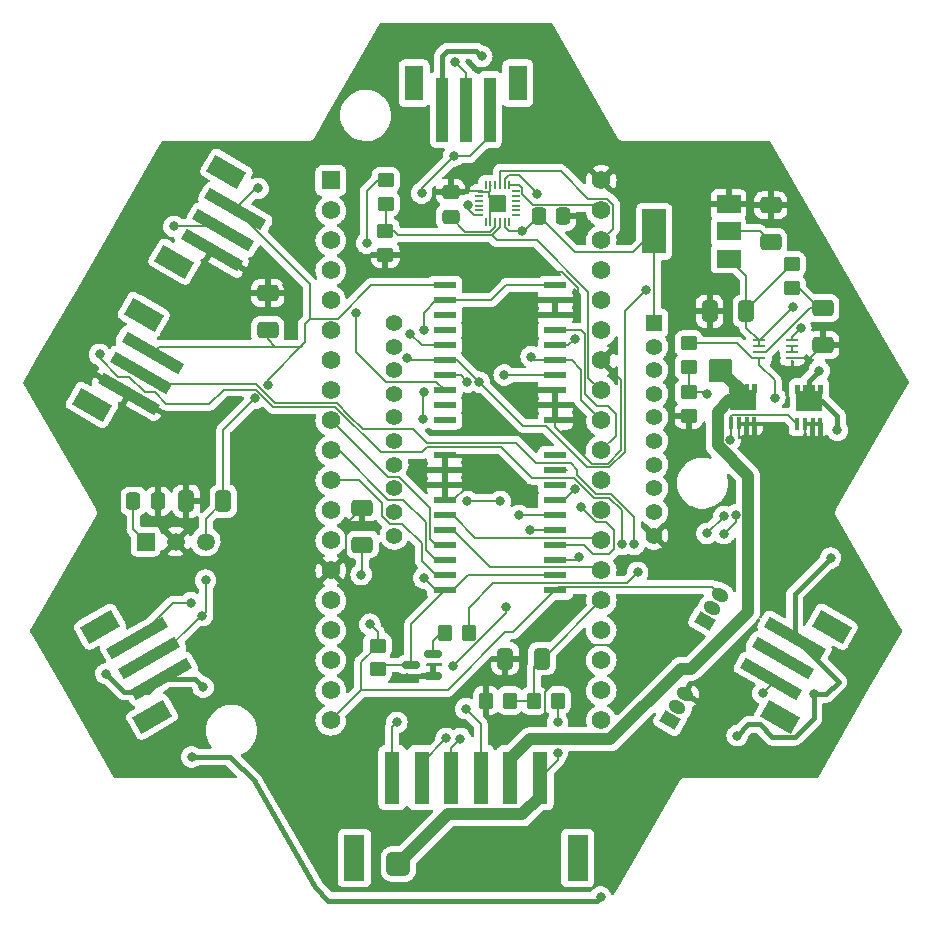
<source format=gbr>
%TF.GenerationSoftware,KiCad,Pcbnew,(5.99.0-10211-g744e70df36)*%
%TF.CreationDate,2021-04-29T03:04:50-06:00*%
%TF.ProjectId,spinnybot-motherboad,7370696e-6e79-4626-9f74-2d6d6f746865,rev?*%
%TF.SameCoordinates,Original*%
%TF.FileFunction,Copper,L2,Bot*%
%TF.FilePolarity,Positive*%
%FSLAX46Y46*%
G04 Gerber Fmt 4.6, Leading zero omitted, Abs format (unit mm)*
G04 Created by KiCad (PCBNEW (5.99.0-10211-g744e70df36)) date 2021-04-29 03:04:50*
%MOMM*%
%LPD*%
G01*
G04 APERTURE LIST*
G04 Aperture macros list*
%AMRoundRect*
0 Rectangle with rounded corners*
0 $1 Rounding radius*
0 $2 $3 $4 $5 $6 $7 $8 $9 X,Y pos of 4 corners*
0 Add a 4 corners polygon primitive as box body*
4,1,4,$2,$3,$4,$5,$6,$7,$8,$9,$2,$3,0*
0 Add four circle primitives for the rounded corners*
1,1,$1+$1,$2,$3*
1,1,$1+$1,$4,$5*
1,1,$1+$1,$6,$7*
1,1,$1+$1,$8,$9*
0 Add four rect primitives between the rounded corners*
20,1,$1+$1,$2,$3,$4,$5,0*
20,1,$1+$1,$4,$5,$6,$7,0*
20,1,$1+$1,$6,$7,$8,$9,0*
20,1,$1+$1,$8,$9,$2,$3,0*%
%AMHorizOval*
0 Thick line with rounded ends*
0 $1 width*
0 $2 $3 position (X,Y) of the first rounded end (center of the circle)*
0 $4 $5 position (X,Y) of the second rounded end (center of the circle)*
0 Add line between two ends*
20,1,$1,$2,$3,$4,$5,0*
0 Add two circle primitives to create the rounded ends*
1,1,$1,$2,$3*
1,1,$1,$4,$5*%
%AMRotRect*
0 Rectangle, with rotation*
0 The origin of the aperture is its center*
0 $1 length*
0 $2 width*
0 $3 Rotation angle, in degrees counterclockwise*
0 Add horizontal line*
21,1,$1,$2,0,0,$3*%
%AMFreePoly0*
4,1,21,1.372500,0.787500,0.862500,0.787500,0.862500,0.532500,1.372500,0.532500,1.372500,0.127500,0.862500,0.127500,0.862500,-0.127500,1.372500,-0.127500,1.372500,-0.532500,0.862500,-0.532500,0.862500,-0.787500,1.372500,-0.787500,1.372500,-1.195000,0.612500,-1.195000,0.612500,-1.117500,-0.862500,-1.117500,-0.862500,1.117500,0.612500,1.117500,0.612500,1.195000,1.372500,1.195000,
1.372500,0.787500,1.372500,0.787500,$1*%
G04 Aperture macros list end*
%TA.AperFunction,ComponentPad*%
%ADD10RotRect,1.050000X1.500000X60.000000*%
%TD*%
%TA.AperFunction,ComponentPad*%
%ADD11HorizOval,1.050000X-0.194856X0.112500X0.194856X-0.112500X0*%
%TD*%
%TA.AperFunction,ComponentPad*%
%ADD12R,1.508000X1.508000*%
%TD*%
%TA.AperFunction,ComponentPad*%
%ADD13C,1.508000*%
%TD*%
%TA.AperFunction,ComponentPad*%
%ADD14C,0.800000*%
%TD*%
%TA.AperFunction,ComponentPad*%
%ADD15R,1.560000X1.560000*%
%TD*%
%TA.AperFunction,ComponentPad*%
%ADD16C,1.560000*%
%TD*%
%TA.AperFunction,SMDPad,CuDef*%
%ADD17RoundRect,0.250000X0.450000X-0.350000X0.450000X0.350000X-0.450000X0.350000X-0.450000X-0.350000X0*%
%TD*%
%TA.AperFunction,SMDPad,CuDef*%
%ADD18RoundRect,0.250000X-0.650000X0.412500X-0.650000X-0.412500X0.650000X-0.412500X0.650000X0.412500X0*%
%TD*%
%TA.AperFunction,SMDPad,CuDef*%
%ADD19R,2.000000X1.500000*%
%TD*%
%TA.AperFunction,SMDPad,CuDef*%
%ADD20R,2.000000X3.800000*%
%TD*%
%TA.AperFunction,SMDPad,CuDef*%
%ADD21RoundRect,0.250000X-0.337500X-0.475000X0.337500X-0.475000X0.337500X0.475000X-0.337500X0.475000X0*%
%TD*%
%TA.AperFunction,SMDPad,CuDef*%
%ADD22RoundRect,0.250000X-0.450000X0.350000X-0.450000X-0.350000X0.450000X-0.350000X0.450000X0.350000X0*%
%TD*%
%TA.AperFunction,SMDPad,CuDef*%
%ADD23RoundRect,0.250000X0.650000X-0.412500X0.650000X0.412500X-0.650000X0.412500X-0.650000X-0.412500X0*%
%TD*%
%TA.AperFunction,SMDPad,CuDef*%
%ADD24RotRect,1.000000X5.500000X300.000000*%
%TD*%
%TA.AperFunction,SMDPad,CuDef*%
%ADD25RotRect,1.600000X3.000000X300.000000*%
%TD*%
%TA.AperFunction,SMDPad,CuDef*%
%ADD26RoundRect,0.250000X0.412500X0.650000X-0.412500X0.650000X-0.412500X-0.650000X0.412500X-0.650000X0*%
%TD*%
%TA.AperFunction,SMDPad,CuDef*%
%ADD27RoundRect,0.250000X0.350000X0.450000X-0.350000X0.450000X-0.350000X-0.450000X0.350000X-0.450000X0*%
%TD*%
%TA.AperFunction,SMDPad,CuDef*%
%ADD28RoundRect,0.250000X0.337500X0.475000X-0.337500X0.475000X-0.337500X-0.475000X0.337500X-0.475000X0*%
%TD*%
%TA.AperFunction,SMDPad,CuDef*%
%ADD29R,0.640000X0.220000*%
%TD*%
%TA.AperFunction,SMDPad,CuDef*%
%ADD30R,0.220000X0.640000*%
%TD*%
%TA.AperFunction,SMDPad,CuDef*%
%ADD31R,0.405000X0.990000*%
%TD*%
%TA.AperFunction,SMDPad,CuDef*%
%ADD32FreePoly0,90.000000*%
%TD*%
%TA.AperFunction,SMDPad,CuDef*%
%ADD33R,1.120000X0.270000*%
%TD*%
%TA.AperFunction,SMDPad,CuDef*%
%ADD34R,1.969999X0.558000*%
%TD*%
%TA.AperFunction,SMDPad,CuDef*%
%ADD35RoundRect,0.250000X0.475000X-0.337500X0.475000X0.337500X-0.475000X0.337500X-0.475000X-0.337500X0*%
%TD*%
%TA.AperFunction,SMDPad,CuDef*%
%ADD36R,1.000000X5.500000*%
%TD*%
%TA.AperFunction,SMDPad,CuDef*%
%ADD37R,1.600000X3.000000*%
%TD*%
%TA.AperFunction,SMDPad,CuDef*%
%ADD38RotRect,1.000000X5.500000X240.000000*%
%TD*%
%TA.AperFunction,SMDPad,CuDef*%
%ADD39RotRect,1.600000X3.000000X240.000000*%
%TD*%
%TA.AperFunction,SMDPad,CuDef*%
%ADD40RoundRect,0.150000X0.587500X0.150000X-0.587500X0.150000X-0.587500X-0.150000X0.587500X-0.150000X0*%
%TD*%
%TA.AperFunction,SMDPad,CuDef*%
%ADD41RotRect,1.000000X5.500000X60.000000*%
%TD*%
%TA.AperFunction,SMDPad,CuDef*%
%ADD42RotRect,1.600000X3.000000X60.000000*%
%TD*%
%TA.AperFunction,SMDPad,CuDef*%
%ADD43RoundRect,0.250000X-0.350000X-0.450000X0.350000X-0.450000X0.350000X0.450000X-0.350000X0.450000X0*%
%TD*%
%TA.AperFunction,SMDPad,CuDef*%
%ADD44R,1.295400X4.495800*%
%TD*%
%TA.AperFunction,SMDPad,CuDef*%
%ADD45R,1.803400X3.911600*%
%TD*%
%TA.AperFunction,ComponentPad*%
%ADD46R,1.400000X1.400000*%
%TD*%
%TA.AperFunction,ComponentPad*%
%ADD47C,1.400000*%
%TD*%
%TA.AperFunction,ViaPad*%
%ADD48C,0.800000*%
%TD*%
%TA.AperFunction,Conductor*%
%ADD49C,0.152400*%
%TD*%
%TA.AperFunction,Conductor*%
%ADD50C,0.200000*%
%TD*%
%TA.AperFunction,Conductor*%
%ADD51C,0.400000*%
%TD*%
%TA.AperFunction,Conductor*%
%ADD52C,1.000000*%
%TD*%
G04 APERTURE END LIST*
D10*
%TO.P,Q4,1,B*%
%TO.N,Net-(Q4-Pad1)*%
X190036769Y-124129853D03*
D11*
%TO.P,Q4,2,C*%
%TO.N,Net-(Q4-Pad2)*%
X190671769Y-123030001D03*
%TO.P,Q4,3,E*%
%TO.N,GND*%
X191306769Y-121930148D03*
%TD*%
D10*
%TO.P,Q5,1,B*%
%TO.N,Net-(Q4-Pad2)*%
X193006769Y-115739853D03*
D11*
%TO.P,Q5,2,C*%
%TO.N,/POWER_TOGGLE*%
X193641769Y-114640001D03*
%TO.P,Q5,3,E*%
%TO.N,+5V*%
X194276769Y-113540148D03*
%TD*%
D12*
%TO.P,PS1,1,+VIN*%
%TO.N,+12V*%
X145650000Y-109010000D03*
D13*
%TO.P,PS1,2,GND*%
%TO.N,GND*%
X148190000Y-109010000D03*
%TO.P,PS1,3,+VOUT*%
%TO.N,+5V*%
X150730000Y-109010000D03*
%TD*%
D14*
%TO.P,J5,1,Pin_1*%
%TO.N,GND*%
X175777142Y-137065517D03*
X178777142Y-134065517D03*
X178777142Y-135065517D03*
X176777142Y-136065517D03*
X177777142Y-134065517D03*
X176777142Y-137065517D03*
X179777142Y-135065517D03*
X177777142Y-137065517D03*
X179777142Y-136065517D03*
X177777142Y-136065517D03*
X176777142Y-134065517D03*
X176777142Y-135065517D03*
X177777142Y-135065517D03*
X179777142Y-134065517D03*
X175777142Y-136065517D03*
X179777142Y-137065517D03*
X178777142Y-137065517D03*
X178777142Y-136065517D03*
X175777142Y-135065517D03*
X175777142Y-134065517D03*
%TD*%
D15*
%TO.P,U5,1,3V3*%
%TO.N,unconnected-(U5-Pad1)*%
X161327142Y-78435517D03*
D16*
%TO.P,U5,2,EN*%
%TO.N,unconnected-(U5-Pad2)*%
X161327142Y-80975517D03*
%TO.P,U5,3,SENSOR_VP*%
%TO.N,unconnected-(U5-Pad3)*%
X161327142Y-83515517D03*
%TO.P,U5,4,SENSOR_VN*%
%TO.N,unconnected-(U5-Pad4)*%
X161327142Y-86055517D03*
%TO.P,U5,5,IO34*%
%TO.N,unconnected-(U5-Pad5)*%
X161327142Y-88595517D03*
%TO.P,U5,6,IO35*%
%TO.N,unconnected-(U5-Pad6)*%
X161327142Y-91135517D03*
%TO.P,U5,7,IO32*%
%TO.N,unconnected-(U5-Pad7)*%
X161327142Y-93675517D03*
%TO.P,U5,8,IO33*%
%TO.N,Net-(D5-Pad2)*%
X161327142Y-96215517D03*
%TO.P,U5,9,IO25*%
%TO.N,/MCU and Buffers/LEDSTRIP3_DATA_3V3*%
X161327142Y-98755517D03*
%TO.P,U5,10,IO26*%
%TO.N,/MCU and Buffers/LEDSTRIP1_DATA_3V3*%
X161327142Y-101295517D03*
%TO.P,U5,11,IO27*%
%TO.N,/MCU and Buffers/LEDSTRIP2_DATA_3V3*%
X161327142Y-103835517D03*
%TO.P,U5,12,IO14*%
%TO.N,unconnected-(U5-Pad12)*%
X161327142Y-106375517D03*
%TO.P,U5,13,IO12*%
%TO.N,unconnected-(U5-Pad13)*%
X161327142Y-108915517D03*
%TO.P,U5,14,GND1*%
%TO.N,GND*%
X161327142Y-111455517D03*
%TO.P,U5,15,IO13*%
%TO.N,unconnected-(U5-Pad15)*%
X161327142Y-113995517D03*
%TO.P,U5,16,SD2*%
%TO.N,unconnected-(U5-Pad16)*%
X161327142Y-116535517D03*
%TO.P,U5,17,SD3*%
%TO.N,unconnected-(U5-Pad17)*%
X161327142Y-119075517D03*
%TO.P,U5,18,CMD*%
%TO.N,unconnected-(U5-Pad18)*%
X161327142Y-121615517D03*
%TO.P,U5,19,EXT_5V*%
%TO.N,+5V*%
X161327142Y-124155517D03*
%TO.P,U5,20,GND3*%
%TO.N,GND*%
X184227142Y-78435517D03*
%TO.P,U5,21,IO23*%
%TO.N,/MCU and Buffers/MOSI_3V3*%
X184227142Y-80975517D03*
%TO.P,U5,22,IO22*%
%TO.N,/MCU and Buffers/IMU_CS*%
X184227142Y-83515517D03*
%TO.P,U5,23,TXD0*%
%TO.N,unconnected-(U5-Pad23)*%
X184227142Y-86055517D03*
%TO.P,U5,24,RXD0*%
%TO.N,unconnected-(U5-Pad24)*%
X184227142Y-88595517D03*
%TO.P,U5,25,IO21*%
%TO.N,unconnected-(U5-Pad25)*%
X184227142Y-91135517D03*
%TO.P,U5,26,GND2*%
%TO.N,GND*%
X184227142Y-93675517D03*
%TO.P,U5,27,IO19*%
%TO.N,/MCU and Buffers/MISO_3V3*%
X184227142Y-96215517D03*
%TO.P,U5,28,IO18*%
%TO.N,/MCU and Buffers/SCK_3V3*%
X184227142Y-98755517D03*
%TO.P,U5,29,IO5*%
%TO.N,/MCU and Buffers/MOTOR_CS1_3V3*%
X184227142Y-101295517D03*
%TO.P,U5,30,IO17*%
%TO.N,/XBEE_RX*%
X184227142Y-103835517D03*
%TO.P,U5,31,IO16*%
%TO.N,/XBEE_TX*%
X184227142Y-106375517D03*
%TO.P,U5,32,IO4*%
%TO.N,/MCU and Buffers/MOTOR_CS2_3V3*%
X184227142Y-108915517D03*
%TO.P,U5,33,IO0*%
%TO.N,/MCU and Buffers/MOTOR_CS3_3V3*%
X184227142Y-111455517D03*
%TO.P,U5,34,IO2*%
%TO.N,/12V_SENSE*%
X184227142Y-113995517D03*
%TO.P,U5,35,IO15*%
%TO.N,unconnected-(U5-Pad35)*%
X184227142Y-116535517D03*
%TO.P,U5,36,SD1*%
%TO.N,unconnected-(U5-Pad36)*%
X184227142Y-119075517D03*
%TO.P,U5,37,SD0*%
%TO.N,unconnected-(U5-Pad37)*%
X184227142Y-121615517D03*
%TO.P,U5,38,CLK*%
%TO.N,unconnected-(U5-Pad38)*%
X184227142Y-124155517D03*
%TD*%
D17*
%TO.P,R7,1*%
%TO.N,GND*%
X191640000Y-98370000D03*
%TO.P,R7,2*%
%TO.N,/FET_G*%
X191640000Y-96370000D03*
%TD*%
D18*
%TO.P,C6,1*%
%TO.N,/DFF_RESET*%
X202990000Y-89257500D03*
%TO.P,C6,2*%
%TO.N,GND*%
X202990000Y-92382500D03*
%TD*%
D19*
%TO.P,U1,1,GND*%
%TO.N,GND*%
X195010000Y-80450000D03*
D20*
%TO.P,U1,2,VO*%
%TO.N,+3V3*%
X188710000Y-82750000D03*
D19*
X195010000Y-82750000D03*
%TO.P,U1,3,VI*%
%TO.N,+5V*%
X195010000Y-85050000D03*
%TD*%
D21*
%TO.P,C8,1*%
%TO.N,+3V3*%
X178923760Y-81480000D03*
%TO.P,C8,2*%
%TO.N,GND*%
X180998760Y-81480000D03*
%TD*%
D22*
%TO.P,R12,1*%
%TO.N,/MCU and Buffers/MISO_5V_POSTBUF*%
X165990000Y-78400000D03*
%TO.P,R12,2*%
%TO.N,/MCU and Buffers/MISO_3V3*%
X165990000Y-80400000D03*
%TD*%
D23*
%TO.P,C9,1*%
%TO.N,+5V*%
X164010000Y-109262500D03*
%TO.P,C9,2*%
%TO.N,GND*%
X164010000Y-106137500D03*
%TD*%
D24*
%TO.P,J14,1,Pin_1*%
%TO.N,/LEDSTRIP3_DATA_5V*%
X144947846Y-117171061D03*
%TO.P,J14,2,Pin_2*%
%TO.N,+5V*%
X145947846Y-118903112D03*
%TO.P,J14,3,Pin_3*%
%TO.N,/LEDSTRIP_GND*%
X146947846Y-120635163D03*
D25*
%TO.P,J14,4*%
%TO.N,N/C*%
X146199289Y-123838624D03*
%TO.P,J14,5*%
X141799289Y-116217600D03*
%TD*%
D26*
%TO.P,C1,1*%
%TO.N,/12V_SENSE*%
X179222500Y-118920000D03*
%TO.P,C1,2*%
%TO.N,GND*%
X176097500Y-118920000D03*
%TD*%
D22*
%TO.P,R6,1*%
%TO.N,+5V*%
X200360000Y-85530000D03*
%TO.P,R6,2*%
%TO.N,/DFF_RESET*%
X200360000Y-87530000D03*
%TD*%
D27*
%TO.P,R1,1*%
%TO.N,+12V*%
X180530000Y-122470000D03*
%TO.P,R1,2*%
%TO.N,/12V_SENSE*%
X178530000Y-122470000D03*
%TD*%
D22*
%TO.P,R11,1*%
%TO.N,+5V*%
X165300000Y-117820000D03*
%TO.P,R11,2*%
%TO.N,/MCU and Buffers/BUFFER_OE*%
X165300000Y-119820000D03*
%TD*%
D27*
%TO.P,R2,1*%
%TO.N,/12V_SENSE*%
X176480000Y-122470000D03*
%TO.P,R2,2*%
%TO.N,GND*%
X174480000Y-122470000D03*
%TD*%
D28*
%TO.P,C2,1*%
%TO.N,GND*%
X146696988Y-105598461D03*
%TO.P,C2,2*%
%TO.N,+12V*%
X144621988Y-105598461D03*
%TD*%
D17*
%TO.P,R8,1*%
%TO.N,/FET_G*%
X191640000Y-94240000D03*
%TO.P,R8,2*%
%TO.N,/DFF_Q*%
X191640000Y-92240000D03*
%TD*%
D29*
%TO.P,U4,1*%
%TO.N,N/C*%
X176983760Y-79370000D03*
%TO.P,U4,2*%
X176983760Y-79770000D03*
%TO.P,U4,3*%
X176983760Y-80170000D03*
%TO.P,U4,4*%
X176983760Y-80570000D03*
%TO.P,U4,5*%
X176983760Y-80970000D03*
%TO.P,U4,6*%
X176983760Y-81370000D03*
D30*
%TO.P,U4,7,AUX_CL*%
%TO.N,unconnected-(U4-Pad7)*%
X176438760Y-81915000D03*
%TO.P,U4,8,VDDIO*%
%TO.N,+3V3*%
X176038760Y-81915000D03*
%TO.P,U4,9,AD0/SDO*%
%TO.N,/MCU and Buffers/MISO_3V3*%
X175638760Y-81915000D03*
%TO.P,U4,10,REGOUT*%
%TO.N,Net-(C7-Pad1)*%
X175238760Y-81915000D03*
%TO.P,U4,11,FSYNC*%
%TO.N,GND*%
X174838760Y-81915000D03*
%TO.P,U4,12,INT1*%
%TO.N,unconnected-(U4-Pad12)*%
X174438760Y-81915000D03*
D29*
%TO.P,U4,13,VDD*%
%TO.N,+3V3*%
X173893760Y-81370000D03*
%TO.P,U4,14*%
%TO.N,N/C*%
X173893760Y-80970000D03*
%TO.P,U4,15*%
X173893760Y-80570000D03*
%TO.P,U4,16*%
X173893760Y-80170000D03*
%TO.P,U4,17*%
X173893760Y-79770000D03*
%TO.P,U4,18,GND*%
%TO.N,GND*%
X173893760Y-79370000D03*
D30*
%TO.P,U4,19,INT2*%
%TO.N,unconnected-(U4-Pad19)*%
X174438760Y-78825000D03*
%TO.P,U4,20,RESV*%
%TO.N,GND*%
X174838760Y-78825000D03*
%TO.P,U4,21,AUX_DA*%
%TO.N,unconnected-(U4-Pad21)*%
X175238760Y-78825000D03*
%TO.P,U4,22,NCS*%
%TO.N,/MCU and Buffers/IMU_CS*%
X175638760Y-78825000D03*
%TO.P,U4,23,SCL/SCLK*%
%TO.N,/MCU and Buffers/SCK_3V3*%
X176038760Y-78825000D03*
%TO.P,U4,24,SDA/SDI*%
%TO.N,/MCU and Buffers/MOSI_3V3*%
X176438760Y-78825000D03*
%TD*%
D31*
%TO.P,Q1,1,S*%
%TO.N,GND*%
X202790000Y-99062500D03*
%TO.P,Q1,2,S*%
X202130000Y-99062500D03*
%TO.P,Q1,3,S*%
X201470000Y-99062500D03*
%TO.P,Q1,4,G*%
%TO.N,/FET_G*%
X200810000Y-99062500D03*
D32*
%TO.P,Q1,5,D*%
%TO.N,/LEDSTRIP_GND*%
X201800000Y-97070000D03*
%TD*%
D17*
%TO.P,R13,1*%
%TO.N,GND*%
X165950000Y-84720000D03*
%TO.P,R13,2*%
%TO.N,/MCU and Buffers/MISO_3V3*%
X165950000Y-82720000D03*
%TD*%
D26*
%TO.P,C5,1*%
%TO.N,+5V*%
X196522500Y-89510000D03*
%TO.P,C5,2*%
%TO.N,GND*%
X193397500Y-89510000D03*
%TD*%
D33*
%TO.P,U3,1,CLK*%
%TO.N,/POWER_TOGGLE*%
X200395000Y-91962500D03*
%TO.P,U3,2,D*%
%TO.N,/DFF_QN*%
X200395000Y-92462500D03*
%TO.P,U3,3,~Q*%
X200395000Y-92962500D03*
%TO.P,U3,4,GND*%
%TO.N,GND*%
X200395000Y-93462500D03*
%TO.P,U3,5,Q*%
%TO.N,/DFF_Q*%
X197585000Y-93462500D03*
%TO.P,U3,6,~CLR*%
%TO.N,/DFF_RESET*%
X197585000Y-92962500D03*
%TO.P,U3,7,~PRE*%
%TO.N,+5V*%
X197585000Y-92462500D03*
%TO.P,U3,8,VCC*%
X197585000Y-91962500D03*
%TD*%
D31*
%TO.P,Q2,1,S*%
%TO.N,GND*%
X197190000Y-98995000D03*
%TO.P,Q2,2,S*%
X196530000Y-98995000D03*
%TO.P,Q2,3,S*%
X195870000Y-98995000D03*
%TO.P,Q2,4,G*%
%TO.N,/FET_G*%
X195210000Y-98995000D03*
D32*
%TO.P,Q2,5,D*%
%TO.N,/MOTOR_NEG*%
X196200000Y-97002500D03*
%TD*%
D34*
%TO.P,U7,1,\u002AOE1*%
%TO.N,/MCU and Buffers/BUFFER_OE*%
X170963700Y-113145000D03*
%TO.P,U7,2,A1*%
%TO.N,/MCU and Buffers/LEDSTRIP2_DATA_3V3*%
X170963700Y-111875000D03*
%TO.P,U7,3,A2*%
%TO.N,/MCU and Buffers/LEDSTRIP1_DATA_3V3*%
X170963700Y-110605000D03*
%TO.P,U7,4,A3*%
%TO.N,/MCU and Buffers/LEDSTRIP3_DATA_3V3*%
X170963700Y-109335000D03*
%TO.P,U7,5,A4*%
%TO.N,/MCU and Buffers/MOTOR_CS3_3V3*%
X170963700Y-108065000D03*
%TO.P,U7,6,A5*%
%TO.N,/MCU and Buffers/MOTOR_CS2_3V3*%
X170963700Y-106795000D03*
%TO.P,U7,7,A6*%
%TO.N,GND*%
X170963700Y-105525000D03*
%TO.P,U7,8,A7*%
X170963700Y-104255000D03*
%TO.P,U7,9,A8*%
X170963700Y-102985000D03*
%TO.P,U7,10,GND*%
X170963700Y-101715000D03*
%TO.P,U7,11,Y8*%
%TO.N,unconnected-(U7-Pad11)*%
X180336300Y-101715000D03*
%TO.P,U7,12,Y7*%
%TO.N,unconnected-(U7-Pad12)*%
X180336300Y-102985000D03*
%TO.P,U7,13,Y6*%
%TO.N,unconnected-(U7-Pad13)*%
X180336300Y-104255000D03*
%TO.P,U7,14,Y5*%
%TO.N,/MOTOR_CS2_5V*%
X180336300Y-105525000D03*
%TO.P,U7,15,Y4*%
%TO.N,/MOTOR_CS3_5V*%
X180336300Y-106795000D03*
%TO.P,U7,16,Y3*%
%TO.N,/LEDSTRIP3_DATA_5V*%
X180336300Y-108065000D03*
%TO.P,U7,17,Y2*%
%TO.N,/LEDSTRIP1_DATA_5V*%
X180336300Y-109335000D03*
%TO.P,U7,18,Y1*%
%TO.N,/LEDSTRIP2_DATA_5V*%
X180336300Y-110605000D03*
%TO.P,U7,19,\u002AOE2*%
%TO.N,/MCU and Buffers/BUFFER_OE*%
X180336300Y-111875000D03*
%TO.P,U7,20,VCC*%
%TO.N,+5V*%
X180336300Y-113145000D03*
%TD*%
D35*
%TO.P,C7,1*%
%TO.N,Net-(C7-Pad1)*%
X171481260Y-81517500D03*
%TO.P,C7,2*%
%TO.N,GND*%
X171481260Y-79442500D03*
%TD*%
D36*
%TO.P,J2,1,Pin_1*%
%TO.N,/LEDSTRIP1_DATA_5V*%
X174777142Y-72445518D03*
%TO.P,J2,2,Pin_2*%
%TO.N,+5V*%
X172777142Y-72445518D03*
%TO.P,J2,3,Pin_3*%
%TO.N,/LEDSTRIP_GND*%
X170777142Y-72445518D03*
D37*
%TO.P,J2,4*%
%TO.N,N/C*%
X168377142Y-70195518D03*
%TO.P,J2,5*%
X177177142Y-70195518D03*
%TD*%
D34*
%TO.P,U6,1,\u002AOE1*%
%TO.N,/MCU and Buffers/BUFFER_OE*%
X180346300Y-87305000D03*
%TO.P,U6,2,A1*%
%TO.N,GND*%
X180346300Y-88575000D03*
%TO.P,U6,3,A2*%
X180346300Y-89845000D03*
%TO.P,U6,4,A3*%
%TO.N,/MCU and Buffers/MOTOR_CS1_3V3*%
X180346300Y-91115000D03*
%TO.P,U6,5,A4*%
%TO.N,/MCU and Buffers/MOSI_3V3*%
X180346300Y-92385000D03*
%TO.P,U6,6,A5*%
%TO.N,/MCU and Buffers/SCK_3V3*%
X180346300Y-93655000D03*
%TO.P,U6,7,A6*%
%TO.N,/MISO_5V*%
X180346300Y-94925000D03*
%TO.P,U6,8,A7*%
%TO.N,GND*%
X180346300Y-96195000D03*
%TO.P,U6,9,A8*%
X180346300Y-97465000D03*
%TO.P,U6,10,GND*%
X180346300Y-98735000D03*
%TO.P,U6,11,Y8*%
%TO.N,unconnected-(U6-Pad11)*%
X170973700Y-98735000D03*
%TO.P,U6,12,Y7*%
%TO.N,unconnected-(U6-Pad12)*%
X170973700Y-97465000D03*
%TO.P,U6,13,Y6*%
%TO.N,/MCU and Buffers/MISO_5V_POSTBUF*%
X170973700Y-96195000D03*
%TO.P,U6,14,Y5*%
%TO.N,/SCK_5V*%
X170973700Y-94925000D03*
%TO.P,U6,15,Y4*%
%TO.N,/MOSI_5V*%
X170973700Y-93655000D03*
%TO.P,U6,16,Y3*%
%TO.N,/MOTOR_CS1_5V*%
X170973700Y-92385000D03*
%TO.P,U6,17,Y2*%
%TO.N,unconnected-(U6-Pad17)*%
X170973700Y-91115000D03*
%TO.P,U6,18,Y1*%
%TO.N,unconnected-(U6-Pad18)*%
X170973700Y-89845000D03*
%TO.P,U6,19,\u002AOE2*%
%TO.N,/MCU and Buffers/BUFFER_OE*%
X170973700Y-88575000D03*
%TO.P,U6,20,VCC*%
%TO.N,+5V*%
X170973700Y-87305000D03*
%TD*%
D38*
%TO.P,J11,1,Pin_1*%
%TO.N,+5V*%
X153244937Y-80896288D03*
%TO.P,J11,2,Pin_2*%
%TO.N,/SW2*%
X152244937Y-82628339D03*
%TO.P,J11,3,Pin_3*%
%TO.N,GND*%
X151244937Y-84360390D03*
D39*
%TO.P,J11,4*%
%TO.N,N/C*%
X148096380Y-85313851D03*
%TO.P,J11,5*%
X152496380Y-77692827D03*
%TD*%
D40*
%TO.P,Q3,1,B*%
%TO.N,Net-(Q3-Pad1)*%
X170017500Y-118490000D03*
%TO.P,Q3,2,E*%
%TO.N,GND*%
X170017500Y-120390000D03*
%TO.P,Q3,3,C*%
%TO.N,/MCU and Buffers/BUFFER_OE*%
X168142500Y-119440000D03*
%TD*%
D41*
%TO.P,J13,1,Pin_1*%
%TO.N,/LEDSTRIP2_DATA_5V*%
X198594046Y-120635948D03*
%TO.P,J13,2,Pin_2*%
%TO.N,+5V*%
X199594046Y-118903897D03*
%TO.P,J13,3,Pin_3*%
%TO.N,/LEDSTRIP_GND*%
X200594046Y-117171846D03*
D42*
%TO.P,J13,4*%
%TO.N,N/C*%
X203742603Y-116218385D03*
%TO.P,J13,5*%
X199342603Y-123839409D03*
%TD*%
D43*
%TO.P,R17,1*%
%TO.N,Net-(Q3-Pad1)*%
X171000000Y-116750000D03*
%TO.P,R17,2*%
%TO.N,/DFF_Q*%
X173000000Y-116750000D03*
%TD*%
D26*
%TO.P,C3,1*%
%TO.N,+5V*%
X152232500Y-105598461D03*
%TO.P,C3,2*%
%TO.N,GND*%
X149107500Y-105598461D03*
%TD*%
D44*
%TO.P,J7,1,Pin_1*%
%TO.N,+12V*%
X179027142Y-129011716D03*
%TO.P,J7,2,Pin_2*%
%TO.N,/MOTOR_NEG*%
X176527142Y-129011716D03*
%TO.P,J7,3,Pin_3*%
%TO.N,/SCK_5V*%
X174027142Y-129011716D03*
%TO.P,J7,4,Pin_4*%
%TO.N,/MISO_5V*%
X171527142Y-129011716D03*
%TO.P,J7,5,Pin_5*%
%TO.N,/MOSI_5V*%
X169027142Y-129011716D03*
%TO.P,J7,6,Pin_6*%
%TO.N,/MOTOR_CS3_5V*%
X166527142Y-129011716D03*
D45*
%TO.P,J7,7*%
%TO.N,N/C*%
X182227141Y-135811716D03*
%TO.P,J7,8*%
X163327143Y-135811716D03*
%TD*%
D23*
%TO.P,C4,1*%
%TO.N,+3V3*%
X198575000Y-83662500D03*
%TO.P,C4,2*%
%TO.N,GND*%
X198575000Y-80537500D03*
%TD*%
D46*
%TO.P,U2,1,VCC*%
%TO.N,+3V3*%
X188700000Y-90500000D03*
D47*
%TO.P,U2,2,DOUT/DIO13*%
%TO.N,/XBEE_TX*%
X188700000Y-92500000D03*
%TO.P,U2,3,DIN/NCONFIG/DIO14*%
%TO.N,/XBEE_RX*%
X188700000Y-94500000D03*
%TO.P,U2,4,DIO12/SPI_MISO*%
%TO.N,unconnected-(U2-Pad4)*%
X188700000Y-96500000D03*
%TO.P,U2,5,~RESET*%
%TO.N,unconnected-(U2-Pad5)*%
X188700000Y-98500000D03*
%TO.P,U2,6,DIO10/PWM0*%
%TO.N,unconnected-(U2-Pad6)*%
X188700000Y-100500000D03*
%TO.P,U2,7,DIO11/PWM1*%
%TO.N,unconnected-(U2-Pad7)*%
X188700000Y-102500000D03*
%TO.P,U2,8*%
%TO.N,N/C*%
X188700000Y-104500000D03*
%TO.P,U2,9,NDTR/SLEEP_RQ/DIO8*%
%TO.N,unconnected-(U2-Pad9)*%
X188700000Y-106500000D03*
%TO.P,U2,10,GND*%
%TO.N,GND*%
X188700000Y-108500000D03*
%TO.P,U2,11,DIO4/SPI_MOSI*%
%TO.N,unconnected-(U2-Pad11)*%
X166700000Y-108500000D03*
%TO.P,U2,12,NCTS/DIO7*%
%TO.N,unconnected-(U2-Pad12)*%
X166700000Y-106500000D03*
%TO.P,U2,13,ON_NSLEEP/DIO9*%
%TO.N,unconnected-(U2-Pad13)*%
X166700000Y-104500000D03*
%TO.P,U2,14,VREF*%
%TO.N,unconnected-(U2-Pad14)*%
X166700000Y-102500000D03*
%TO.P,U2,15,ASSOCIATE/DIO5*%
%TO.N,unconnected-(U2-Pad15)*%
X166700000Y-100500000D03*
%TO.P,U2,16,NRTS/DIO6*%
%TO.N,unconnected-(U2-Pad16)*%
X166700000Y-98500000D03*
%TO.P,U2,17,AD3/DIO3/SPI_NSSEL*%
%TO.N,unconnected-(U2-Pad17)*%
X166700000Y-96500000D03*
%TO.P,U2,18,AD2/DIO2/SPI_CLK*%
%TO.N,unconnected-(U2-Pad18)*%
X166700000Y-94500000D03*
%TO.P,U2,19,AD1/DIO1/SPI_NATTN*%
%TO.N,unconnected-(U2-Pad19)*%
X166700000Y-92500000D03*
%TO.P,U2,20,AD0/DIO0*%
%TO.N,unconnected-(U2-Pad20)*%
X166700000Y-90500000D03*
%TD*%
D38*
%TO.P,J9,1,Pin_1*%
%TO.N,+5V*%
X146244937Y-93020644D03*
%TO.P,J9,2,Pin_2*%
%TO.N,/SW1*%
X145244937Y-94752695D03*
%TO.P,J9,3,Pin_3*%
%TO.N,GND*%
X144244937Y-96484746D03*
D39*
%TO.P,J9,4*%
%TO.N,N/C*%
X141096380Y-97438207D03*
%TO.P,J9,5*%
X145496380Y-89817183D03*
%TD*%
D23*
%TO.P,C10,1*%
%TO.N,+5V*%
X156000000Y-91102500D03*
%TO.P,C10,2*%
%TO.N,GND*%
X156000000Y-87977500D03*
%TD*%
D48*
%TO.N,+5V*%
X150730000Y-112280000D03*
X155170000Y-79110000D03*
X171830000Y-68410000D03*
X194620000Y-108340000D03*
X155980000Y-95750000D03*
X164630000Y-116010000D03*
X154879603Y-96898246D03*
X195620000Y-106760000D03*
X200480000Y-89140000D03*
X163900000Y-111810000D03*
X150460000Y-115280000D03*
%TO.N,GND*%
X167770000Y-120600000D03*
X156840000Y-122160000D03*
X175810000Y-99380000D03*
X175640000Y-102480000D03*
X167000000Y-122610000D03*
X189290000Y-110820000D03*
X157620000Y-87290000D03*
X198620000Y-102410000D03*
X177300000Y-97120000D03*
X182560000Y-81600000D03*
%TO.N,/FET_G*%
X195127579Y-100376187D03*
X193180000Y-96530000D03*
%TO.N,/LEDSTRIP_GND*%
X195740000Y-125440000D03*
X184180000Y-139100000D03*
X142300000Y-120210000D03*
X202240000Y-121940000D03*
X174110000Y-67930000D03*
X150520000Y-121330000D03*
X149540000Y-127250000D03*
X202680000Y-94530000D03*
X204230000Y-99570000D03*
X203650000Y-110410000D03*
%TO.N,/LEDSTRIP1_DATA_5V*%
X169020000Y-79510000D03*
X171760000Y-76350000D03*
X182480000Y-106070000D03*
%TO.N,/LEDSTRIP3_DATA_5V*%
X149480000Y-114180000D03*
X178180000Y-108060000D03*
%TO.N,/LEDSTRIP2_DATA_5V*%
X197910000Y-121850000D03*
X182350000Y-110340000D03*
%TO.N,/MOTOR_CS3_5V*%
X177250000Y-106800000D03*
X166920000Y-124320000D03*
X176180000Y-114580000D03*
X171670000Y-119570000D03*
%TO.N,/MOTOR_CS2_5V*%
X181980679Y-104579321D03*
%TO.N,/MOTOR_CS1_5V*%
X168070000Y-91410000D03*
%TO.N,/MCU and Buffers/MISO_5V_POSTBUF*%
X163480000Y-89690000D03*
X164360000Y-83740000D03*
%TO.N,+12V*%
X167550000Y-136800000D03*
X180530000Y-124310000D03*
X166550000Y-136800000D03*
X166550000Y-135800000D03*
X167550000Y-135800000D03*
X180530000Y-126910000D03*
%TO.N,+3V3*%
X177480000Y-82750000D03*
X172920000Y-80500000D03*
%TO.N,/SCK_5V*%
X172770000Y-123160000D03*
X172900000Y-95510000D03*
X175680000Y-105610000D03*
X172900000Y-105600000D03*
%TO.N,/MISO_5V*%
X176010000Y-94910000D03*
X172300000Y-125690000D03*
%TO.N,/MOSI_5V*%
X167820000Y-93470000D03*
X173900000Y-95510000D03*
X187990000Y-87750000D03*
X171100000Y-125680000D03*
%TO.N,/MCU and Buffers/MOSI_3V3*%
X182000000Y-91830000D03*
%TO.N,/MCU and Buffers/SCK_3V3*%
X178290000Y-93350000D03*
X178780000Y-79590000D03*
%TO.N,/DFF_Q*%
X187300000Y-111610000D03*
X198920000Y-96820000D03*
%TO.N,/MOTOR_NEG*%
X194870000Y-94050000D03*
X194870000Y-95050000D03*
X193870000Y-94090610D03*
X193870000Y-95050000D03*
%TO.N,/SW1*%
X187010000Y-109250000D03*
%TO.N,/SW2*%
X148045743Y-82324257D03*
X185990000Y-109260000D03*
X141750000Y-93170000D03*
%TO.N,/MCU and Buffers/BUFFER_OE*%
X169180000Y-91090000D03*
X169180000Y-96350000D03*
X169180000Y-112100000D03*
X169100000Y-98620000D03*
%TO.N,/POWER_TOGGLE*%
X201120000Y-90940000D03*
X193180000Y-108320000D03*
X194610000Y-106880000D03*
%TD*%
D49*
%TO.N,Net-(C7-Pad1)*%
X171481260Y-81517500D02*
X172731181Y-82767421D01*
X174826939Y-82767421D02*
X175238760Y-82355600D01*
X172731181Y-82767421D02*
X174826939Y-82767421D01*
X175238760Y-82355600D02*
X175238760Y-81915000D01*
%TO.N,+5V*%
X159582594Y-90127406D02*
X161942594Y-90127406D01*
X150330000Y-115280000D02*
X146706888Y-118903112D01*
X196522500Y-89510000D02*
X196522500Y-86562500D01*
X164010000Y-109262500D02*
X164010000Y-111700000D01*
X156630000Y-92520000D02*
X146745581Y-92520000D01*
X197585000Y-92462500D02*
X197585000Y-91962500D01*
X159160000Y-92130000D02*
X155980000Y-95310000D01*
X150730000Y-115010000D02*
X150460000Y-115280000D01*
X150730000Y-107100961D02*
X152232500Y-105598461D01*
X155980000Y-95310000D02*
X155980000Y-95750000D01*
X164010000Y-111700000D02*
X163900000Y-111810000D01*
X193586621Y-112850000D02*
X194276769Y-113540148D01*
X150730000Y-112280000D02*
X150730000Y-115010000D01*
X176797113Y-116684187D02*
X180336300Y-113145000D01*
X159582594Y-90127406D02*
X159582594Y-87233945D01*
X180631300Y-112850000D02*
X193586621Y-112850000D01*
X196522500Y-90900000D02*
X197585000Y-91962500D01*
X158770000Y-92520000D02*
X156630000Y-92520000D01*
X159160000Y-90550000D02*
X159582594Y-90127406D01*
X197657500Y-91962500D02*
X197585000Y-91962500D01*
X153244937Y-80896288D02*
X155031225Y-79110000D01*
X152232500Y-105598461D02*
X152232500Y-99545349D01*
X171212642Y-121562659D02*
X176091114Y-116684187D01*
X163920000Y-121562659D02*
X163920000Y-119200000D01*
X176091114Y-116684187D02*
X176797113Y-116684187D01*
X196522500Y-89510000D02*
X197052500Y-88980000D01*
X163920000Y-119200000D02*
X165300000Y-117820000D01*
X159582594Y-87233945D02*
X153244937Y-80896288D01*
X152232500Y-99545349D02*
X154879603Y-96898246D01*
X200480000Y-89140000D02*
X197657500Y-91962500D01*
X150730000Y-109010000D02*
X150730000Y-107100961D01*
X146706888Y-118903112D02*
X145947846Y-118903112D01*
X194620000Y-108340000D02*
X195620000Y-107340000D01*
X161327142Y-124155517D02*
X163891330Y-121591330D01*
X197052500Y-88837500D02*
X200360000Y-85530000D01*
X196522500Y-86562500D02*
X195010000Y-85050000D01*
X146745581Y-92520000D02*
X146244937Y-93020644D01*
X161942594Y-90127406D02*
X164765000Y-87305000D01*
X180336300Y-113145000D02*
X180631300Y-112850000D01*
X195620000Y-107340000D02*
X195620000Y-106760000D01*
X159160000Y-92130000D02*
X158770000Y-92520000D01*
X163891330Y-121591330D02*
X163920000Y-121562659D01*
X164765000Y-87305000D02*
X170973700Y-87305000D01*
X163920000Y-121562659D02*
X171212642Y-121562659D01*
X150460000Y-115280000D02*
X150330000Y-115280000D01*
X155031225Y-79110000D02*
X155170000Y-79110000D01*
X196522500Y-89510000D02*
X196522500Y-90900000D01*
X197052500Y-88980000D02*
X197052500Y-88837500D01*
X156000000Y-91890000D02*
X156000000Y-91102500D01*
X165300000Y-116680000D02*
X164630000Y-116010000D01*
X172777142Y-69357142D02*
X172777142Y-72445518D01*
X159160000Y-92130000D02*
X159160000Y-90550000D01*
X165300000Y-117820000D02*
X165300000Y-116680000D01*
X156630000Y-92520000D02*
X156000000Y-91890000D01*
X171830000Y-68410000D02*
X172777142Y-69357142D01*
%TO.N,GND*%
X174838760Y-81915000D02*
X174850000Y-81926240D01*
X173893760Y-79370000D02*
X173130000Y-79370000D01*
X185150000Y-117780000D02*
X183450000Y-117780000D01*
X183450000Y-117780000D02*
X179590000Y-121640000D01*
X183410000Y-102410000D02*
X180346300Y-99346300D01*
X170963700Y-105525000D02*
X171665000Y-105525000D01*
X180346300Y-99346300D02*
X180346300Y-98735000D01*
X179590000Y-121640000D02*
X179440000Y-121790000D01*
X173130000Y-79370000D02*
X171553760Y-79370000D01*
X162650000Y-107497500D02*
X162650000Y-110132659D01*
X179440000Y-121790000D02*
X179440000Y-123900000D01*
X201910000Y-93462500D02*
X202990000Y-92382500D01*
X164010000Y-106137500D02*
X162650000Y-107497500D01*
D50*
X202130000Y-99062500D02*
X202130000Y-100110000D01*
D49*
X174763049Y-79373111D02*
X174763049Y-79833049D01*
X173896871Y-79373111D02*
X174763049Y-79373111D01*
D50*
X197190000Y-98995000D02*
X197190000Y-100220000D01*
D49*
X184227142Y-93675517D02*
X185910000Y-95358375D01*
X162650000Y-110132659D02*
X161327142Y-111455517D01*
X170963700Y-102985000D02*
X170559101Y-102985000D01*
X179440000Y-86150000D02*
X180865899Y-86150000D01*
X170495000Y-104255000D02*
X170963700Y-104255000D01*
X182230000Y-87514101D02*
X182230000Y-88350000D01*
D50*
X195870000Y-98995000D02*
X195870000Y-100190000D01*
X201470000Y-99062500D02*
X201470000Y-100150000D01*
D49*
X200395000Y-93462500D02*
X201910000Y-93462500D01*
X174838760Y-80411240D02*
X175090000Y-80160000D01*
X171665000Y-105525000D02*
X172750000Y-104440000D01*
D50*
X202790000Y-99062500D02*
X202790000Y-100070000D01*
D49*
X173893760Y-79370000D02*
X173896871Y-79373111D01*
X180865899Y-86150000D02*
X182230000Y-87514101D01*
X174763049Y-79833049D02*
X175090000Y-80160000D01*
X174838760Y-81915000D02*
X174838760Y-80411240D01*
D50*
X196530000Y-98995000D02*
X196530000Y-100110000D01*
D49*
X185910000Y-95358375D02*
X185910000Y-101290000D01*
X185910000Y-101290000D02*
X184790000Y-102410000D01*
X184790000Y-102410000D02*
X183410000Y-102410000D01*
X174838760Y-79297400D02*
X174838760Y-78825000D01*
X171553760Y-79370000D02*
X171481260Y-79442500D01*
D50*
X196420000Y-100220000D02*
X197190000Y-100220000D01*
D49*
X174860000Y-78846240D02*
X174838760Y-78825000D01*
D50*
X195900000Y-100220000D02*
X196420000Y-100220000D01*
D49*
X174763049Y-79373111D02*
X174838760Y-79297400D01*
%TO.N,/FET_G*%
X191640000Y-96370000D02*
X193020000Y-96370000D01*
X195210000Y-100293766D02*
X195127579Y-100376187D01*
X197928111Y-98271889D02*
X200019389Y-98271889D01*
X195210000Y-98995000D02*
X195210000Y-98347600D01*
X193020000Y-96370000D02*
X193180000Y-96530000D01*
X195210000Y-98995000D02*
X195210000Y-100293766D01*
X195210000Y-98347600D02*
X195285711Y-98271889D01*
X195285711Y-98271889D02*
X200019389Y-98271889D01*
X200019389Y-98271889D02*
X200810000Y-99062500D01*
X191640000Y-94240000D02*
X191640000Y-96370000D01*
D51*
%TO.N,/LEDSTRIP_GND*%
X203277800Y-121940000D02*
X204320000Y-120897800D01*
X204230000Y-98382500D02*
X202917500Y-97070000D01*
X202917500Y-97070000D02*
X201800000Y-97070000D01*
X145873009Y-121710000D02*
X146947846Y-120635163D01*
X195740000Y-125440000D02*
X196690000Y-124490000D01*
X149540000Y-127250000D02*
X152802641Y-127250000D01*
X142300000Y-120210000D02*
X143800000Y-121710000D01*
X170777142Y-67902858D02*
X171210000Y-67470000D01*
X149825163Y-120635163D02*
X150520000Y-121330000D01*
X171210000Y-67470000D02*
X173650000Y-67470000D01*
X146947846Y-120635163D02*
X149825163Y-120635163D01*
X200610000Y-125570000D02*
X202240000Y-123940000D01*
X161120000Y-139410000D02*
X183870000Y-139410000D01*
X152802641Y-127250000D02*
X154874877Y-129322236D01*
X143800000Y-121710000D02*
X145873009Y-121710000D01*
X200594046Y-117171846D02*
X200594046Y-113465954D01*
X197630000Y-124490000D02*
X198710000Y-125570000D01*
X200594046Y-113465954D02*
X203650000Y-110410000D01*
X160008992Y-138298992D02*
X161120000Y-139410000D01*
X183870000Y-139410000D02*
X184180000Y-139100000D01*
X202240000Y-121940000D02*
X203277800Y-121940000D01*
X198710000Y-125570000D02*
X200610000Y-125570000D01*
X196690000Y-124490000D02*
X197630000Y-124490000D01*
X154874877Y-129406443D02*
X160008992Y-138298992D01*
X204230000Y-99570000D02*
X204230000Y-98382500D01*
X170777142Y-72445518D02*
X170777142Y-67902858D01*
X202240000Y-123940000D02*
X202240000Y-121940000D01*
X154874877Y-129322236D02*
X154874877Y-129406443D01*
X173650000Y-67470000D02*
X174110000Y-67930000D01*
X201800000Y-95410000D02*
X201800000Y-97070000D01*
X204320000Y-120897800D02*
X200594046Y-117171846D01*
X202680000Y-94530000D02*
X201800000Y-95410000D01*
D49*
%TO.N,/LEDSTRIP1_DATA_5V*%
X169020000Y-79090000D02*
X169020000Y-79510000D01*
X182480000Y-106070000D02*
X183793628Y-107383628D01*
X185310000Y-109670000D02*
X184900000Y-110080000D01*
X184900000Y-110080000D02*
X183540000Y-110080000D01*
X174777142Y-74695518D02*
X174777142Y-72445518D01*
X171760000Y-76350000D02*
X169020000Y-79090000D01*
X171760000Y-76350000D02*
X173122660Y-76350000D01*
X184623628Y-107383628D02*
X185310000Y-108070000D01*
X173122660Y-76350000D02*
X174777142Y-74695518D01*
X182795000Y-109335000D02*
X180336300Y-109335000D01*
X183540000Y-110080000D02*
X182795000Y-109335000D01*
X183793628Y-107383628D02*
X184623628Y-107383628D01*
X185310000Y-108070000D02*
X185310000Y-109670000D01*
%TO.N,/LEDSTRIP3_DATA_5V*%
X178185000Y-108065000D02*
X178180000Y-108060000D01*
X180336300Y-108065000D02*
X178185000Y-108065000D01*
X144947846Y-117171061D02*
X147938907Y-114180000D01*
X147938907Y-114180000D02*
X149480000Y-114180000D01*
%TO.N,/LEDSTRIP2_DATA_5V*%
X198594046Y-120635948D02*
X198594046Y-121165954D01*
X180336300Y-110605000D02*
X182085000Y-110605000D01*
X198594046Y-121165954D02*
X197910000Y-121850000D01*
X182085000Y-110605000D02*
X182350000Y-110340000D01*
%TO.N,/MOTOR_CS3_5V*%
X177255000Y-106795000D02*
X177250000Y-106800000D01*
X166920000Y-124320000D02*
X166527142Y-124712858D01*
X171670000Y-119570000D02*
X176180000Y-115060000D01*
X180336300Y-106795000D02*
X177255000Y-106795000D01*
X176180000Y-115060000D02*
X176180000Y-114580000D01*
X166527142Y-124712858D02*
X166527142Y-129011716D01*
%TO.N,/MOTOR_CS2_5V*%
X180336300Y-105525000D02*
X181035000Y-105525000D01*
X181035000Y-105525000D02*
X181980679Y-104579321D01*
%TO.N,/MOTOR_CS1_5V*%
X169045000Y-92385000D02*
X168070000Y-91410000D01*
X170973700Y-92385000D02*
X169045000Y-92385000D01*
D50*
%TO.N,/DFF_QN*%
X200395000Y-92462500D02*
X200395000Y-92962500D01*
D49*
%TO.N,/MCU and Buffers/MISO_5V_POSTBUF*%
X166040000Y-95490000D02*
X170268700Y-95490000D01*
X170268700Y-95490000D02*
X170973700Y-96195000D01*
X165990000Y-78400000D02*
X165290000Y-78400000D01*
X163480000Y-92930000D02*
X166040000Y-95490000D01*
X164360000Y-79330000D02*
X164360000Y-83740000D01*
X163480000Y-89690000D02*
X163480000Y-92930000D01*
X165290000Y-78400000D02*
X164360000Y-79330000D01*
%TO.N,/MCU and Buffers/MISO_3V3*%
X165990000Y-80400000D02*
X165990000Y-82680000D01*
X175391238Y-83510000D02*
X178800000Y-83510000D01*
X167001741Y-83071741D02*
X174952979Y-83071741D01*
X174952979Y-83071741D02*
X175638760Y-82385960D01*
X165950000Y-82720000D02*
X166650000Y-82720000D01*
X183140000Y-95128375D02*
X184227142Y-96215517D01*
X166650000Y-82720000D02*
X167001741Y-83071741D01*
X174952979Y-83071741D02*
X175391238Y-83510000D01*
X183140000Y-87850000D02*
X183140000Y-95128375D01*
X175638760Y-82385960D02*
X175638760Y-81915000D01*
X178800000Y-83510000D02*
X183140000Y-87850000D01*
X165990000Y-82680000D02*
X165950000Y-82720000D01*
%TO.N,+12V*%
X144621988Y-107981988D02*
X145650000Y-109010000D01*
D52*
X166550000Y-135800000D02*
X166550000Y-136800000D01*
D49*
X180530000Y-126910000D02*
X180530000Y-127508858D01*
D52*
X167550000Y-135800000D02*
X171230000Y-132120000D01*
X179027142Y-130612858D02*
X179027142Y-129011716D01*
D49*
X180530000Y-122470000D02*
X180530000Y-124310000D01*
D52*
X171230000Y-132120000D02*
X177520000Y-132120000D01*
D49*
X144621988Y-105598461D02*
X144621988Y-107981988D01*
D52*
X166550000Y-136800000D02*
X167550000Y-136800000D01*
X166550000Y-135800000D02*
X167550000Y-135800000D01*
X167550000Y-135800000D02*
X167550000Y-136800000D01*
D49*
X180530000Y-127508858D02*
X179027142Y-129011716D01*
D52*
X177520000Y-132120000D02*
X179027142Y-130612858D01*
D49*
%TO.N,+3V3*%
X172920000Y-80500000D02*
X172920000Y-80868640D01*
X195010000Y-82750000D02*
X197662500Y-82750000D01*
X176401360Y-82750000D02*
X177480000Y-82750000D01*
X177653760Y-82750000D02*
X177480000Y-82750000D01*
X181967388Y-84523628D02*
X186936372Y-84523628D01*
X178923760Y-81480000D02*
X181967388Y-84523628D01*
X188710000Y-90490000D02*
X188700000Y-90500000D01*
X186936372Y-84523628D02*
X188710000Y-82750000D01*
X197662500Y-82750000D02*
X198575000Y-83662500D01*
X188710000Y-82750000D02*
X188710000Y-90490000D01*
X173893760Y-81370000D02*
X173896871Y-81366889D01*
X173421360Y-81370000D02*
X173893760Y-81370000D01*
X172920000Y-80868640D02*
X173421360Y-81370000D01*
X176038760Y-81915000D02*
X176038760Y-82387400D01*
X176038760Y-82387400D02*
X176401360Y-82750000D01*
X178923760Y-81480000D02*
X177653760Y-82750000D01*
%TO.N,/SCK_5V*%
X175670000Y-105600000D02*
X175680000Y-105610000D01*
X174027142Y-129011716D02*
X174027142Y-124417142D01*
X172315000Y-94925000D02*
X172900000Y-95510000D01*
X172900000Y-105600000D02*
X175670000Y-105600000D01*
X170973700Y-94925000D02*
X172315000Y-94925000D01*
X174027142Y-124417142D02*
X172770000Y-123160000D01*
%TO.N,/MISO_5V*%
X176025000Y-94925000D02*
X176010000Y-94910000D01*
X171527142Y-126462858D02*
X172300000Y-125690000D01*
X180346300Y-94925000D02*
X176025000Y-94925000D01*
X171527142Y-129011716D02*
X171527142Y-126462858D01*
%TO.N,/MOSI_5V*%
X186214310Y-101416050D02*
X184916049Y-102714311D01*
X171100000Y-125680000D02*
X169027142Y-127752858D01*
X172045000Y-93655000D02*
X173900000Y-95510000D01*
X183010210Y-102714311D02*
X179538010Y-99242111D01*
X170973700Y-93655000D02*
X172045000Y-93655000D01*
X186214310Y-89525690D02*
X186214310Y-101416050D01*
X187990000Y-87750000D02*
X186214310Y-89525690D01*
X167820000Y-93470000D02*
X168005000Y-93655000D01*
X184916049Y-102714311D02*
X183010210Y-102714311D01*
X169027142Y-127752858D02*
X169027142Y-129011716D01*
X168005000Y-93655000D02*
X170973700Y-93655000D01*
X179538010Y-99242111D02*
X177632111Y-99242111D01*
X177632111Y-99242111D02*
X173900000Y-95510000D01*
%TO.N,/12V_SENSE*%
X179222500Y-118920000D02*
X179302659Y-118920000D01*
X178530000Y-122470000D02*
X178530000Y-119612500D01*
X179302659Y-118920000D02*
X184227142Y-113995517D01*
X178530000Y-119612500D02*
X179222500Y-118920000D01*
X178530000Y-122470000D02*
X176480000Y-122470000D01*
%TO.N,/MCU and Buffers/MOSI_3V3*%
X177531871Y-79077511D02*
X177531871Y-79601871D01*
X177279360Y-78825000D02*
X177531871Y-79077511D01*
X178456880Y-80526880D02*
X183778505Y-80526880D01*
X176438760Y-78825000D02*
X177279360Y-78825000D01*
X181445000Y-92385000D02*
X182000000Y-91830000D01*
X180346300Y-92385000D02*
X181445000Y-92385000D01*
X177531871Y-79601871D02*
X178456880Y-80526880D01*
X183778505Y-80526880D02*
X184227142Y-80975517D01*
%TO.N,/MCU and Buffers/SCK_3V3*%
X184227142Y-98755517D02*
X182531379Y-97059754D01*
X176381360Y-78010000D02*
X176740000Y-78010000D01*
X182531379Y-94461379D02*
X181725000Y-93655000D01*
X176740000Y-78010000D02*
X177240000Y-78010000D01*
X178500000Y-79270000D02*
X178780000Y-79550000D01*
X178290000Y-93350000D02*
X178595000Y-93655000D01*
X178780000Y-79550000D02*
X178780000Y-79590000D01*
X181725000Y-93655000D02*
X180346300Y-93655000D01*
X176038760Y-78352600D02*
X176381360Y-78010000D01*
X178595000Y-93655000D02*
X180346300Y-93655000D01*
X182531379Y-97059754D02*
X182531379Y-94461379D01*
X176038760Y-78825000D02*
X176038760Y-78352600D01*
X177240000Y-78010000D02*
X178500000Y-79270000D01*
%TO.N,/MCU and Buffers/IMU_CS*%
X175638760Y-77641240D02*
X180821935Y-77641240D01*
X185235253Y-82507406D02*
X184227142Y-83515517D01*
X175638760Y-78825000D02*
X175638760Y-77641240D01*
X185235253Y-80491623D02*
X185235253Y-82507406D01*
X184711036Y-79967406D02*
X185235253Y-80491623D01*
X180821935Y-77641240D02*
X183148101Y-79967406D01*
X183148101Y-79967406D02*
X184711036Y-79967406D01*
%TO.N,/DFF_Q*%
X197585000Y-93462500D02*
X197585000Y-94035000D01*
X196979400Y-93462500D02*
X195756900Y-92240000D01*
X198920000Y-95370000D02*
X198920000Y-96820000D01*
X173000000Y-114600000D02*
X175070000Y-112530000D01*
X186380000Y-112530000D02*
X175070000Y-112530000D01*
X173000000Y-116750000D02*
X173000000Y-114600000D01*
X187300000Y-111610000D02*
X186380000Y-112530000D01*
X197585000Y-93462500D02*
X196979400Y-93462500D01*
X197585000Y-94035000D02*
X198920000Y-95370000D01*
X195756900Y-92240000D02*
X191640000Y-92240000D01*
%TO.N,/DFF_RESET*%
X198167910Y-92962500D02*
X201872910Y-89257500D01*
X197585000Y-92962500D02*
X198167910Y-92962500D01*
X201872910Y-89257500D02*
X202990000Y-89257500D01*
X200932500Y-87530000D02*
X202660000Y-89257500D01*
X202660000Y-89257500D02*
X202990000Y-89257500D01*
X200360000Y-87530000D02*
X200932500Y-87530000D01*
D52*
%TO.N,/MOTOR_NEG*%
X196671901Y-103471104D02*
X196671901Y-114938099D01*
X190950000Y-119790000D02*
X185000000Y-125740000D01*
X185000000Y-125740000D02*
X178198658Y-125740000D01*
X196200000Y-97002500D02*
X196200000Y-96380000D01*
X191820000Y-119790000D02*
X190950000Y-119790000D01*
X176527142Y-127411516D02*
X176527142Y-129011716D01*
X194075678Y-98009322D02*
X194075678Y-100874881D01*
X196671901Y-114938099D02*
X191820000Y-119790000D01*
X196200000Y-97002500D02*
X195082500Y-97002500D01*
X195082500Y-97002500D02*
X194075678Y-98009322D01*
X178198658Y-125740000D02*
X176527142Y-127411516D01*
X196200000Y-96380000D02*
X194870000Y-95050000D01*
X194075678Y-100874881D02*
X196671901Y-103471104D01*
D49*
%TO.N,/MCU and Buffers/MOTOR_CS3_3V3*%
X184227142Y-111455517D02*
X183971625Y-111200000D01*
X183971625Y-111200000D02*
X174804699Y-111200000D01*
X174804699Y-111200000D02*
X171669699Y-108065000D01*
X171669699Y-108065000D02*
X170963700Y-108065000D01*
%TO.N,/MCU and Buffers/MOTOR_CS2_3V3*%
X184227142Y-108915517D02*
X183991625Y-108680000D01*
X171669699Y-106795000D02*
X170963700Y-106795000D01*
X173562800Y-108688101D02*
X171669699Y-106795000D01*
X184227142Y-108915517D02*
X183999726Y-108688101D01*
X183999726Y-108688101D02*
X173562800Y-108688101D01*
%TO.N,/MCU and Buffers/MOTOR_CS1_3V3*%
X182835689Y-96545689D02*
X183840000Y-97550000D01*
X185455689Y-98195689D02*
X185455689Y-100066970D01*
X182475000Y-91115000D02*
X182835689Y-91475689D01*
X182835689Y-91475689D02*
X182835689Y-96545689D01*
X180346300Y-91115000D02*
X182475000Y-91115000D01*
X183840000Y-97550000D02*
X184810000Y-97550000D01*
X184810000Y-97550000D02*
X185455689Y-98195689D01*
X185455689Y-100066970D02*
X184227142Y-101295517D01*
%TO.N,/MCU and Buffers/LEDSTRIP3_DATA_3V3*%
X169750590Y-106176985D02*
X169750590Y-108827889D01*
X166143514Y-103571889D02*
X167145494Y-103571889D01*
X167145494Y-103571889D02*
X169750590Y-106176985D01*
X169750590Y-108827889D02*
X170257701Y-109335000D01*
X170257701Y-109335000D02*
X170963700Y-109335000D01*
X161327142Y-98755517D02*
X166143514Y-103571889D01*
%TO.N,/MCU and Buffers/LEDSTRIP2_DATA_3V3*%
X170257701Y-111875000D02*
X170963700Y-111875000D01*
X165640000Y-105780000D02*
X165640000Y-106813605D01*
X161327142Y-103835517D02*
X163695517Y-103835517D01*
X169010000Y-110627299D02*
X170257701Y-111875000D01*
X167370000Y-107490000D02*
X169010000Y-109130000D01*
X166316395Y-107490000D02*
X167370000Y-107490000D01*
X165640000Y-106813605D02*
X166316395Y-107490000D01*
X163695517Y-103835517D02*
X165640000Y-105780000D01*
X169010000Y-109130000D02*
X169010000Y-110627299D01*
%TO.N,/MCU and Buffers/LEDSTRIP1_DATA_3V3*%
X161327142Y-101295517D02*
X162005517Y-101295517D01*
X169350000Y-107380000D02*
X169350000Y-109697299D01*
X170257701Y-110605000D02*
X170963700Y-110605000D01*
X167450000Y-105480000D02*
X169350000Y-107380000D01*
X166190000Y-105480000D02*
X167450000Y-105480000D01*
X169350000Y-109697299D02*
X170257701Y-110605000D01*
X162005517Y-101295517D02*
X166190000Y-105480000D01*
%TO.N,/SW1*%
X183796202Y-104990000D02*
X185060000Y-104990000D01*
X162910000Y-98340000D02*
X164090000Y-99520000D01*
X145244937Y-94752695D02*
X146272242Y-95780000D01*
X182210000Y-102920000D02*
X182210000Y-103403798D01*
X185060000Y-104990000D02*
X187010000Y-106940000D01*
X145244937Y-94752695D02*
X146182242Y-95690000D01*
X181660000Y-102370000D02*
X182210000Y-102920000D01*
X162910000Y-98340000D02*
X162990000Y-98420000D01*
X161865689Y-97295689D02*
X162910000Y-98340000D01*
X177040000Y-100680000D02*
X178730000Y-102370000D01*
X156595689Y-97295689D02*
X161865689Y-97295689D01*
X168330000Y-99520000D02*
X169490000Y-100680000D01*
X164090000Y-99520000D02*
X168330000Y-99520000D01*
X187010000Y-106940000D02*
X187010000Y-109250000D01*
X169490000Y-100680000D02*
X177040000Y-100680000D01*
X182210000Y-103403798D02*
X183796202Y-104990000D01*
X178730000Y-102370000D02*
X181660000Y-102370000D01*
X154990000Y-95690000D02*
X156595689Y-97295689D01*
X146182242Y-95690000D02*
X154990000Y-95690000D01*
%TO.N,/SW2*%
X144260000Y-95060000D02*
X145580000Y-96380000D01*
X169040000Y-101430000D02*
X169485690Y-100984310D01*
X156469640Y-97600000D02*
X161720000Y-97600000D01*
X143300000Y-95060000D02*
X144260000Y-95060000D01*
X141750000Y-93170000D02*
X141750000Y-93510000D01*
X185990000Y-106370000D02*
X185990000Y-109260000D01*
X152260360Y-96140000D02*
X155009640Y-96140000D01*
X161720000Y-97600000D02*
X165550000Y-101430000D01*
X181899640Y-103610000D02*
X183589640Y-105300000D01*
X155009640Y-96140000D02*
X156469640Y-97600000D01*
X165550000Y-101430000D02*
X169040000Y-101430000D01*
X183589640Y-105300000D02*
X184920000Y-105300000D01*
X151940855Y-82324257D02*
X148045743Y-82324257D01*
X152244937Y-82628339D02*
X151940855Y-82324257D01*
X145580000Y-96380000D02*
X146441882Y-96380000D01*
X151056050Y-97344310D02*
X152260360Y-96140000D01*
X178360000Y-103610000D02*
X181899640Y-103610000D01*
X146441882Y-96380000D02*
X147406192Y-97344310D01*
X184920000Y-105300000D02*
X185990000Y-106370000D01*
X141750000Y-93510000D02*
X143300000Y-95060000D01*
X147406192Y-97344310D02*
X151056050Y-97344310D01*
X175734310Y-100984310D02*
X178360000Y-103610000D01*
X169485690Y-100984310D02*
X175734310Y-100984310D01*
%TO.N,/MCU and Buffers/BUFFER_OE*%
X176175000Y-87305000D02*
X180346300Y-87305000D01*
X170963700Y-113145000D02*
X171669699Y-113145000D01*
X169180000Y-96350000D02*
X169100000Y-96430000D01*
X174905000Y-88575000D02*
X176175000Y-87305000D01*
X170973700Y-88575000D02*
X170267701Y-88575000D01*
X168142500Y-115966200D02*
X170963700Y-113145000D01*
X172939699Y-111875000D02*
X180336300Y-111875000D01*
X168142500Y-119440000D02*
X168142500Y-115966200D01*
X170973700Y-88575000D02*
X174905000Y-88575000D01*
X170267701Y-88575000D02*
X169180000Y-89662701D01*
X169180000Y-112100000D02*
X170225000Y-113145000D01*
X165680000Y-119440000D02*
X165300000Y-119820000D01*
X169180000Y-89662701D02*
X169180000Y-91090000D01*
X168142500Y-119440000D02*
X165680000Y-119440000D01*
X170225000Y-113145000D02*
X170963700Y-113145000D01*
X169100000Y-96430000D02*
X169100000Y-98620000D01*
X171669699Y-113145000D02*
X172939699Y-111875000D01*
%TO.N,/POWER_TOGGLE*%
X200395000Y-91665000D02*
X201120000Y-90940000D01*
X200395000Y-91962500D02*
X200395000Y-91665000D01*
X193180000Y-108320000D02*
X194610000Y-106890000D01*
X194610000Y-106890000D02*
X194610000Y-106880000D01*
%TO.N,Net-(Q3-Pad1)*%
X170912893Y-116687107D02*
X170902893Y-116687107D01*
X171000000Y-116750000D02*
X170677500Y-116750000D01*
X170677500Y-116750000D02*
X170017500Y-117410000D01*
X170017500Y-117410000D02*
X170017500Y-118490000D01*
%TO.N,unconnected-(U7-Pad11)*%
X180336300Y-101715000D02*
X181042299Y-101715000D01*
%TO.N,unconnected-(U7-Pad12)*%
X180336300Y-102985000D02*
X181305000Y-102985000D01*
%TD*%
%TA.AperFunction,Conductor*%
%TO.N,/MOTOR_NEG*%
G36*
X195252121Y-93590002D02*
G01*
X195298614Y-93643658D01*
X195310000Y-93696000D01*
X195310000Y-95404000D01*
X195289998Y-95472121D01*
X195236342Y-95518614D01*
X195184000Y-95530000D01*
X193476000Y-95530000D01*
X193407879Y-95509998D01*
X193361386Y-95456342D01*
X193350000Y-95404000D01*
X193350000Y-93696000D01*
X193370002Y-93627879D01*
X193423658Y-93581386D01*
X193476000Y-93570000D01*
X195184000Y-93570000D01*
X195252121Y-93590002D01*
G37*
%TD.AperFunction*%
%TD*%
%TA.AperFunction,Conductor*%
%TO.N,GND*%
G36*
X179979223Y-65093519D02*
G01*
X180020221Y-65136517D01*
X185576242Y-74759829D01*
X185580295Y-74767765D01*
X185582360Y-74774991D01*
X185587153Y-74782587D01*
X185612075Y-74822086D01*
X185614629Y-74826315D01*
X185628160Y-74849752D01*
X185630930Y-74853279D01*
X185630931Y-74853280D01*
X185631119Y-74853520D01*
X185638593Y-74864115D01*
X185659975Y-74898003D01*
X185666705Y-74903947D01*
X185671253Y-74907964D01*
X185686927Y-74924568D01*
X185696221Y-74936399D01*
X185703527Y-74941620D01*
X185728818Y-74959693D01*
X185738966Y-74967766D01*
X185768995Y-74994286D01*
X185782614Y-75000680D01*
X185802324Y-75012221D01*
X185814561Y-75020966D01*
X185823035Y-75023925D01*
X185852381Y-75034173D01*
X185864392Y-75039075D01*
X185892530Y-75052286D01*
X185892534Y-75052287D01*
X185900657Y-75056101D01*
X185909523Y-75057482D01*
X185909524Y-75057482D01*
X185915523Y-75058416D01*
X185937676Y-75063960D01*
X185951880Y-75068920D01*
X185960844Y-75069382D01*
X185991888Y-75070982D01*
X186004784Y-75072315D01*
X186007685Y-75072767D01*
X186007700Y-75072768D01*
X186012509Y-75073517D01*
X186037835Y-75073517D01*
X186044321Y-75073684D01*
X186097138Y-75076406D01*
X186105871Y-75074334D01*
X186109141Y-75074036D01*
X186120561Y-75073517D01*
X198391864Y-75073517D01*
X198459985Y-75093519D01*
X198500983Y-75136517D01*
X203675256Y-84098622D01*
X207929437Y-91467079D01*
X210248730Y-95484212D01*
X210259298Y-95502517D01*
X210276036Y-95571512D01*
X210259298Y-95628517D01*
X209037923Y-97744000D01*
X204123161Y-106256619D01*
X204118300Y-106264119D01*
X204113078Y-106269517D01*
X204108900Y-106277458D01*
X204087151Y-106318795D01*
X204084764Y-106323124D01*
X204075215Y-106339664D01*
X204071233Y-106346562D01*
X204069567Y-106350717D01*
X204069453Y-106351001D01*
X204064014Y-106362773D01*
X204045354Y-106398240D01*
X204043572Y-106407039D01*
X204043571Y-106407041D01*
X204042368Y-106412981D01*
X204035825Y-106434861D01*
X204033566Y-106440494D01*
X204033565Y-106440499D01*
X204030225Y-106448828D01*
X204026351Y-106488698D01*
X204024434Y-106501526D01*
X204018262Y-106531996D01*
X204018262Y-106532004D01*
X204016481Y-106540795D01*
X204017240Y-106549737D01*
X204017753Y-106555787D01*
X204017613Y-106578622D01*
X204016158Y-106593597D01*
X204020532Y-106616637D01*
X204023631Y-106632959D01*
X204025391Y-106645808D01*
X204028778Y-106685725D01*
X204032016Y-106694095D01*
X204032017Y-106694099D01*
X204034206Y-106699757D01*
X204040482Y-106721714D01*
X204043288Y-106736495D01*
X204047371Y-106744491D01*
X204047372Y-106744494D01*
X204061510Y-106772182D01*
X204066804Y-106784017D01*
X204067862Y-106786753D01*
X204067866Y-106786762D01*
X204069622Y-106791300D01*
X204072055Y-106795514D01*
X204072058Y-106795520D01*
X204082285Y-106813232D01*
X204085382Y-106818929D01*
X204109435Y-106866036D01*
X204115598Y-106872564D01*
X204117484Y-106875238D01*
X204123643Y-106884869D01*
X208802885Y-114989554D01*
X209535984Y-116259318D01*
X209679171Y-116507326D01*
X209695909Y-116576321D01*
X209679171Y-116633326D01*
X206917715Y-121416308D01*
X202545211Y-128989707D01*
X202493829Y-129038700D01*
X202436092Y-129052707D01*
X191324067Y-129052707D01*
X191315146Y-129052248D01*
X191307859Y-129050424D01*
X191298892Y-129050776D01*
X191298888Y-129050776D01*
X191252228Y-129052610D01*
X191247281Y-129052707D01*
X191220214Y-129052707D01*
X191215474Y-129053386D01*
X191202562Y-129054562D01*
X191162520Y-129056135D01*
X191154012Y-129058990D01*
X191148261Y-129060920D01*
X191126032Y-129066195D01*
X191122966Y-129066634D01*
X191111145Y-129068327D01*
X191102976Y-129072041D01*
X191102973Y-129072042D01*
X191074677Y-129084907D01*
X191062613Y-129089659D01*
X191033140Y-129099549D01*
X191033132Y-129099553D01*
X191024627Y-129102407D01*
X191017261Y-129107536D01*
X191012276Y-129111007D01*
X190992429Y-129122304D01*
X190986910Y-129124813D01*
X190986908Y-129124814D01*
X190978738Y-129128529D01*
X190971939Y-129134387D01*
X190971938Y-129134388D01*
X190948390Y-129154678D01*
X190938144Y-129162626D01*
X190905262Y-129185522D01*
X190895823Y-129197241D01*
X190879945Y-129213654D01*
X190868549Y-129223473D01*
X190846751Y-129257103D01*
X190839165Y-129267584D01*
X190834254Y-129273681D01*
X190831824Y-129277890D01*
X190831822Y-129277893D01*
X190821599Y-129295601D01*
X190818213Y-129301133D01*
X190789437Y-129345528D01*
X190786865Y-129354129D01*
X190785489Y-129357107D01*
X190780233Y-129367247D01*
X185619326Y-138306201D01*
X185286032Y-138883483D01*
X185234650Y-138932476D01*
X185164936Y-138945912D01*
X185099025Y-138919526D01*
X185057080Y-138859419D01*
X185016566Y-138734731D01*
X185014524Y-138728446D01*
X184919037Y-138563058D01*
X184791251Y-138421137D01*
X184785909Y-138417256D01*
X184785907Y-138417254D01*
X184642092Y-138312767D01*
X184642091Y-138312766D01*
X184636750Y-138308886D01*
X184630722Y-138306202D01*
X184630720Y-138306201D01*
X184468318Y-138233895D01*
X184468317Y-138233895D01*
X184462287Y-138231210D01*
X184368887Y-138211357D01*
X184281944Y-138192876D01*
X184281939Y-138192876D01*
X184275487Y-138191504D01*
X184084513Y-138191504D01*
X184078061Y-138192876D01*
X184078056Y-138192876D01*
X183991113Y-138211357D01*
X183897713Y-138231210D01*
X183891683Y-138233895D01*
X183891682Y-138233895D01*
X183729280Y-138306201D01*
X183729278Y-138306202D01*
X183723250Y-138308886D01*
X183717909Y-138312766D01*
X183717908Y-138312767D01*
X183574093Y-138417254D01*
X183574091Y-138417256D01*
X183568749Y-138421137D01*
X183440963Y-138563058D01*
X183437662Y-138568776D01*
X183397406Y-138638501D01*
X183346023Y-138687494D01*
X183288287Y-138701500D01*
X161465661Y-138701500D01*
X161397540Y-138681498D01*
X161376565Y-138664595D01*
X160992987Y-138281016D01*
X160587661Y-137875690D01*
X160567638Y-137849595D01*
X158261887Y-133855916D01*
X161911943Y-133855916D01*
X161911943Y-137767516D01*
X161917170Y-137840595D01*
X161958347Y-137980832D01*
X161963218Y-137988411D01*
X162032494Y-138096207D01*
X162032496Y-138096210D01*
X162037366Y-138103787D01*
X162044176Y-138109688D01*
X162141012Y-138193598D01*
X162141015Y-138193600D01*
X162147824Y-138199500D01*
X162280773Y-138260216D01*
X162289688Y-138261498D01*
X162289689Y-138261498D01*
X162420995Y-138280377D01*
X162421002Y-138280378D01*
X162425443Y-138281016D01*
X164228843Y-138281016D01*
X164301922Y-138275789D01*
X164380008Y-138252861D01*
X164433513Y-138237151D01*
X164433515Y-138237150D01*
X164442159Y-138234612D01*
X164509236Y-138191504D01*
X164557534Y-138160465D01*
X164557537Y-138160463D01*
X164565114Y-138155593D01*
X164604891Y-138109688D01*
X164654925Y-138051947D01*
X164654927Y-138051944D01*
X164660827Y-138045135D01*
X164721543Y-137912186D01*
X164732805Y-137833856D01*
X164741704Y-137771964D01*
X164741705Y-137771957D01*
X164742343Y-137767516D01*
X164742343Y-133855916D01*
X164737116Y-133782837D01*
X164695939Y-133642600D01*
X164650236Y-133571485D01*
X164621792Y-133527225D01*
X164621790Y-133527222D01*
X164616920Y-133519645D01*
X164610110Y-133513744D01*
X164513274Y-133429834D01*
X164513271Y-133429832D01*
X164506462Y-133423932D01*
X164373513Y-133363216D01*
X164364598Y-133361934D01*
X164364597Y-133361934D01*
X164233291Y-133343055D01*
X164233284Y-133343054D01*
X164228843Y-133342416D01*
X162425443Y-133342416D01*
X162352364Y-133347643D01*
X162299327Y-133363216D01*
X162220773Y-133386281D01*
X162220771Y-133386282D01*
X162212127Y-133388820D01*
X162204548Y-133393691D01*
X162096752Y-133462967D01*
X162096749Y-133462969D01*
X162089172Y-133467839D01*
X162083271Y-133474649D01*
X161999361Y-133571485D01*
X161999359Y-133571488D01*
X161993459Y-133578297D01*
X161932743Y-133711246D01*
X161931461Y-133720161D01*
X161931461Y-133720162D01*
X161912582Y-133851468D01*
X161912581Y-133851475D01*
X161911943Y-133855916D01*
X158261887Y-133855916D01*
X155899359Y-129763898D01*
X155586405Y-129221845D01*
X155570437Y-129173982D01*
X155568695Y-129159589D01*
X155568694Y-129159583D01*
X155567781Y-129152042D01*
X155565096Y-129144937D01*
X155564457Y-129142335D01*
X155560005Y-129126061D01*
X155559229Y-129123491D01*
X155557924Y-129116012D01*
X155554873Y-129109061D01*
X155554871Y-129109055D01*
X155532253Y-129057531D01*
X155529760Y-129051422D01*
X155509870Y-128998784D01*
X155509869Y-128998782D01*
X155507183Y-128991674D01*
X155502877Y-128985409D01*
X155501627Y-128983018D01*
X155493440Y-128968309D01*
X155492070Y-128965992D01*
X155489016Y-128959035D01*
X155484395Y-128953012D01*
X155484391Y-128953006D01*
X155450122Y-128908344D01*
X155446247Y-128903011D01*
X155444125Y-128899924D01*
X155410081Y-128850390D01*
X155366203Y-128811296D01*
X155360928Y-128806316D01*
X153739902Y-127185290D01*
X153705876Y-127122978D01*
X153710941Y-127052163D01*
X153753488Y-126995327D01*
X153780779Y-126979786D01*
X153787081Y-126977176D01*
X153881968Y-126937872D01*
X153929666Y-126910000D01*
X153972908Y-126884731D01*
X154136067Y-126789389D01*
X154367664Y-126607794D01*
X154380628Y-126594417D01*
X154514568Y-126456201D01*
X154572473Y-126396448D01*
X154746703Y-126159261D01*
X154887132Y-125900623D01*
X154983602Y-125645323D01*
X154989645Y-125629332D01*
X154991161Y-125625320D01*
X155019455Y-125501782D01*
X155055907Y-125342626D01*
X155055908Y-125342621D01*
X155056864Y-125338446D01*
X155083026Y-125045309D01*
X155083384Y-125011137D01*
X155083474Y-125002485D01*
X155083500Y-125000000D01*
X155082544Y-124985980D01*
X155063775Y-124710656D01*
X155063774Y-124710650D01*
X155063483Y-124706379D01*
X155053432Y-124657842D01*
X155024100Y-124516206D01*
X155003802Y-124418192D01*
X154905562Y-124140771D01*
X154820952Y-123976842D01*
X154772546Y-123883056D01*
X154772546Y-123883055D01*
X154770581Y-123879249D01*
X154765045Y-123871371D01*
X154603822Y-123641975D01*
X154603821Y-123641974D01*
X154601355Y-123638465D01*
X154427975Y-123451885D01*
X154403935Y-123426015D01*
X154403934Y-123426014D01*
X154401018Y-123422876D01*
X154388801Y-123412876D01*
X154176593Y-123239187D01*
X154173275Y-123236471D01*
X153922341Y-123082699D01*
X153918405Y-123080971D01*
X153656787Y-122966128D01*
X153656783Y-122966127D01*
X153652859Y-122964404D01*
X153369817Y-122883778D01*
X153365575Y-122883174D01*
X153365569Y-122883173D01*
X153082702Y-122842915D01*
X153078451Y-122842310D01*
X152923314Y-122841498D01*
X152788439Y-122840791D01*
X152788433Y-122840791D01*
X152784153Y-122840769D01*
X152779909Y-122841328D01*
X152779905Y-122841328D01*
X152674219Y-122855242D01*
X152492368Y-122879183D01*
X152488228Y-122880316D01*
X152488226Y-122880316D01*
X152471269Y-122884955D01*
X152208497Y-122956842D01*
X151937792Y-123072307D01*
X151857064Y-123120622D01*
X151688943Y-123221240D01*
X151688939Y-123221243D01*
X151685261Y-123223444D01*
X151455579Y-123407454D01*
X151337813Y-123531554D01*
X151257204Y-123616498D01*
X151252995Y-123620933D01*
X151156129Y-123755736D01*
X151084795Y-123855008D01*
X151081257Y-123859931D01*
X150943544Y-124120025D01*
X150842405Y-124396403D01*
X150779709Y-124683949D01*
X150774999Y-124743794D01*
X150762852Y-124898150D01*
X150756619Y-124977344D01*
X150773560Y-125271158D01*
X150774387Y-125275372D01*
X150774387Y-125275374D01*
X150780983Y-125308996D01*
X150830219Y-125559955D01*
X150831605Y-125564003D01*
X150922139Y-125828429D01*
X150925549Y-125838390D01*
X150946440Y-125879927D01*
X151040667Y-126067275D01*
X151057785Y-126101311D01*
X151195433Y-126301591D01*
X151224479Y-126343853D01*
X151222759Y-126345035D01*
X151246242Y-126403025D01*
X151233083Y-126472791D01*
X151184294Y-126524368D01*
X151120861Y-126541500D01*
X150151399Y-126541500D01*
X150077339Y-126517437D01*
X150035881Y-126487316D01*
X149996750Y-126458886D01*
X149990722Y-126456202D01*
X149990720Y-126456201D01*
X149828318Y-126383895D01*
X149828317Y-126383895D01*
X149822287Y-126381210D01*
X149728887Y-126361357D01*
X149641944Y-126342876D01*
X149641939Y-126342876D01*
X149635487Y-126341504D01*
X149444513Y-126341504D01*
X149438061Y-126342876D01*
X149438056Y-126342876D01*
X149351113Y-126361357D01*
X149257713Y-126381210D01*
X149251683Y-126383895D01*
X149251682Y-126383895D01*
X149089280Y-126456201D01*
X149089278Y-126456202D01*
X149083250Y-126458886D01*
X149077909Y-126462766D01*
X149077908Y-126462767D01*
X148934093Y-126567254D01*
X148934091Y-126567256D01*
X148928749Y-126571137D01*
X148924328Y-126576047D01*
X148924327Y-126576048D01*
X148833811Y-126676577D01*
X148800963Y-126713058D01*
X148705476Y-126878446D01*
X148646462Y-127060073D01*
X148626500Y-127250000D01*
X148646462Y-127439927D01*
X148705476Y-127621554D01*
X148800963Y-127786942D01*
X148928749Y-127928863D01*
X148934091Y-127932744D01*
X148934093Y-127932746D01*
X149077908Y-128037233D01*
X149083250Y-128041114D01*
X149089278Y-128043798D01*
X149089280Y-128043799D01*
X149251682Y-128116105D01*
X149257713Y-128118790D01*
X149351113Y-128138643D01*
X149438056Y-128157124D01*
X149438061Y-128157124D01*
X149444513Y-128158496D01*
X149635487Y-128158496D01*
X149641939Y-128157124D01*
X149641944Y-128157124D01*
X149728887Y-128138643D01*
X149822287Y-128118790D01*
X149828318Y-128116105D01*
X149990720Y-128043799D01*
X149990722Y-128043798D01*
X149996750Y-128041114D01*
X150077339Y-127982563D01*
X150151399Y-127958500D01*
X152456981Y-127958500D01*
X152525102Y-127978502D01*
X152546072Y-127995401D01*
X153388284Y-128837614D01*
X153422308Y-128899924D01*
X153417243Y-128970740D01*
X153374696Y-129027575D01*
X153308176Y-129052386D01*
X153299187Y-129052707D01*
X143118192Y-129052707D01*
X143050071Y-129032705D01*
X143009073Y-128989707D01*
X138636569Y-121416308D01*
X135961886Y-116783621D01*
X135875113Y-116633326D01*
X135858375Y-116564331D01*
X135875113Y-116507326D01*
X135972953Y-116337863D01*
X136023480Y-116250347D01*
X139587333Y-116250347D01*
X139594079Y-116320991D01*
X139599580Y-116378599D01*
X139601226Y-116395842D01*
X139655547Y-116531530D01*
X139657801Y-116535435D01*
X139657802Y-116535436D01*
X140302777Y-117652564D01*
X140455547Y-117917170D01*
X140496613Y-117977845D01*
X140501498Y-117982503D01*
X140501499Y-117982504D01*
X140504702Y-117985558D01*
X140602392Y-118078705D01*
X140732302Y-118145678D01*
X140741152Y-118147384D01*
X140741153Y-118147384D01*
X140866970Y-118171633D01*
X140866972Y-118171633D01*
X140875818Y-118173338D01*
X140970060Y-118164339D01*
X141012340Y-118160302D01*
X141012341Y-118160302D01*
X141021313Y-118159445D01*
X141055702Y-118145678D01*
X141152812Y-118106801D01*
X141157001Y-118105124D01*
X141185596Y-118088615D01*
X141310239Y-118016652D01*
X141641770Y-117825243D01*
X141710763Y-117808505D01*
X141777855Y-117831725D01*
X141821742Y-117887532D01*
X141828491Y-117958207D01*
X141805268Y-118078705D01*
X141803358Y-118088615D01*
X141810203Y-118160302D01*
X141816236Y-118223476D01*
X141817251Y-118234110D01*
X141871572Y-118369798D01*
X141873826Y-118373703D01*
X141873827Y-118373704D01*
X142027642Y-118640119D01*
X142262771Y-119047374D01*
X142301132Y-119113818D01*
X142317870Y-119182813D01*
X142294650Y-119249905D01*
X142238842Y-119293792D01*
X142207698Y-119301504D01*
X142204513Y-119301504D01*
X142017713Y-119341210D01*
X142011683Y-119343895D01*
X142011682Y-119343895D01*
X141849280Y-119416201D01*
X141849278Y-119416202D01*
X141843250Y-119418886D01*
X141837909Y-119422766D01*
X141837908Y-119422767D01*
X141694093Y-119527254D01*
X141694091Y-119527256D01*
X141688749Y-119531137D01*
X141684328Y-119536047D01*
X141684327Y-119536048D01*
X141573858Y-119658737D01*
X141560963Y-119673058D01*
X141515149Y-119752410D01*
X141490541Y-119795033D01*
X141465476Y-119838446D01*
X141406462Y-120020073D01*
X141386500Y-120210000D01*
X141387190Y-120216565D01*
X141397245Y-120312228D01*
X141406462Y-120399927D01*
X141408502Y-120406205D01*
X141408502Y-120406206D01*
X141428397Y-120467437D01*
X141465476Y-120581554D01*
X141560963Y-120746942D01*
X141565381Y-120751849D01*
X141565382Y-120751850D01*
X141677415Y-120876275D01*
X141688749Y-120888863D01*
X141694091Y-120892744D01*
X141694093Y-120892746D01*
X141833413Y-120993967D01*
X141843250Y-121001114D01*
X141849278Y-121003798D01*
X141849280Y-121003799D01*
X142011682Y-121076105D01*
X142017713Y-121078790D01*
X142134403Y-121103593D01*
X142170564Y-121111280D01*
X142233462Y-121145432D01*
X143280659Y-122192629D01*
X143286512Y-122198894D01*
X143322575Y-122240234D01*
X143374248Y-122276550D01*
X143374848Y-122276972D01*
X143380143Y-122280905D01*
X143430388Y-122320302D01*
X143437312Y-122323428D01*
X143439625Y-122324829D01*
X143454241Y-122333166D01*
X143456618Y-122334441D01*
X143462835Y-122338810D01*
X143469914Y-122341570D01*
X143469916Y-122341571D01*
X143498229Y-122352609D01*
X143522348Y-122362013D01*
X143528417Y-122364563D01*
X143546586Y-122372767D01*
X143579711Y-122387724D01*
X143579713Y-122387725D01*
X143586635Y-122390850D01*
X143594105Y-122392234D01*
X143596670Y-122393038D01*
X143612902Y-122397662D01*
X143615483Y-122398325D01*
X143622560Y-122401084D01*
X143685896Y-122409422D01*
X143692388Y-122410450D01*
X143755199Y-122422092D01*
X143762779Y-122421655D01*
X143762780Y-122421655D01*
X143794690Y-122419815D01*
X143813869Y-122418709D01*
X143821120Y-122418500D01*
X144136345Y-122418500D01*
X144204466Y-122438502D01*
X144245464Y-122481500D01*
X144371572Y-122699926D01*
X144372829Y-122701783D01*
X144372832Y-122701788D01*
X144381294Y-122714291D01*
X144412638Y-122760601D01*
X144417523Y-122765259D01*
X144417524Y-122765260D01*
X144457349Y-122803233D01*
X144518417Y-122861461D01*
X144526430Y-122865592D01*
X144563989Y-122884955D01*
X144648327Y-122928434D01*
X144657177Y-122930140D01*
X144657178Y-122930140D01*
X144691818Y-122936816D01*
X144754923Y-122969348D01*
X144790421Y-123030833D01*
X144787043Y-123101749D01*
X144745861Y-123159581D01*
X144730974Y-123169657D01*
X144243501Y-123451100D01*
X144182826Y-123492166D01*
X144178168Y-123497051D01*
X144178167Y-123497052D01*
X144166066Y-123509743D01*
X144081966Y-123597945D01*
X144014993Y-123727855D01*
X144013287Y-123736705D01*
X144013287Y-123736706D01*
X143990487Y-123855008D01*
X143987333Y-123871371D01*
X144001226Y-124016866D01*
X144055547Y-124152554D01*
X144057801Y-124156459D01*
X144057802Y-124156460D01*
X144837716Y-125507310D01*
X144855547Y-125538194D01*
X144896613Y-125598869D01*
X144901498Y-125603527D01*
X144901499Y-125603528D01*
X144924354Y-125625320D01*
X145002392Y-125699729D01*
X145132302Y-125766702D01*
X145141152Y-125768408D01*
X145141153Y-125768408D01*
X145266970Y-125792657D01*
X145266972Y-125792657D01*
X145275818Y-125794362D01*
X145370060Y-125785363D01*
X145412340Y-125781326D01*
X145412341Y-125781326D01*
X145421313Y-125780469D01*
X145455702Y-125766702D01*
X145552812Y-125727825D01*
X145557001Y-125726148D01*
X145738879Y-125621141D01*
X148153125Y-124227275D01*
X148155077Y-124226148D01*
X148167620Y-124217659D01*
X148172178Y-124214574D01*
X148215752Y-124185082D01*
X148238996Y-124160705D01*
X148287429Y-124109909D01*
X148316612Y-124079303D01*
X148383585Y-123949393D01*
X148385695Y-123938446D01*
X148409540Y-123814725D01*
X148409540Y-123814723D01*
X148411245Y-123805877D01*
X148400297Y-123691224D01*
X148398209Y-123669355D01*
X148398209Y-123669354D01*
X148397352Y-123660382D01*
X148343031Y-123524694D01*
X148323897Y-123491552D01*
X147544158Y-122141006D01*
X147543031Y-122139054D01*
X147501965Y-122078379D01*
X147494189Y-122070964D01*
X147402708Y-121983738D01*
X147396186Y-121977519D01*
X147266276Y-121910546D01*
X147257426Y-121908840D01*
X147257425Y-121908840D01*
X147222785Y-121902164D01*
X147159680Y-121869632D01*
X147124182Y-121808147D01*
X147127560Y-121737231D01*
X147168742Y-121679399D01*
X147183630Y-121669322D01*
X147361276Y-121566758D01*
X147718449Y-121360544D01*
X147781449Y-121343663D01*
X149479503Y-121343663D01*
X149547624Y-121363665D01*
X149568598Y-121380568D01*
X149585340Y-121397310D01*
X149619366Y-121459622D01*
X149621554Y-121473232D01*
X149626462Y-121519927D01*
X149685476Y-121701554D01*
X149688779Y-121707276D01*
X149688780Y-121707277D01*
X149693559Y-121715555D01*
X149780963Y-121866942D01*
X149785381Y-121871849D01*
X149785382Y-121871850D01*
X149883460Y-121980777D01*
X149908749Y-122008863D01*
X149914091Y-122012744D01*
X149914093Y-122012746D01*
X150057908Y-122117233D01*
X150063250Y-122121114D01*
X150069278Y-122123798D01*
X150069280Y-122123799D01*
X150231682Y-122196105D01*
X150237713Y-122198790D01*
X150315240Y-122215269D01*
X150418056Y-122237124D01*
X150418061Y-122237124D01*
X150424513Y-122238496D01*
X150615487Y-122238496D01*
X150621939Y-122237124D01*
X150621944Y-122237124D01*
X150724760Y-122215269D01*
X150802287Y-122198790D01*
X150808318Y-122196105D01*
X150970720Y-122123799D01*
X150970722Y-122123798D01*
X150976750Y-122121114D01*
X150982092Y-122117233D01*
X151125907Y-122012746D01*
X151125909Y-122012744D01*
X151131251Y-122008863D01*
X151156540Y-121980777D01*
X151254618Y-121871850D01*
X151254619Y-121871849D01*
X151259037Y-121866942D01*
X151346441Y-121715555D01*
X151351220Y-121707277D01*
X151351221Y-121707276D01*
X151354524Y-121701554D01*
X151406633Y-121541178D01*
X151411498Y-121526206D01*
X151411498Y-121526205D01*
X151413538Y-121519927D01*
X151415057Y-121505480D01*
X151432810Y-121336565D01*
X151433500Y-121330000D01*
X151428190Y-121279475D01*
X151414228Y-121146637D01*
X151414228Y-121146636D01*
X151413538Y-121140073D01*
X151401720Y-121103699D01*
X151356566Y-120964731D01*
X151354524Y-120958446D01*
X151333155Y-120921433D01*
X151288545Y-120844167D01*
X151259037Y-120793058D01*
X151251060Y-120784198D01*
X151135673Y-120656048D01*
X151135672Y-120656047D01*
X151131251Y-120651137D01*
X151125909Y-120647256D01*
X151125907Y-120647254D01*
X150982092Y-120542767D01*
X150982091Y-120542766D01*
X150976750Y-120538886D01*
X150970722Y-120536202D01*
X150970720Y-120536201D01*
X150808318Y-120463895D01*
X150808317Y-120463895D01*
X150802287Y-120461210D01*
X150795826Y-120459837D01*
X150795821Y-120459835D01*
X150649437Y-120428719D01*
X150586539Y-120394568D01*
X150344497Y-120152526D01*
X150338643Y-120146260D01*
X150307584Y-120110656D01*
X150302588Y-120104929D01*
X150250320Y-120068194D01*
X150245036Y-120064270D01*
X150224690Y-120048317D01*
X150194775Y-120024861D01*
X150187851Y-120021735D01*
X150185538Y-120020334D01*
X150170922Y-120011997D01*
X150168545Y-120010722D01*
X150162328Y-120006353D01*
X150155249Y-120003593D01*
X150155247Y-120003592D01*
X150143287Y-119998929D01*
X150087086Y-119955548D01*
X150063261Y-119888668D01*
X150065336Y-119857692D01*
X150090629Y-119726457D01*
X150090629Y-119726455D01*
X150092334Y-119717609D01*
X150082297Y-119612500D01*
X150079298Y-119581087D01*
X150079298Y-119581086D01*
X150078441Y-119572114D01*
X150024120Y-119436426D01*
X149948497Y-119305442D01*
X149525247Y-118572352D01*
X149524120Y-118570400D01*
X149483054Y-118509725D01*
X149377275Y-118408865D01*
X149247365Y-118341892D01*
X149168161Y-118326627D01*
X149146661Y-118322483D01*
X149083557Y-118289950D01*
X149048059Y-118228466D01*
X149051437Y-118157549D01*
X149058515Y-118141021D01*
X149060546Y-118137082D01*
X149064674Y-118129075D01*
X149083221Y-118032843D01*
X149090629Y-117994406D01*
X149090629Y-117994404D01*
X149092334Y-117985558D01*
X149078441Y-117840063D01*
X149024120Y-117704375D01*
X148965727Y-117603234D01*
X148948989Y-117534239D01*
X148972210Y-117467148D01*
X148985751Y-117451140D01*
X150220374Y-116216517D01*
X150282686Y-116182491D01*
X150335663Y-116182365D01*
X150358049Y-116187123D01*
X150358058Y-116187124D01*
X150364513Y-116188496D01*
X150555487Y-116188496D01*
X150561939Y-116187124D01*
X150561944Y-116187124D01*
X150658809Y-116166534D01*
X150742287Y-116148790D01*
X150748318Y-116146105D01*
X150910720Y-116073799D01*
X150910722Y-116073798D01*
X150916750Y-116071114D01*
X150922092Y-116067233D01*
X151065907Y-115962746D01*
X151065909Y-115962744D01*
X151071251Y-115958863D01*
X151120947Y-115903670D01*
X151194618Y-115821850D01*
X151194619Y-115821849D01*
X151199037Y-115816942D01*
X151294524Y-115651554D01*
X151327986Y-115548567D01*
X151351498Y-115476206D01*
X151351498Y-115476205D01*
X151353538Y-115469927D01*
X151364945Y-115361401D01*
X151372810Y-115286565D01*
X151373500Y-115280000D01*
X151367077Y-115218886D01*
X151354228Y-115096637D01*
X151354228Y-115096636D01*
X151353538Y-115090073D01*
X151320867Y-114989522D01*
X151314700Y-114950586D01*
X151314700Y-113036717D01*
X151334702Y-112968596D01*
X151347064Y-112952407D01*
X151464618Y-112821850D01*
X151464619Y-112821849D01*
X151469037Y-112816942D01*
X151548799Y-112678790D01*
X151561220Y-112657277D01*
X151561221Y-112657276D01*
X151564524Y-112651554D01*
X151608730Y-112515501D01*
X151621498Y-112476206D01*
X151621498Y-112476205D01*
X151623538Y-112469927D01*
X151630863Y-112400239D01*
X151642810Y-112286565D01*
X151643500Y-112280000D01*
X151634213Y-112191642D01*
X151624228Y-112096637D01*
X151624228Y-112096636D01*
X151623538Y-112090073D01*
X151564524Y-111908446D01*
X151469037Y-111743058D01*
X151461540Y-111734731D01*
X151345673Y-111606048D01*
X151345672Y-111606047D01*
X151341251Y-111601137D01*
X151335909Y-111597256D01*
X151335907Y-111597254D01*
X151192092Y-111492767D01*
X151192091Y-111492766D01*
X151186750Y-111488886D01*
X151180722Y-111486202D01*
X151180720Y-111486201D01*
X151099506Y-111450042D01*
X160034621Y-111450042D01*
X160034621Y-111460992D01*
X160053307Y-111674564D01*
X160055210Y-111685359D01*
X160110696Y-111892439D01*
X160114442Y-111902731D01*
X160205049Y-112097038D01*
X160210521Y-112106516D01*
X160243956Y-112154264D01*
X160254432Y-112162638D01*
X160267879Y-112155570D01*
X160955120Y-111468329D01*
X160961498Y-111456649D01*
X161691550Y-111456649D01*
X161691681Y-111458482D01*
X161695932Y-111465097D01*
X162387126Y-112156291D01*
X162398901Y-112162721D01*
X162410914Y-112153428D01*
X162443763Y-112106516D01*
X162449235Y-112097038D01*
X162539842Y-111902731D01*
X162543588Y-111892439D01*
X162599074Y-111685359D01*
X162600977Y-111674564D01*
X162619663Y-111460992D01*
X162619663Y-111450042D01*
X162600977Y-111236470D01*
X162599074Y-111225675D01*
X162543588Y-111018595D01*
X162539842Y-111008303D01*
X162449235Y-110813996D01*
X162443763Y-110804518D01*
X162410328Y-110756770D01*
X162399852Y-110748396D01*
X162386405Y-110755464D01*
X161699164Y-111442705D01*
X161691550Y-111456649D01*
X160961498Y-111456649D01*
X160962734Y-111454385D01*
X160962603Y-111452552D01*
X160958352Y-111445937D01*
X160267158Y-110754743D01*
X160255383Y-110748313D01*
X160243370Y-110757606D01*
X160210521Y-110804518D01*
X160205049Y-110813996D01*
X160114442Y-111008303D01*
X160110696Y-111018595D01*
X160055210Y-111225675D01*
X160053307Y-111236470D01*
X160034621Y-111450042D01*
X151099506Y-111450042D01*
X151018318Y-111413895D01*
X151018317Y-111413895D01*
X151012287Y-111411210D01*
X150918887Y-111391357D01*
X150831944Y-111372876D01*
X150831939Y-111372876D01*
X150825487Y-111371504D01*
X150634513Y-111371504D01*
X150628061Y-111372876D01*
X150628056Y-111372876D01*
X150541113Y-111391357D01*
X150447713Y-111411210D01*
X150441683Y-111413895D01*
X150441682Y-111413895D01*
X150279280Y-111486201D01*
X150279278Y-111486202D01*
X150273250Y-111488886D01*
X150267909Y-111492766D01*
X150267908Y-111492767D01*
X150124093Y-111597254D01*
X150124091Y-111597256D01*
X150118749Y-111601137D01*
X150114328Y-111606047D01*
X150114327Y-111606048D01*
X149998461Y-111734731D01*
X149990963Y-111743058D01*
X149895476Y-111908446D01*
X149836462Y-112090073D01*
X149835772Y-112096636D01*
X149835772Y-112096637D01*
X149825787Y-112191642D01*
X149816500Y-112280000D01*
X149817190Y-112286565D01*
X149829138Y-112400239D01*
X149836462Y-112469927D01*
X149838502Y-112476205D01*
X149838502Y-112476206D01*
X149851270Y-112515501D01*
X149895476Y-112651554D01*
X149898779Y-112657276D01*
X149898780Y-112657277D01*
X149911201Y-112678790D01*
X149990963Y-112816942D01*
X149995381Y-112821849D01*
X149995382Y-112821850D01*
X150112936Y-112952407D01*
X150143654Y-113016414D01*
X150145300Y-113036717D01*
X150145300Y-113293118D01*
X150125298Y-113361239D01*
X150071642Y-113407732D01*
X150001368Y-113417836D01*
X149945238Y-113395053D01*
X149936750Y-113388886D01*
X149930722Y-113386202D01*
X149930720Y-113386201D01*
X149768318Y-113313895D01*
X149768317Y-113313895D01*
X149762287Y-113311210D01*
X149655512Y-113288514D01*
X149581944Y-113272876D01*
X149581939Y-113272876D01*
X149575487Y-113271504D01*
X149384513Y-113271504D01*
X149378061Y-113272876D01*
X149378056Y-113272876D01*
X149304488Y-113288514D01*
X149197713Y-113311210D01*
X149191683Y-113313895D01*
X149191682Y-113313895D01*
X149029280Y-113386201D01*
X149029278Y-113386202D01*
X149023250Y-113388886D01*
X149017911Y-113392765D01*
X149017908Y-113392767D01*
X148883610Y-113490340D01*
X148868749Y-113501137D01*
X148864336Y-113506039D01*
X148864334Y-113506040D01*
X148821501Y-113553611D01*
X148761055Y-113590850D01*
X148727865Y-113595300D01*
X147985144Y-113595300D01*
X147968697Y-113594222D01*
X147947095Y-113591378D01*
X147938907Y-113590300D01*
X147900929Y-113595300D01*
X147786281Y-113610394D01*
X147644057Y-113669305D01*
X147521926Y-113763019D01*
X147511673Y-113776381D01*
X147503630Y-113786863D01*
X147492762Y-113799254D01*
X145772066Y-115519950D01*
X145745971Y-115539974D01*
X144172834Y-116448225D01*
X144103839Y-116464963D01*
X144036747Y-116441743D01*
X143992860Y-116385935D01*
X143986111Y-116315262D01*
X144011245Y-116184853D01*
X144002009Y-116088129D01*
X143998209Y-116048331D01*
X143998209Y-116048330D01*
X143997352Y-116039358D01*
X143943031Y-115903670D01*
X143911454Y-115848976D01*
X143144158Y-114519982D01*
X143143031Y-114518030D01*
X143101965Y-114457355D01*
X143091030Y-114446928D01*
X143037081Y-114395488D01*
X142996186Y-114356495D01*
X142866276Y-114289522D01*
X142857426Y-114287816D01*
X142857425Y-114287816D01*
X142731608Y-114263567D01*
X142731606Y-114263567D01*
X142722760Y-114261862D01*
X142628518Y-114270861D01*
X142586238Y-114274898D01*
X142586237Y-114274898D01*
X142577265Y-114275755D01*
X142568897Y-114279105D01*
X142532558Y-114293653D01*
X142441577Y-114330076D01*
X142437672Y-114332330D01*
X142437671Y-114332331D01*
X139946335Y-115770705D01*
X139843501Y-115830076D01*
X139841644Y-115831333D01*
X139841639Y-115831336D01*
X139832782Y-115837331D01*
X139782826Y-115871142D01*
X139778168Y-115876027D01*
X139778167Y-115876028D01*
X139755535Y-115899764D01*
X139681966Y-115976921D01*
X139614993Y-116106831D01*
X139613287Y-116115681D01*
X139613287Y-116115682D01*
X139590512Y-116233855D01*
X139587333Y-116250347D01*
X136023480Y-116250347D01*
X141431122Y-106884035D01*
X141435983Y-106876534D01*
X141441206Y-106871135D01*
X141445436Y-106863096D01*
X141467147Y-106821829D01*
X141469520Y-106817526D01*
X141483051Y-106794090D01*
X141484832Y-106789649D01*
X141490268Y-106777884D01*
X141504750Y-106750358D01*
X141508930Y-106742413D01*
X141511917Y-106727662D01*
X141518460Y-106705785D01*
X141524059Y-106691824D01*
X141527933Y-106651954D01*
X141529850Y-106639127D01*
X141536022Y-106608656D01*
X141536022Y-106608655D01*
X141537804Y-106599857D01*
X141537045Y-106590909D01*
X141536532Y-106584859D01*
X141536671Y-106562024D01*
X141537005Y-106558594D01*
X141538126Y-106547055D01*
X141533784Y-106524185D01*
X141530652Y-106507688D01*
X141528892Y-106494837D01*
X141526265Y-106463872D01*
X141525506Y-106454927D01*
X141520078Y-106440896D01*
X141513804Y-106418942D01*
X141512672Y-106412981D01*
X141512671Y-106412977D01*
X141510996Y-106404157D01*
X141492780Y-106368483D01*
X141487485Y-106356647D01*
X141486419Y-106353891D01*
X141486418Y-106353889D01*
X141484663Y-106349352D01*
X141471988Y-106327398D01*
X141468898Y-106321713D01*
X141448933Y-106282613D01*
X141448931Y-106282610D01*
X141444849Y-106274616D01*
X141438684Y-106268085D01*
X141436802Y-106265418D01*
X141430648Y-106255795D01*
X140744550Y-105067439D01*
X143525988Y-105067439D01*
X143525988Y-106116347D01*
X143532264Y-106170178D01*
X143537521Y-106215263D01*
X143541466Y-106249104D01*
X143543962Y-106255982D01*
X143543963Y-106255984D01*
X143582699Y-106362699D01*
X143601801Y-106415325D01*
X143659697Y-106503631D01*
X143693892Y-106555787D01*
X143698757Y-106563208D01*
X143827133Y-106684819D01*
X143833460Y-106688494D01*
X143833464Y-106688497D01*
X143974573Y-106770459D01*
X144023432Y-106821970D01*
X144037288Y-106879413D01*
X144037288Y-107935751D01*
X144036210Y-107952198D01*
X144032288Y-107981988D01*
X144037288Y-108019966D01*
X144052382Y-108134614D01*
X144111293Y-108276838D01*
X144205007Y-108398969D01*
X144211552Y-108403991D01*
X144228851Y-108417265D01*
X144241242Y-108428133D01*
X144345595Y-108532486D01*
X144379621Y-108594798D01*
X144382500Y-108621581D01*
X144382500Y-109764000D01*
X144387727Y-109837079D01*
X144428904Y-109977316D01*
X144448255Y-110007426D01*
X144503051Y-110092691D01*
X144503053Y-110092694D01*
X144507923Y-110100271D01*
X144514733Y-110106172D01*
X144611569Y-110190082D01*
X144611572Y-110190084D01*
X144618381Y-110195984D01*
X144626579Y-110199728D01*
X144657382Y-110213795D01*
X144751330Y-110256700D01*
X144760245Y-110257982D01*
X144760246Y-110257982D01*
X144891552Y-110276861D01*
X144891559Y-110276862D01*
X144896000Y-110277500D01*
X146404000Y-110277500D01*
X146477079Y-110272273D01*
X146565066Y-110246438D01*
X146608670Y-110233635D01*
X146608672Y-110233634D01*
X146617316Y-110231096D01*
X146671951Y-110195984D01*
X146732691Y-110156949D01*
X146732694Y-110156947D01*
X146740271Y-110152077D01*
X146759261Y-110130162D01*
X146816064Y-110064609D01*
X147500221Y-110064609D01*
X147505502Y-110071663D01*
X147645694Y-110153585D01*
X147655808Y-110158345D01*
X147856812Y-110231902D01*
X147867597Y-110234792D01*
X148078457Y-110271592D01*
X148089589Y-110272527D01*
X148303620Y-110271406D01*
X148314755Y-110270354D01*
X148525201Y-110231350D01*
X148535972Y-110228343D01*
X148736192Y-110152686D01*
X148746252Y-110147823D01*
X148869813Y-110073873D01*
X148879384Y-110063514D01*
X148875841Y-110055051D01*
X148202812Y-109382022D01*
X148188868Y-109374408D01*
X148187035Y-109374539D01*
X148180420Y-109378790D01*
X147506981Y-110052229D01*
X147500221Y-110064609D01*
X146816064Y-110064609D01*
X146830082Y-110048431D01*
X146830084Y-110048428D01*
X146835984Y-110041619D01*
X146850431Y-110009985D01*
X146892958Y-109916864D01*
X146892958Y-109916863D01*
X146896700Y-109908670D01*
X146916902Y-109768160D01*
X146946395Y-109703580D01*
X147006122Y-109665196D01*
X147077118Y-109665196D01*
X147129993Y-109696280D01*
X147134942Y-109701150D01*
X147142546Y-109698244D01*
X147817978Y-109022812D01*
X147825592Y-109008868D01*
X147825461Y-109007035D01*
X147821210Y-109000420D01*
X147148880Y-108328090D01*
X147136501Y-108321330D01*
X147117792Y-108335336D01*
X147051272Y-108360147D01*
X146981898Y-108345056D01*
X146931695Y-108294854D01*
X146916603Y-108243458D01*
X146912755Y-108189659D01*
X146912755Y-108189658D01*
X146912273Y-108182921D01*
X146881171Y-108076997D01*
X146873635Y-108051330D01*
X146873634Y-108051328D01*
X146871096Y-108042684D01*
X146822151Y-107966525D01*
X146814453Y-107954547D01*
X147499102Y-107954547D01*
X147505735Y-107966525D01*
X148177188Y-108637978D01*
X148191132Y-108645592D01*
X148192965Y-108645461D01*
X148199580Y-108641210D01*
X148871715Y-107969075D01*
X148877940Y-107957676D01*
X148868131Y-107945245D01*
X148805038Y-107902847D01*
X148795247Y-107897465D01*
X148599258Y-107811432D01*
X148588666Y-107807867D01*
X148380544Y-107757902D01*
X148369482Y-107756269D01*
X148155810Y-107743948D01*
X148144626Y-107744300D01*
X147932148Y-107770013D01*
X147921214Y-107772337D01*
X147716638Y-107835273D01*
X147706292Y-107839494D01*
X147516088Y-107937666D01*
X147507403Y-107943178D01*
X147499102Y-107954547D01*
X146814453Y-107954547D01*
X146796949Y-107927309D01*
X146796947Y-107927306D01*
X146792077Y-107919729D01*
X146766383Y-107897465D01*
X146688431Y-107829918D01*
X146688428Y-107829916D01*
X146681619Y-107824016D01*
X146673421Y-107820272D01*
X146556864Y-107767042D01*
X146556863Y-107767042D01*
X146548670Y-107763300D01*
X146539755Y-107762018D01*
X146539754Y-107762018D01*
X146408448Y-107743139D01*
X146408441Y-107743138D01*
X146404000Y-107742500D01*
X145332688Y-107742500D01*
X145264567Y-107722498D01*
X145218074Y-107668842D01*
X145206688Y-107616500D01*
X145206688Y-106878818D01*
X145226690Y-106810697D01*
X145280346Y-106764204D01*
X145289693Y-106760381D01*
X145294467Y-106758648D01*
X145294473Y-106758645D01*
X145301352Y-106756148D01*
X145417825Y-106679785D01*
X145443116Y-106663204D01*
X145443117Y-106663203D01*
X145449235Y-106659192D01*
X145454266Y-106653881D01*
X145454271Y-106653877D01*
X145569038Y-106532725D01*
X145630407Y-106497026D01*
X145701334Y-106500173D01*
X145759299Y-106541167D01*
X145765882Y-106550290D01*
X145770129Y-106556768D01*
X145779453Y-106567919D01*
X145897117Y-106679383D01*
X145908764Y-106688096D01*
X146048917Y-106769504D01*
X146062242Y-106775298D01*
X146218188Y-106822529D01*
X146230811Y-106824977D01*
X146300672Y-106831212D01*
X146306267Y-106831461D01*
X146424873Y-106831461D01*
X146440112Y-106826986D01*
X146441317Y-106825596D01*
X146442988Y-106817913D01*
X146442988Y-104383576D01*
X146441647Y-104379009D01*
X146950988Y-104379009D01*
X146950988Y-106813346D01*
X146955463Y-106828585D01*
X146956853Y-106829790D01*
X146964536Y-106831461D01*
X147073711Y-106831461D01*
X147081012Y-106831037D01*
X147202743Y-106816844D01*
X147216898Y-106813498D01*
X147369249Y-106758198D01*
X147382248Y-106751688D01*
X147517794Y-106662820D01*
X147528946Y-106653496D01*
X147640410Y-106535832D01*
X147649123Y-106524185D01*
X147723348Y-106396399D01*
X147774859Y-106347541D01*
X147844608Y-106334287D01*
X147910449Y-106360847D01*
X147951480Y-106418787D01*
X147954924Y-106430706D01*
X147954963Y-106430871D01*
X148010263Y-106583222D01*
X148016773Y-106596221D01*
X148105641Y-106731767D01*
X148114965Y-106742919D01*
X148232629Y-106854383D01*
X148244276Y-106863096D01*
X148384429Y-106944504D01*
X148397754Y-106950298D01*
X148553700Y-106997529D01*
X148566323Y-106999977D01*
X148636184Y-107006212D01*
X148641779Y-107006461D01*
X148835385Y-107006461D01*
X148850624Y-107001986D01*
X148851829Y-107000596D01*
X148853500Y-106992913D01*
X148853500Y-104208576D01*
X148852159Y-104204009D01*
X149361500Y-104204009D01*
X149361500Y-105326346D01*
X149365975Y-105341585D01*
X149367365Y-105342790D01*
X149375048Y-105344461D01*
X150259885Y-105344461D01*
X150275124Y-105339986D01*
X150276329Y-105338596D01*
X150278000Y-105330913D01*
X150278000Y-104909238D01*
X150277576Y-104901937D01*
X150263383Y-104780206D01*
X150260037Y-104766051D01*
X150204737Y-104613700D01*
X150198227Y-104600701D01*
X150109359Y-104465155D01*
X150100035Y-104454003D01*
X149982371Y-104342539D01*
X149970724Y-104333826D01*
X149830571Y-104252418D01*
X149817246Y-104246624D01*
X149661300Y-104199393D01*
X149648677Y-104196945D01*
X149578816Y-104190710D01*
X149573221Y-104190461D01*
X149379615Y-104190461D01*
X149364376Y-104194936D01*
X149363171Y-104196326D01*
X149361500Y-104204009D01*
X148852159Y-104204009D01*
X148849025Y-104193337D01*
X148847635Y-104192132D01*
X148839952Y-104190461D01*
X148655777Y-104190461D01*
X148648476Y-104190885D01*
X148526745Y-104205078D01*
X148512590Y-104208424D01*
X148360239Y-104263724D01*
X148347240Y-104270234D01*
X148211694Y-104359102D01*
X148200542Y-104368426D01*
X148089078Y-104486090D01*
X148080365Y-104497737D01*
X147998957Y-104637890D01*
X147993163Y-104651215D01*
X147955638Y-104775114D01*
X147916748Y-104834512D01*
X147851920Y-104863456D01*
X147781734Y-104852756D01*
X147728475Y-104805810D01*
X147722383Y-104795008D01*
X147712713Y-104775697D01*
X147623847Y-104640155D01*
X147614523Y-104629003D01*
X147496859Y-104517539D01*
X147485212Y-104508826D01*
X147345059Y-104427418D01*
X147331734Y-104421624D01*
X147175788Y-104374393D01*
X147163165Y-104371945D01*
X147093304Y-104365710D01*
X147087709Y-104365461D01*
X146969103Y-104365461D01*
X146953864Y-104369936D01*
X146952659Y-104371326D01*
X146950988Y-104379009D01*
X146441647Y-104379009D01*
X146438513Y-104368337D01*
X146437123Y-104367132D01*
X146429440Y-104365461D01*
X146320265Y-104365461D01*
X146312964Y-104365885D01*
X146191233Y-104380078D01*
X146177078Y-104383424D01*
X146024727Y-104438724D01*
X146011728Y-104445234D01*
X145876182Y-104534102D01*
X145865030Y-104543426D01*
X145750569Y-104664254D01*
X145689200Y-104699952D01*
X145618273Y-104696805D01*
X145560307Y-104655811D01*
X145553725Y-104646687D01*
X145549233Y-104639836D01*
X145549232Y-104639835D01*
X145545219Y-104633714D01*
X145416843Y-104512103D01*
X145263933Y-104423286D01*
X145094692Y-104372028D01*
X145088252Y-104371453D01*
X145088251Y-104371453D01*
X145018303Y-104365210D01*
X145018297Y-104365210D01*
X145015510Y-104364961D01*
X144241602Y-104364961D01*
X144146382Y-104376063D01*
X144116117Y-104379591D01*
X144116116Y-104379591D01*
X144108845Y-104380439D01*
X144101967Y-104382935D01*
X144101965Y-104382936D01*
X143990803Y-104423286D01*
X143942624Y-104440774D01*
X143872461Y-104486775D01*
X143803873Y-104531743D01*
X143794741Y-104537730D01*
X143673130Y-104666106D01*
X143584313Y-104819016D01*
X143553384Y-104921137D01*
X143534969Y-104981939D01*
X143533055Y-104988257D01*
X143532480Y-104994697D01*
X143532480Y-104994698D01*
X143531039Y-105010850D01*
X143525988Y-105067439D01*
X140744550Y-105067439D01*
X136278617Y-97332216D01*
X138886167Y-97332216D01*
X138886596Y-97341222D01*
X138886596Y-97341223D01*
X138892399Y-97463022D01*
X138893122Y-97478207D01*
X138896070Y-97486724D01*
X138896070Y-97486725D01*
X138922555Y-97563248D01*
X138940925Y-97616326D01*
X139025705Y-97735383D01*
X139140592Y-97825731D01*
X139144488Y-97827981D01*
X139144489Y-97827981D01*
X141736724Y-99324609D01*
X141736732Y-99324613D01*
X141738668Y-99325731D01*
X141740685Y-99326711D01*
X141740691Y-99326714D01*
X141758852Y-99335536D01*
X141804569Y-99357744D01*
X141946607Y-99392202D01*
X141955613Y-99391773D01*
X141955614Y-99391773D01*
X142083595Y-99385676D01*
X142083596Y-99385676D01*
X142092598Y-99385247D01*
X142101116Y-99382299D01*
X142222203Y-99340391D01*
X142222205Y-99340390D01*
X142230717Y-99337444D01*
X142349773Y-99252665D01*
X142440122Y-99137777D01*
X142448454Y-99123346D01*
X143239000Y-97754081D01*
X143239004Y-97754073D01*
X143240122Y-97752137D01*
X143272135Y-97686236D01*
X143306593Y-97544198D01*
X143306042Y-97532623D01*
X143303953Y-97488776D01*
X143963720Y-97488776D01*
X143964323Y-97490516D01*
X143970139Y-97495803D01*
X146118062Y-98735907D01*
X146122025Y-98738010D01*
X146179766Y-98766059D01*
X146192412Y-98770605D01*
X146318986Y-98801312D01*
X146336743Y-98803007D01*
X146464590Y-98796917D01*
X146482111Y-98793540D01*
X146603059Y-98751680D01*
X146618920Y-98743503D01*
X146723177Y-98669262D01*
X146736087Y-98656952D01*
X146817998Y-98552794D01*
X146823028Y-98545362D01*
X146934720Y-98351905D01*
X146938465Y-98336470D01*
X146937862Y-98334730D01*
X146932046Y-98329442D01*
X144353597Y-96840774D01*
X144338162Y-96837029D01*
X144336422Y-96837632D01*
X144331135Y-96843448D01*
X143967465Y-97473341D01*
X143963720Y-97488776D01*
X143303953Y-97488776D01*
X143300067Y-97407210D01*
X143300067Y-97407209D01*
X143299638Y-97398207D01*
X143284901Y-97355626D01*
X143281523Y-97284713D01*
X143317021Y-97223228D01*
X143380125Y-97190695D01*
X143450800Y-97197443D01*
X143466971Y-97205299D01*
X143502778Y-97225972D01*
X143518213Y-97229717D01*
X143519953Y-97229114D01*
X143525240Y-97223298D01*
X143888909Y-96593406D01*
X143892654Y-96577971D01*
X143892051Y-96576231D01*
X143886235Y-96570944D01*
X141307785Y-95082274D01*
X141292350Y-95078529D01*
X141290610Y-95079132D01*
X141285323Y-95084948D01*
X141170219Y-95284314D01*
X141168116Y-95288277D01*
X141140067Y-95346018D01*
X141135521Y-95358664D01*
X141104814Y-95485238D01*
X141103119Y-95502995D01*
X141109209Y-95630842D01*
X141112586Y-95648363D01*
X141124288Y-95682174D01*
X141127666Y-95753090D01*
X141092168Y-95814575D01*
X141029063Y-95847107D01*
X140958388Y-95840358D01*
X140942221Y-95832505D01*
X140712296Y-95699757D01*
X140456036Y-95551805D01*
X140456028Y-95551801D01*
X140454092Y-95550683D01*
X140452075Y-95549703D01*
X140452069Y-95549700D01*
X140410901Y-95529702D01*
X140388191Y-95518670D01*
X140246153Y-95484212D01*
X140237147Y-95484641D01*
X140237146Y-95484641D01*
X140109165Y-95490738D01*
X140109164Y-95490738D01*
X140100162Y-95491167D01*
X140091645Y-95494115D01*
X140091644Y-95494115D01*
X139970557Y-95536023D01*
X139970555Y-95536024D01*
X139962043Y-95538970D01*
X139842987Y-95623749D01*
X139752638Y-95738637D01*
X139750388Y-95742533D01*
X139750388Y-95742534D01*
X138955304Y-97119660D01*
X138952638Y-97124277D01*
X138920625Y-97190178D01*
X138886167Y-97332216D01*
X136278617Y-97332216D01*
X135294986Y-95628517D01*
X135278248Y-95559522D01*
X135294986Y-95502517D01*
X135324239Y-95451850D01*
X136641666Y-93170000D01*
X140836500Y-93170000D01*
X140837190Y-93176565D01*
X140854413Y-93340428D01*
X140856462Y-93359927D01*
X140858502Y-93366205D01*
X140858502Y-93366206D01*
X140862748Y-93379274D01*
X140915476Y-93541554D01*
X140918779Y-93547276D01*
X140918780Y-93547277D01*
X140948037Y-93597951D01*
X141010963Y-93706942D01*
X141015381Y-93711849D01*
X141015382Y-93711850D01*
X141127869Y-93836780D01*
X141138749Y-93848863D01*
X141144091Y-93852744D01*
X141144093Y-93852746D01*
X141287093Y-93956641D01*
X141293250Y-93961114D01*
X141299278Y-93963798D01*
X141299280Y-93963799D01*
X141417877Y-94016602D01*
X141455723Y-94042614D01*
X141662322Y-94249213D01*
X141696348Y-94311525D01*
X141691283Y-94382340D01*
X141674172Y-94412812D01*
X141674401Y-94412967D01*
X141672545Y-94415709D01*
X141672278Y-94416185D01*
X141671884Y-94416687D01*
X141666846Y-94424130D01*
X141555154Y-94617587D01*
X141551409Y-94633022D01*
X141552012Y-94634762D01*
X141557828Y-94640050D01*
X142715429Y-95308391D01*
X142741524Y-95328415D01*
X142853855Y-95440746D01*
X142864722Y-95453136D01*
X142883019Y-95476981D01*
X142889565Y-95482004D01*
X142901507Y-95491167D01*
X143005150Y-95570695D01*
X143147374Y-95629606D01*
X143216570Y-95638716D01*
X143262022Y-95644700D01*
X143283692Y-95647553D01*
X143330247Y-95663356D01*
X144151967Y-96137776D01*
X144986812Y-96619774D01*
X145012907Y-96639798D01*
X145133855Y-96760746D01*
X145144722Y-96773136D01*
X145163019Y-96796981D01*
X145285150Y-96890695D01*
X145427374Y-96949606D01*
X145542022Y-96964700D01*
X145571865Y-96968629D01*
X145618418Y-96984432D01*
X147058748Y-97816007D01*
X147072444Y-97825158D01*
X147111342Y-97855005D01*
X147156642Y-97873769D01*
X147171411Y-97881052D01*
X147182089Y-97887217D01*
X147189545Y-97889026D01*
X147208060Y-97895067D01*
X147233482Y-97905597D01*
X147253566Y-97913916D01*
X147406192Y-97934010D01*
X147414380Y-97932932D01*
X147435982Y-97930088D01*
X147452429Y-97929010D01*
X151009813Y-97929010D01*
X151026260Y-97930088D01*
X151056050Y-97934010D01*
X151064238Y-97932932D01*
X151094028Y-97929010D01*
X151148435Y-97921847D01*
X151208676Y-97913916D01*
X151350900Y-97855005D01*
X151473031Y-97761291D01*
X151491328Y-97737446D01*
X151502195Y-97725056D01*
X152465646Y-96761605D01*
X152527958Y-96727579D01*
X152554741Y-96724700D01*
X153844406Y-96724700D01*
X153912527Y-96744702D01*
X153959020Y-96798358D01*
X153969716Y-96863870D01*
X153966103Y-96898246D01*
X153966793Y-96904811D01*
X153966793Y-96904814D01*
X153968058Y-96916852D01*
X153955285Y-96986690D01*
X153931843Y-97019115D01*
X151851754Y-99099204D01*
X151839364Y-99110071D01*
X151815519Y-99128368D01*
X151721805Y-99250499D01*
X151692350Y-99321611D01*
X151667212Y-99382299D01*
X151662894Y-99392723D01*
X151658005Y-99429862D01*
X151648402Y-99502800D01*
X151644476Y-99532623D01*
X151642800Y-99545349D01*
X151643878Y-99553537D01*
X151646722Y-99575139D01*
X151647800Y-99591586D01*
X151647800Y-104115881D01*
X151627798Y-104184002D01*
X151574142Y-104230495D01*
X151564793Y-104234319D01*
X151478136Y-104265774D01*
X151374949Y-104333426D01*
X151361050Y-104342539D01*
X151330253Y-104362730D01*
X151208642Y-104491106D01*
X151119825Y-104644016D01*
X151068567Y-104813257D01*
X151067992Y-104819697D01*
X151067992Y-104819698D01*
X151067428Y-104826024D01*
X151061500Y-104892439D01*
X151061500Y-105890380D01*
X151041498Y-105958501D01*
X151024595Y-105979475D01*
X150474437Y-106529633D01*
X150412125Y-106563659D01*
X150341310Y-106558594D01*
X150284474Y-106516047D01*
X150259663Y-106449527D01*
X150264751Y-106404015D01*
X150269068Y-106389761D01*
X150271516Y-106377138D01*
X150277751Y-106307277D01*
X150278000Y-106301682D01*
X150278000Y-105870576D01*
X150273525Y-105855337D01*
X150272135Y-105854132D01*
X150264452Y-105852461D01*
X149379615Y-105852461D01*
X149364376Y-105856936D01*
X149363171Y-105858326D01*
X149361500Y-105866009D01*
X149361500Y-106988346D01*
X149365975Y-107003585D01*
X149367365Y-107004790D01*
X149375048Y-107006461D01*
X149559223Y-107006461D01*
X149566524Y-107006037D01*
X149688255Y-106991844D01*
X149702410Y-106988498D01*
X149854761Y-106933198D01*
X149867760Y-106926688D01*
X149961271Y-106865380D01*
X150029206Y-106844757D01*
X150097507Y-106864137D01*
X150144487Y-106917366D01*
X150155278Y-106987197D01*
X150150199Y-107025775D01*
X150140300Y-107100961D01*
X150141378Y-107109149D01*
X150144222Y-107130751D01*
X150145300Y-107147198D01*
X150145300Y-107814300D01*
X150125298Y-107882421D01*
X150077089Y-107926266D01*
X150050840Y-107939814D01*
X149872060Y-108076997D01*
X149868289Y-108081142D01*
X149868285Y-108081145D01*
X149776706Y-108181789D01*
X149720398Y-108243671D01*
X149717415Y-108248427D01*
X149717413Y-108248429D01*
X149608352Y-108422288D01*
X149600649Y-108434567D01*
X149579496Y-108487188D01*
X149576483Y-108494682D01*
X149532516Y-108550426D01*
X149465391Y-108573551D01*
X149396420Y-108556714D01*
X149345850Y-108501929D01*
X149282973Y-108370104D01*
X149277289Y-108360493D01*
X149255007Y-108329485D01*
X149244217Y-108321075D01*
X149231180Y-108328030D01*
X148562022Y-108997188D01*
X148554408Y-109011132D01*
X148554539Y-109012965D01*
X148558790Y-109019580D01*
X149234275Y-109695065D01*
X149246655Y-109701825D01*
X149252919Y-109697136D01*
X149348644Y-109520831D01*
X149398726Y-109470510D01*
X149468064Y-109455253D01*
X149534643Y-109479905D01*
X149571437Y-109525897D01*
X149572081Y-109525539D01*
X149681675Y-109722441D01*
X149767515Y-109827316D01*
X149820147Y-109891619D01*
X149824406Y-109896823D01*
X149828669Y-109900464D01*
X149828674Y-109900469D01*
X149918651Y-109977316D01*
X149995761Y-110043174D01*
X150030569Y-110063514D01*
X150185478Y-110154036D01*
X150185481Y-110154037D01*
X150190325Y-110156868D01*
X150195595Y-110158797D01*
X150195596Y-110158797D01*
X150396683Y-110232385D01*
X150396687Y-110232386D01*
X150401947Y-110234311D01*
X150407463Y-110235274D01*
X150407468Y-110235275D01*
X150553325Y-110260731D01*
X150623938Y-110273055D01*
X150629544Y-110273026D01*
X150629548Y-110273026D01*
X150733009Y-110272484D01*
X150849282Y-110271875D01*
X150924243Y-110257982D01*
X151049365Y-110234792D01*
X151070856Y-110230809D01*
X151076105Y-110228826D01*
X151076107Y-110228825D01*
X151276408Y-110153137D01*
X151276411Y-110153136D01*
X151281655Y-110151154D01*
X151291492Y-110145267D01*
X151356815Y-110106172D01*
X151475018Y-110035429D01*
X151644831Y-109887291D01*
X151690458Y-109830340D01*
X151782222Y-109715801D01*
X151782225Y-109715796D01*
X151785728Y-109711424D01*
X151893254Y-109513385D01*
X151964011Y-109299435D01*
X151980712Y-109182088D01*
X151995252Y-109079927D01*
X151995252Y-109079926D01*
X151995763Y-109076336D01*
X151997500Y-109010000D01*
X151977468Y-108785545D01*
X151918005Y-108568185D01*
X151910213Y-108551847D01*
X151823408Y-108369857D01*
X151823407Y-108369855D01*
X151820991Y-108364790D01*
X151794576Y-108328030D01*
X151692768Y-108186349D01*
X151692766Y-108186347D01*
X151689491Y-108181789D01*
X151596577Y-108091749D01*
X151531692Y-108028870D01*
X151531689Y-108028868D01*
X151527664Y-108024967D01*
X151419372Y-107952198D01*
X151370424Y-107919306D01*
X151325039Y-107864710D01*
X151314700Y-107814724D01*
X151314700Y-107395342D01*
X151334702Y-107327221D01*
X151351605Y-107306247D01*
X151618516Y-107039336D01*
X151680828Y-107005310D01*
X151718812Y-107002930D01*
X151761185Y-107006712D01*
X151761191Y-107006712D01*
X151763978Y-107006961D01*
X152687886Y-107006961D01*
X152783106Y-106995859D01*
X152813371Y-106992331D01*
X152813372Y-106992331D01*
X152820643Y-106991483D01*
X152827521Y-106988987D01*
X152827523Y-106988986D01*
X152979985Y-106933645D01*
X152986864Y-106931148D01*
X153100953Y-106856348D01*
X153128628Y-106838204D01*
X153128629Y-106838203D01*
X153134747Y-106834192D01*
X153256358Y-106705816D01*
X153345175Y-106552906D01*
X153396433Y-106383665D01*
X153398470Y-106360847D01*
X153403251Y-106307276D01*
X153403251Y-106307270D01*
X153403500Y-106304483D01*
X153403500Y-104905575D01*
X153388988Y-104781103D01*
X153388870Y-104780090D01*
X153388870Y-104780089D01*
X153388022Y-104772818D01*
X153381519Y-104754901D01*
X153330184Y-104613476D01*
X153327687Y-104606597D01*
X153249129Y-104486775D01*
X153234743Y-104464833D01*
X153234742Y-104464832D01*
X153230731Y-104458714D01*
X153102355Y-104337103D01*
X152949445Y-104248286D01*
X152906674Y-104235332D01*
X152847279Y-104196444D01*
X152818335Y-104131616D01*
X152817200Y-104114743D01*
X152817200Y-99839730D01*
X152837202Y-99771609D01*
X152854105Y-99750635D01*
X154761093Y-97843647D01*
X154823405Y-97809621D01*
X154850188Y-97806742D01*
X154975090Y-97806742D01*
X154981542Y-97805370D01*
X154981547Y-97805370D01*
X155068490Y-97786889D01*
X155161890Y-97767036D01*
X155172826Y-97762167D01*
X155330323Y-97692045D01*
X155330325Y-97692044D01*
X155336353Y-97689360D01*
X155342025Y-97685239D01*
X155478511Y-97586077D01*
X155545379Y-97562218D01*
X155614531Y-97578299D01*
X155641667Y-97598918D01*
X156023495Y-97980746D01*
X156034362Y-97993136D01*
X156052659Y-98016981D01*
X156174790Y-98110695D01*
X156317014Y-98169606D01*
X156431662Y-98184700D01*
X156469640Y-98189700D01*
X156477828Y-98188622D01*
X156499430Y-98185778D01*
X156515877Y-98184700D01*
X159981851Y-98184700D01*
X160049972Y-98204702D01*
X160096465Y-98258358D01*
X160106569Y-98328632D01*
X160103558Y-98343311D01*
X160070295Y-98467452D01*
X160053293Y-98530903D01*
X160033642Y-98755517D01*
X160053293Y-98980131D01*
X160054716Y-98985441D01*
X160054716Y-98985442D01*
X160082472Y-99089026D01*
X160111650Y-99197920D01*
X160145665Y-99270865D01*
X160204612Y-99397280D01*
X160204615Y-99397285D01*
X160206938Y-99402267D01*
X160277332Y-99502800D01*
X160327985Y-99575139D01*
X160336264Y-99586963D01*
X160495696Y-99746395D01*
X160500204Y-99749552D01*
X160500207Y-99749554D01*
X160554457Y-99787540D01*
X160680392Y-99875721D01*
X160685374Y-99878044D01*
X160685379Y-99878047D01*
X160756739Y-99911322D01*
X160810024Y-99958239D01*
X160829485Y-100026516D01*
X160808943Y-100094476D01*
X160756739Y-100139712D01*
X160685379Y-100172987D01*
X160685374Y-100172990D01*
X160680392Y-100175313D01*
X160655384Y-100192824D01*
X160500207Y-100301480D01*
X160500204Y-100301482D01*
X160495696Y-100304639D01*
X160336264Y-100464071D01*
X160333107Y-100468579D01*
X160333105Y-100468582D01*
X160281084Y-100542876D01*
X160206938Y-100648767D01*
X160204615Y-100653749D01*
X160204612Y-100653754D01*
X160163717Y-100741456D01*
X160111650Y-100853114D01*
X160110227Y-100858425D01*
X160059451Y-101047923D01*
X160053293Y-101070903D01*
X160033642Y-101295517D01*
X160053293Y-101520131D01*
X160111650Y-101737920D01*
X160132740Y-101783148D01*
X160204612Y-101937280D01*
X160204615Y-101937285D01*
X160206938Y-101942267D01*
X160247842Y-102000684D01*
X160319460Y-102102964D01*
X160336264Y-102126963D01*
X160495696Y-102286395D01*
X160500204Y-102289552D01*
X160500207Y-102289554D01*
X160510086Y-102296471D01*
X160680392Y-102415721D01*
X160685374Y-102418044D01*
X160685379Y-102418047D01*
X160756739Y-102451322D01*
X160810024Y-102498239D01*
X160829485Y-102566516D01*
X160808943Y-102634476D01*
X160756739Y-102679712D01*
X160685379Y-102712987D01*
X160685374Y-102712990D01*
X160680392Y-102715313D01*
X160614099Y-102761732D01*
X160500207Y-102841480D01*
X160500204Y-102841482D01*
X160495696Y-102844639D01*
X160336264Y-103004071D01*
X160333107Y-103008579D01*
X160333105Y-103008582D01*
X160288280Y-103072599D01*
X160206938Y-103188767D01*
X160204615Y-103193749D01*
X160204612Y-103193754D01*
X160167078Y-103274247D01*
X160111650Y-103393114D01*
X160110227Y-103398425D01*
X160056764Y-103597951D01*
X160053293Y-103610903D01*
X160033642Y-103835517D01*
X160053293Y-104060131D01*
X160054716Y-104065441D01*
X160054716Y-104065442D01*
X160066059Y-104107774D01*
X160111650Y-104277920D01*
X160141595Y-104342137D01*
X160204612Y-104477280D01*
X160204615Y-104477285D01*
X160206938Y-104482267D01*
X160272708Y-104576196D01*
X160322067Y-104646687D01*
X160336264Y-104666963D01*
X160495696Y-104826395D01*
X160500204Y-104829552D01*
X160500207Y-104829554D01*
X160507288Y-104834512D01*
X160680392Y-104955721D01*
X160685374Y-104958044D01*
X160685379Y-104958047D01*
X160756739Y-104991322D01*
X160810024Y-105038239D01*
X160829485Y-105106516D01*
X160808943Y-105174476D01*
X160756739Y-105219712D01*
X160685379Y-105252987D01*
X160685374Y-105252990D01*
X160680392Y-105255313D01*
X160578947Y-105326346D01*
X160500207Y-105381480D01*
X160500204Y-105381482D01*
X160495696Y-105384639D01*
X160336264Y-105544071D01*
X160333107Y-105548579D01*
X160333105Y-105548582D01*
X160294697Y-105603435D01*
X160206938Y-105728767D01*
X160204615Y-105733749D01*
X160204612Y-105733754D01*
X160176694Y-105793625D01*
X160111650Y-105933114D01*
X160098670Y-105981554D01*
X160059033Y-106129483D01*
X160053293Y-106150903D01*
X160033642Y-106375517D01*
X160053293Y-106600131D01*
X160054716Y-106605441D01*
X160054716Y-106605442D01*
X160075985Y-106684819D01*
X160111650Y-106817920D01*
X160146302Y-106892232D01*
X160204612Y-107017280D01*
X160204615Y-107017285D01*
X160206938Y-107022267D01*
X160267288Y-107108455D01*
X160330874Y-107199265D01*
X160336264Y-107206963D01*
X160495696Y-107366395D01*
X160500204Y-107369552D01*
X160500207Y-107369554D01*
X160577070Y-107423374D01*
X160680392Y-107495721D01*
X160685374Y-107498044D01*
X160685379Y-107498047D01*
X160756739Y-107531322D01*
X160810024Y-107578239D01*
X160829485Y-107646516D01*
X160808943Y-107714476D01*
X160756739Y-107759712D01*
X160685379Y-107792987D01*
X160685374Y-107792990D01*
X160680392Y-107795313D01*
X160598824Y-107852428D01*
X160500207Y-107921480D01*
X160500204Y-107921482D01*
X160495696Y-107924639D01*
X160336264Y-108084071D01*
X160333107Y-108088579D01*
X160333105Y-108088582D01*
X160306607Y-108126425D01*
X160206938Y-108268767D01*
X160204615Y-108273749D01*
X160204612Y-108273754D01*
X160173722Y-108340000D01*
X160111650Y-108473114D01*
X160110227Y-108478425D01*
X160057727Y-108674357D01*
X160053293Y-108690903D01*
X160033642Y-108915517D01*
X160053293Y-109140131D01*
X160111650Y-109357920D01*
X160119400Y-109374539D01*
X160204612Y-109557280D01*
X160204615Y-109557285D01*
X160206938Y-109562267D01*
X160252459Y-109627277D01*
X160327058Y-109733815D01*
X160336264Y-109746963D01*
X160495696Y-109906395D01*
X160500204Y-109909552D01*
X160500207Y-109909554D01*
X160533329Y-109932746D01*
X160680392Y-110035721D01*
X160685374Y-110038044D01*
X160685379Y-110038047D01*
X160757328Y-110071597D01*
X160810613Y-110118514D01*
X160830074Y-110186792D01*
X160809532Y-110254752D01*
X160757328Y-110299987D01*
X160685621Y-110333424D01*
X160676143Y-110338896D01*
X160628395Y-110372331D01*
X160620021Y-110382807D01*
X160627089Y-110396254D01*
X161314330Y-111083495D01*
X161328274Y-111091109D01*
X161330107Y-111090978D01*
X161336722Y-111086727D01*
X162027916Y-110395533D01*
X162034346Y-110383758D01*
X162025053Y-110371745D01*
X161978141Y-110338896D01*
X161968663Y-110333424D01*
X161896956Y-110299987D01*
X161843671Y-110253070D01*
X161824210Y-110184793D01*
X161844752Y-110116833D01*
X161896956Y-110071597D01*
X161968905Y-110038047D01*
X161968910Y-110038044D01*
X161973892Y-110035721D01*
X162120955Y-109932746D01*
X162154077Y-109909554D01*
X162154080Y-109909552D01*
X162158588Y-109906395D01*
X162318020Y-109746963D01*
X162327227Y-109733815D01*
X162373939Y-109667103D01*
X162429396Y-109622775D01*
X162500016Y-109615466D01*
X162563376Y-109647497D01*
X162599361Y-109708698D01*
X162602304Y-109724783D01*
X162615397Y-109837079D01*
X162616978Y-109850643D01*
X162619474Y-109857521D01*
X162619475Y-109857523D01*
X162673887Y-110007426D01*
X162677313Y-110016864D01*
X162713241Y-110071663D01*
X162770171Y-110158496D01*
X162774269Y-110164747D01*
X162902645Y-110286358D01*
X163055555Y-110375175D01*
X163224796Y-110426433D01*
X163231236Y-110427008D01*
X163231237Y-110427008D01*
X163247666Y-110428474D01*
X163303978Y-110433500D01*
X163305157Y-110433500D01*
X163372077Y-110456435D01*
X163416132Y-110512110D01*
X163425300Y-110559292D01*
X163425300Y-110967727D01*
X163405298Y-111035848D01*
X163373361Y-111069663D01*
X163288749Y-111131137D01*
X163284328Y-111136047D01*
X163284327Y-111136048D01*
X163220119Y-111207359D01*
X163160963Y-111273058D01*
X163138613Y-111311770D01*
X163078408Y-111416048D01*
X163065476Y-111438446D01*
X163006462Y-111620073D01*
X163005772Y-111626636D01*
X163005772Y-111626637D01*
X162998225Y-111698444D01*
X162986500Y-111810000D01*
X162987190Y-111816565D01*
X163000721Y-111945300D01*
X163006462Y-111999927D01*
X163065476Y-112181554D01*
X163160963Y-112346942D01*
X163165381Y-112351849D01*
X163165382Y-112351850D01*
X163278317Y-112477277D01*
X163288749Y-112488863D01*
X163294091Y-112492744D01*
X163294093Y-112492746D01*
X163410899Y-112577610D01*
X163443250Y-112601114D01*
X163449278Y-112603798D01*
X163449280Y-112603799D01*
X163556540Y-112651554D01*
X163617713Y-112678790D01*
X163711113Y-112698643D01*
X163798056Y-112717124D01*
X163798061Y-112717124D01*
X163804513Y-112718496D01*
X163995487Y-112718496D01*
X164001939Y-112717124D01*
X164001944Y-112717124D01*
X164088887Y-112698643D01*
X164182287Y-112678790D01*
X164243460Y-112651554D01*
X164350720Y-112603799D01*
X164350722Y-112603798D01*
X164356750Y-112601114D01*
X164389101Y-112577610D01*
X164505907Y-112492746D01*
X164505909Y-112492744D01*
X164511251Y-112488863D01*
X164521683Y-112477277D01*
X164634618Y-112351850D01*
X164634619Y-112351849D01*
X164639037Y-112346942D01*
X164734524Y-112181554D01*
X164793538Y-111999927D01*
X164799280Y-111945300D01*
X164812810Y-111816565D01*
X164813500Y-111810000D01*
X164801775Y-111698444D01*
X164794228Y-111626637D01*
X164794228Y-111626636D01*
X164793538Y-111620073D01*
X164734524Y-111438446D01*
X164721593Y-111416048D01*
X164646105Y-111285300D01*
X164639037Y-111273058D01*
X164627065Y-111259762D01*
X164596347Y-111195755D01*
X164594700Y-111175450D01*
X164594700Y-110558276D01*
X164614702Y-110490155D01*
X164668358Y-110443662D01*
X164706108Y-110433124D01*
X164779583Y-110424558D01*
X164828371Y-110418870D01*
X164828372Y-110418870D01*
X164835643Y-110418022D01*
X164842521Y-110415526D01*
X164842523Y-110415525D01*
X164994985Y-110360184D01*
X165001864Y-110357687D01*
X165130994Y-110273026D01*
X165143628Y-110264743D01*
X165143629Y-110264742D01*
X165149747Y-110260731D01*
X165271358Y-110132355D01*
X165360175Y-109979445D01*
X165411433Y-109810204D01*
X165413699Y-109784815D01*
X165418251Y-109733815D01*
X165418251Y-109733809D01*
X165418500Y-109731022D01*
X165418500Y-109168369D01*
X165438502Y-109100248D01*
X165492158Y-109053755D01*
X165562432Y-109043651D01*
X165627012Y-109073145D01*
X165654595Y-109107091D01*
X165696338Y-109182088D01*
X165699891Y-109186428D01*
X165699893Y-109186432D01*
X165718193Y-109208790D01*
X165832987Y-109349041D01*
X165837250Y-109352682D01*
X165837251Y-109352683D01*
X165889840Y-109397598D01*
X165997042Y-109489158D01*
X166001887Y-109491989D01*
X166178470Y-109595176D01*
X166178473Y-109595177D01*
X166183317Y-109598008D01*
X166188587Y-109599937D01*
X166188588Y-109599937D01*
X166380659Y-109670225D01*
X166380663Y-109670226D01*
X166385923Y-109672151D01*
X166391439Y-109673114D01*
X166391444Y-109673115D01*
X166592933Y-109708280D01*
X166592934Y-109708280D01*
X166598457Y-109709244D01*
X166604063Y-109709215D01*
X166604067Y-109709215D01*
X166702701Y-109708698D01*
X166814200Y-109708114D01*
X166819718Y-109707091D01*
X166819721Y-109707091D01*
X167020815Y-109669821D01*
X167020816Y-109669821D01*
X167026334Y-109668798D01*
X167031579Y-109666816D01*
X167031583Y-109666815D01*
X167171353Y-109614000D01*
X167228153Y-109592537D01*
X167413277Y-109481742D01*
X167417497Y-109478060D01*
X167417502Y-109478057D01*
X167571626Y-109343606D01*
X167575856Y-109339916D01*
X167604024Y-109304757D01*
X167707244Y-109175918D01*
X167707247Y-109175913D01*
X167710750Y-109171541D01*
X167796311Y-109013957D01*
X167811075Y-108986765D01*
X167861158Y-108936444D01*
X167930496Y-108921187D01*
X167997075Y-108945839D01*
X168010901Y-108957792D01*
X168388395Y-109335286D01*
X168422421Y-109397598D01*
X168425300Y-109424381D01*
X168425300Y-110581062D01*
X168424222Y-110597509D01*
X168420300Y-110627299D01*
X168425300Y-110665277D01*
X168440394Y-110779925D01*
X168499305Y-110922149D01*
X168504332Y-110928700D01*
X168587329Y-111036864D01*
X168593019Y-111044280D01*
X168599564Y-111049302D01*
X168616863Y-111062576D01*
X168629254Y-111073444D01*
X168700857Y-111145047D01*
X168734883Y-111207359D01*
X168729818Y-111278174D01*
X168685823Y-111336078D01*
X168574093Y-111417254D01*
X168574091Y-111417256D01*
X168568749Y-111421137D01*
X168564328Y-111426047D01*
X168564327Y-111426048D01*
X168507748Y-111488886D01*
X168440963Y-111563058D01*
X168345476Y-111728446D01*
X168343434Y-111734731D01*
X168288848Y-111902731D01*
X168286462Y-111910073D01*
X168285772Y-111916636D01*
X168285772Y-111916637D01*
X168279610Y-111975269D01*
X168266500Y-112100000D01*
X168286462Y-112289927D01*
X168345476Y-112471554D01*
X168440963Y-112636942D01*
X168445381Y-112641849D01*
X168445382Y-112641850D01*
X168475046Y-112674795D01*
X168568749Y-112778863D01*
X168574091Y-112782744D01*
X168574093Y-112782746D01*
X168715446Y-112885444D01*
X168723250Y-112891114D01*
X168729278Y-112893798D01*
X168729280Y-112893799D01*
X168891682Y-112966105D01*
X168897713Y-112968790D01*
X168967073Y-112983533D01*
X169078056Y-113007124D01*
X169078061Y-113007124D01*
X169084513Y-113008496D01*
X169209415Y-113008496D01*
X169277536Y-113028498D01*
X169298510Y-113045401D01*
X169428296Y-113175187D01*
X169462322Y-113237499D01*
X169465201Y-113264282D01*
X169465201Y-113424000D01*
X169470428Y-113497079D01*
X169511605Y-113637316D01*
X169516477Y-113644897D01*
X169517894Y-113648000D01*
X169527996Y-113718274D01*
X169498502Y-113782854D01*
X169492374Y-113789435D01*
X167761754Y-115520055D01*
X167749364Y-115530922D01*
X167725519Y-115549219D01*
X167702200Y-115579609D01*
X167699092Y-115583660D01*
X167631805Y-115671350D01*
X167572894Y-115813574D01*
X167561032Y-115903670D01*
X167552800Y-115966200D01*
X167553878Y-115974388D01*
X167556722Y-115995990D01*
X167557800Y-116012437D01*
X167557800Y-118515063D01*
X167537798Y-118583184D01*
X167484142Y-118629677D01*
X167447598Y-118640068D01*
X167389994Y-118647345D01*
X167382628Y-118650262D01*
X167382626Y-118650262D01*
X167242725Y-118705653D01*
X167242723Y-118705654D01*
X167235356Y-118708571D01*
X167228945Y-118713229D01*
X167228943Y-118713230D01*
X167162278Y-118761665D01*
X167100803Y-118806329D01*
X167095750Y-118812438D01*
X167089971Y-118817864D01*
X167088379Y-118816169D01*
X167039260Y-118849351D01*
X167001000Y-118855300D01*
X166438345Y-118855300D01*
X166370224Y-118835298D01*
X166323731Y-118781642D01*
X166313627Y-118711368D01*
X166346872Y-118642648D01*
X166356320Y-118632674D01*
X166356323Y-118632670D01*
X166361358Y-118627355D01*
X166450175Y-118474445D01*
X166501433Y-118305204D01*
X166502211Y-118296490D01*
X166508251Y-118228815D01*
X166508251Y-118228809D01*
X166508500Y-118226022D01*
X166508500Y-117427114D01*
X166493022Y-117294357D01*
X166485201Y-117272809D01*
X166435184Y-117135015D01*
X166432687Y-117128136D01*
X166350345Y-117002543D01*
X166339743Y-116986372D01*
X166339742Y-116986371D01*
X166335731Y-116980253D01*
X166207355Y-116858642D01*
X166054445Y-116769825D01*
X166047441Y-116767704D01*
X166047437Y-116767702D01*
X165972965Y-116745147D01*
X165913566Y-116706258D01*
X165884566Y-116641004D01*
X165870684Y-116535561D01*
X165870684Y-116535560D01*
X165869606Y-116527374D01*
X165858812Y-116501314D01*
X165845684Y-116469622D01*
X165839597Y-116454927D01*
X165810695Y-116385150D01*
X165716981Y-116263019D01*
X165693136Y-116244722D01*
X165680746Y-116233855D01*
X165577760Y-116130869D01*
X165543734Y-116068557D01*
X165541545Y-116028606D01*
X165542810Y-116016568D01*
X165542810Y-116016565D01*
X165543500Y-116010000D01*
X165542718Y-116002563D01*
X165524228Y-115826637D01*
X165524228Y-115826636D01*
X165523538Y-115820073D01*
X165521427Y-115813574D01*
X165480834Y-115688642D01*
X165464524Y-115638446D01*
X165453156Y-115618755D01*
X165408552Y-115541500D01*
X165369037Y-115473058D01*
X165357598Y-115460353D01*
X165245673Y-115336048D01*
X165245672Y-115336047D01*
X165241251Y-115331137D01*
X165235909Y-115327256D01*
X165235907Y-115327254D01*
X165092092Y-115222767D01*
X165092091Y-115222766D01*
X165086750Y-115218886D01*
X165080722Y-115216202D01*
X165080720Y-115216201D01*
X164918318Y-115143895D01*
X164918317Y-115143895D01*
X164912287Y-115141210D01*
X164803315Y-115118047D01*
X164731944Y-115102876D01*
X164731939Y-115102876D01*
X164725487Y-115101504D01*
X164534513Y-115101504D01*
X164528061Y-115102876D01*
X164528056Y-115102876D01*
X164456685Y-115118047D01*
X164347713Y-115141210D01*
X164341683Y-115143895D01*
X164341682Y-115143895D01*
X164179280Y-115216201D01*
X164179278Y-115216202D01*
X164173250Y-115218886D01*
X164167909Y-115222766D01*
X164167908Y-115222767D01*
X164024093Y-115327254D01*
X164024091Y-115327256D01*
X164018749Y-115331137D01*
X164014328Y-115336047D01*
X164014327Y-115336048D01*
X163902403Y-115460353D01*
X163890963Y-115473058D01*
X163851448Y-115541500D01*
X163806845Y-115618755D01*
X163795476Y-115638446D01*
X163779166Y-115688642D01*
X163738574Y-115813574D01*
X163736462Y-115820073D01*
X163735772Y-115826636D01*
X163735772Y-115826637D01*
X163717282Y-116002563D01*
X163716500Y-116010000D01*
X163717190Y-116016565D01*
X163735261Y-116188496D01*
X163736462Y-116199927D01*
X163738502Y-116206205D01*
X163738502Y-116206206D01*
X163750775Y-116243978D01*
X163795476Y-116381554D01*
X163798779Y-116387276D01*
X163798780Y-116387277D01*
X163805110Y-116398240D01*
X163890963Y-116546942D01*
X163895381Y-116551849D01*
X163895382Y-116551850D01*
X164010769Y-116680000D01*
X164018749Y-116688863D01*
X164024091Y-116692744D01*
X164024093Y-116692746D01*
X164116841Y-116760131D01*
X164173250Y-116801114D01*
X164179276Y-116803797D01*
X164179283Y-116803801D01*
X164197612Y-116811961D01*
X164251708Y-116857941D01*
X164272358Y-116925868D01*
X164253006Y-116994176D01*
X164247257Y-117002543D01*
X164243673Y-117007335D01*
X164238642Y-117012645D01*
X164149825Y-117165555D01*
X164098567Y-117334796D01*
X164091500Y-117413978D01*
X164091500Y-118149419D01*
X164071498Y-118217540D01*
X164054595Y-118238514D01*
X163539254Y-118753855D01*
X163526864Y-118764722D01*
X163503019Y-118783019D01*
X163409305Y-118905150D01*
X163350394Y-119047374D01*
X163346138Y-119079700D01*
X163330300Y-119200000D01*
X163331378Y-119208188D01*
X163334222Y-119229790D01*
X163335300Y-119246237D01*
X163335300Y-121268278D01*
X163315298Y-121336399D01*
X163298395Y-121357374D01*
X162825199Y-121830569D01*
X162762887Y-121864594D01*
X162692071Y-121859529D01*
X162635236Y-121816982D01*
X162610425Y-121750462D01*
X162610583Y-121730491D01*
X162620163Y-121620992D01*
X162620642Y-121615517D01*
X162600991Y-121390903D01*
X162586632Y-121337313D01*
X162556156Y-121223579D01*
X162542634Y-121173114D01*
X162477241Y-121032877D01*
X162449672Y-120973754D01*
X162449669Y-120973749D01*
X162447346Y-120968767D01*
X162345556Y-120823396D01*
X162321179Y-120788582D01*
X162321177Y-120788579D01*
X162318020Y-120784071D01*
X162158588Y-120624639D01*
X162154080Y-120621482D01*
X162154077Y-120621480D01*
X162046607Y-120546229D01*
X161973892Y-120495313D01*
X161968910Y-120492990D01*
X161968905Y-120492987D01*
X161897545Y-120459712D01*
X161844260Y-120412795D01*
X161824799Y-120344518D01*
X161845341Y-120276558D01*
X161897545Y-120231322D01*
X161968905Y-120198047D01*
X161968910Y-120198044D01*
X161973892Y-120195721D01*
X162148197Y-120073671D01*
X162154077Y-120069554D01*
X162154080Y-120069552D01*
X162158588Y-120066395D01*
X162318020Y-119906963D01*
X162330831Y-119888668D01*
X162393155Y-119799660D01*
X162447346Y-119722267D01*
X162449669Y-119717285D01*
X162449672Y-119717280D01*
X162522080Y-119561998D01*
X162542634Y-119517920D01*
X162600991Y-119300131D01*
X162620642Y-119075517D01*
X162600991Y-118850903D01*
X162581248Y-118777220D01*
X162544057Y-118638425D01*
X162542634Y-118633114D01*
X162460184Y-118456298D01*
X162449672Y-118433754D01*
X162449669Y-118433749D01*
X162447346Y-118428767D01*
X162360826Y-118305204D01*
X162321179Y-118248582D01*
X162321177Y-118248579D01*
X162318020Y-118244071D01*
X162158588Y-118084639D01*
X162154080Y-118081482D01*
X162154077Y-118081480D01*
X162061493Y-118016652D01*
X161973892Y-117955313D01*
X161968910Y-117952990D01*
X161968905Y-117952987D01*
X161897545Y-117919712D01*
X161844260Y-117872795D01*
X161824799Y-117804518D01*
X161845341Y-117736558D01*
X161897545Y-117691322D01*
X161968905Y-117658047D01*
X161968910Y-117658044D01*
X161973892Y-117655721D01*
X162103365Y-117565063D01*
X162154077Y-117529554D01*
X162154080Y-117529552D01*
X162158588Y-117526395D01*
X162318020Y-117366963D01*
X162447346Y-117182267D01*
X162449669Y-117177285D01*
X162449672Y-117177280D01*
X162525707Y-117014220D01*
X162542634Y-116977920D01*
X162590010Y-116801114D01*
X162599568Y-116765442D01*
X162599568Y-116765441D01*
X162600991Y-116760131D01*
X162620642Y-116535517D01*
X162600991Y-116310903D01*
X162587983Y-116262355D01*
X162556833Y-116146105D01*
X162542634Y-116093114D01*
X162488262Y-115976513D01*
X162449672Y-115893754D01*
X162449669Y-115893749D01*
X162447346Y-115888767D01*
X162358542Y-115761942D01*
X162321179Y-115708582D01*
X162321177Y-115708579D01*
X162318020Y-115704071D01*
X162158588Y-115544639D01*
X162154080Y-115541482D01*
X162154077Y-115541480D01*
X162077214Y-115487660D01*
X161973892Y-115415313D01*
X161968910Y-115412990D01*
X161968905Y-115412987D01*
X161897545Y-115379712D01*
X161844260Y-115332795D01*
X161824799Y-115264518D01*
X161845341Y-115196558D01*
X161897545Y-115151322D01*
X161968905Y-115118047D01*
X161968910Y-115118044D01*
X161973892Y-115115721D01*
X162077214Y-115043374D01*
X162154077Y-114989554D01*
X162154080Y-114989552D01*
X162158588Y-114986395D01*
X162318020Y-114826963D01*
X162333199Y-114805286D01*
X162409203Y-114696741D01*
X162447346Y-114642267D01*
X162449669Y-114637285D01*
X162449672Y-114637280D01*
X162505278Y-114518030D01*
X162542634Y-114437920D01*
X162589352Y-114263567D01*
X162599568Y-114225442D01*
X162599568Y-114225441D01*
X162600991Y-114220131D01*
X162620642Y-113995517D01*
X162600991Y-113770903D01*
X162598879Y-113763019D01*
X162544057Y-113558425D01*
X162542634Y-113553114D01*
X162489797Y-113439804D01*
X162449672Y-113353754D01*
X162449669Y-113353749D01*
X162447346Y-113348767D01*
X162334982Y-113188295D01*
X162321179Y-113168582D01*
X162321177Y-113168579D01*
X162318020Y-113164071D01*
X162158588Y-113004639D01*
X162154080Y-113001482D01*
X162154077Y-113001480D01*
X162075729Y-112946620D01*
X161973892Y-112875313D01*
X161968910Y-112872990D01*
X161968905Y-112872987D01*
X161896956Y-112839437D01*
X161843671Y-112792520D01*
X161824210Y-112724242D01*
X161844752Y-112656282D01*
X161896956Y-112611047D01*
X161968663Y-112577610D01*
X161978141Y-112572138D01*
X162025889Y-112538703D01*
X162034263Y-112528227D01*
X162027195Y-112514780D01*
X161339954Y-111827539D01*
X161326010Y-111819925D01*
X161324177Y-111820056D01*
X161317562Y-111824307D01*
X160626368Y-112515501D01*
X160619938Y-112527276D01*
X160629231Y-112539289D01*
X160676143Y-112572138D01*
X160685621Y-112577610D01*
X160757328Y-112611047D01*
X160810613Y-112657964D01*
X160830074Y-112726241D01*
X160809532Y-112794201D01*
X160757328Y-112839437D01*
X160685379Y-112872987D01*
X160685374Y-112872990D01*
X160680392Y-112875313D01*
X160578555Y-112946620D01*
X160500207Y-113001480D01*
X160500204Y-113001482D01*
X160495696Y-113004639D01*
X160336264Y-113164071D01*
X160333107Y-113168579D01*
X160333105Y-113168582D01*
X160319302Y-113188295D01*
X160206938Y-113348767D01*
X160204615Y-113353749D01*
X160204612Y-113353754D01*
X160164487Y-113439804D01*
X160111650Y-113553114D01*
X160110227Y-113558425D01*
X160055406Y-113763019D01*
X160053293Y-113770903D01*
X160033642Y-113995517D01*
X160053293Y-114220131D01*
X160054716Y-114225441D01*
X160054716Y-114225442D01*
X160064932Y-114263567D01*
X160111650Y-114437920D01*
X160149006Y-114518030D01*
X160204612Y-114637280D01*
X160204615Y-114637285D01*
X160206938Y-114642267D01*
X160245081Y-114696741D01*
X160321086Y-114805286D01*
X160336264Y-114826963D01*
X160495696Y-114986395D01*
X160500204Y-114989552D01*
X160500207Y-114989554D01*
X160577070Y-115043374D01*
X160680392Y-115115721D01*
X160685374Y-115118044D01*
X160685379Y-115118047D01*
X160756739Y-115151322D01*
X160810024Y-115198239D01*
X160829485Y-115266516D01*
X160808943Y-115334476D01*
X160756739Y-115379712D01*
X160685379Y-115412987D01*
X160685374Y-115412990D01*
X160680392Y-115415313D01*
X160577070Y-115487660D01*
X160500207Y-115541480D01*
X160500204Y-115541482D01*
X160495696Y-115544639D01*
X160336264Y-115704071D01*
X160333107Y-115708579D01*
X160333105Y-115708582D01*
X160295742Y-115761942D01*
X160206938Y-115888767D01*
X160204615Y-115893749D01*
X160204612Y-115893754D01*
X160166022Y-115976513D01*
X160111650Y-116093114D01*
X160097451Y-116146105D01*
X160066302Y-116262355D01*
X160053293Y-116310903D01*
X160033642Y-116535517D01*
X160053293Y-116760131D01*
X160054716Y-116765441D01*
X160054716Y-116765442D01*
X160064274Y-116801114D01*
X160111650Y-116977920D01*
X160128577Y-117014220D01*
X160204612Y-117177280D01*
X160204615Y-117177285D01*
X160206938Y-117182267D01*
X160336264Y-117366963D01*
X160495696Y-117526395D01*
X160500204Y-117529552D01*
X160500207Y-117529554D01*
X160550919Y-117565063D01*
X160680392Y-117655721D01*
X160685374Y-117658044D01*
X160685379Y-117658047D01*
X160756739Y-117691322D01*
X160810024Y-117738239D01*
X160829485Y-117806516D01*
X160808943Y-117874476D01*
X160756739Y-117919712D01*
X160685379Y-117952987D01*
X160685374Y-117952990D01*
X160680392Y-117955313D01*
X160592791Y-118016652D01*
X160500207Y-118081480D01*
X160500204Y-118081482D01*
X160495696Y-118084639D01*
X160336264Y-118244071D01*
X160333107Y-118248579D01*
X160333105Y-118248582D01*
X160293458Y-118305204D01*
X160206938Y-118428767D01*
X160204615Y-118433749D01*
X160204612Y-118433754D01*
X160194100Y-118456298D01*
X160111650Y-118633114D01*
X160110227Y-118638425D01*
X160073037Y-118777220D01*
X160053293Y-118850903D01*
X160033642Y-119075517D01*
X160053293Y-119300131D01*
X160111650Y-119517920D01*
X160132204Y-119561998D01*
X160204612Y-119717280D01*
X160204615Y-119717285D01*
X160206938Y-119722267D01*
X160261129Y-119799660D01*
X160323454Y-119888668D01*
X160336264Y-119906963D01*
X160495696Y-120066395D01*
X160500204Y-120069552D01*
X160500207Y-120069554D01*
X160506087Y-120073671D01*
X160680392Y-120195721D01*
X160685374Y-120198044D01*
X160685379Y-120198047D01*
X160756739Y-120231322D01*
X160810024Y-120278239D01*
X160829485Y-120346516D01*
X160808943Y-120414476D01*
X160756739Y-120459712D01*
X160685379Y-120492987D01*
X160685374Y-120492990D01*
X160680392Y-120495313D01*
X160607677Y-120546229D01*
X160500207Y-120621480D01*
X160500204Y-120621482D01*
X160495696Y-120624639D01*
X160336264Y-120784071D01*
X160333107Y-120788579D01*
X160333105Y-120788582D01*
X160308728Y-120823396D01*
X160206938Y-120968767D01*
X160204615Y-120973749D01*
X160204612Y-120973754D01*
X160177043Y-121032877D01*
X160111650Y-121173114D01*
X160098128Y-121223579D01*
X160067653Y-121337313D01*
X160053293Y-121390903D01*
X160033642Y-121615517D01*
X160053293Y-121840131D01*
X160054716Y-121845441D01*
X160054716Y-121845442D01*
X160069915Y-121902164D01*
X160111650Y-122057920D01*
X160146820Y-122133343D01*
X160204612Y-122257280D01*
X160204615Y-122257285D01*
X160206938Y-122262267D01*
X160271273Y-122354146D01*
X160330340Y-122438502D01*
X160336264Y-122446963D01*
X160495696Y-122606395D01*
X160500204Y-122609552D01*
X160500207Y-122609554D01*
X160545891Y-122641542D01*
X160680392Y-122735721D01*
X160685374Y-122738044D01*
X160685379Y-122738047D01*
X160756739Y-122771322D01*
X160810024Y-122818239D01*
X160829485Y-122886516D01*
X160808943Y-122954476D01*
X160756739Y-122999712D01*
X160685379Y-123032987D01*
X160685374Y-123032990D01*
X160680392Y-123035313D01*
X160624413Y-123074510D01*
X160500207Y-123161480D01*
X160500204Y-123161482D01*
X160495696Y-123164639D01*
X160336264Y-123324071D01*
X160333107Y-123328579D01*
X160333105Y-123328582D01*
X160318159Y-123349927D01*
X160206938Y-123508767D01*
X160204615Y-123513749D01*
X160204612Y-123513754D01*
X160180273Y-123565950D01*
X160111650Y-123713114D01*
X160089198Y-123796906D01*
X160056515Y-123918880D01*
X160053293Y-123930903D01*
X160033642Y-124155517D01*
X160053293Y-124380131D01*
X160054716Y-124385441D01*
X160054716Y-124385442D01*
X160064616Y-124422389D01*
X160111650Y-124597920D01*
X160137903Y-124654220D01*
X160204612Y-124797280D01*
X160204615Y-124797285D01*
X160206938Y-124802267D01*
X160277309Y-124902767D01*
X160332526Y-124981624D01*
X160336264Y-124986963D01*
X160495696Y-125146395D01*
X160500204Y-125149552D01*
X160500207Y-125149554D01*
X160552406Y-125186104D01*
X160680392Y-125275721D01*
X160685374Y-125278044D01*
X160685379Y-125278047D01*
X160784084Y-125324073D01*
X160884739Y-125371009D01*
X160890051Y-125372432D01*
X160890050Y-125372432D01*
X161004496Y-125403098D01*
X161102528Y-125429366D01*
X161327142Y-125449017D01*
X161551756Y-125429366D01*
X161649789Y-125403098D01*
X161764234Y-125372432D01*
X161764233Y-125372432D01*
X161769545Y-125371009D01*
X161870200Y-125324073D01*
X161968905Y-125278047D01*
X161968910Y-125278044D01*
X161973892Y-125275721D01*
X162101878Y-125186104D01*
X162154077Y-125149554D01*
X162154080Y-125149552D01*
X162158588Y-125146395D01*
X162318020Y-124986963D01*
X162321759Y-124981624D01*
X162376975Y-124902767D01*
X162447346Y-124802267D01*
X162449669Y-124797285D01*
X162449672Y-124797280D01*
X162516381Y-124654220D01*
X162542634Y-124597920D01*
X162589668Y-124422389D01*
X162599568Y-124385442D01*
X162599568Y-124385441D01*
X162600991Y-124380131D01*
X162620642Y-124155517D01*
X162600991Y-123930903D01*
X162598742Y-123922508D01*
X162572832Y-123825812D01*
X162574522Y-123754836D01*
X162605444Y-123704106D01*
X163361370Y-122948181D01*
X164125287Y-122184264D01*
X164187599Y-122150238D01*
X164214382Y-122147359D01*
X171166405Y-122147359D01*
X171182852Y-122148437D01*
X171212642Y-122152359D01*
X171220830Y-122151281D01*
X171250620Y-122147359D01*
X171365268Y-122132265D01*
X171507492Y-122073354D01*
X171629623Y-121979640D01*
X171647920Y-121955795D01*
X171658787Y-121943405D01*
X174414644Y-119187548D01*
X174927000Y-119187548D01*
X174927000Y-119609223D01*
X174927424Y-119616524D01*
X174941617Y-119738255D01*
X174944963Y-119752410D01*
X175000263Y-119904761D01*
X175006773Y-119917760D01*
X175095641Y-120053306D01*
X175104965Y-120064458D01*
X175222629Y-120175922D01*
X175234276Y-120184635D01*
X175374429Y-120266043D01*
X175387754Y-120271837D01*
X175543700Y-120319068D01*
X175556323Y-120321516D01*
X175626184Y-120327751D01*
X175631779Y-120328000D01*
X175825385Y-120328000D01*
X175840624Y-120323525D01*
X175841829Y-120322135D01*
X175843500Y-120314452D01*
X175843500Y-119192115D01*
X175842159Y-119187548D01*
X176351500Y-119187548D01*
X176351500Y-120309885D01*
X176355975Y-120325124D01*
X176357365Y-120326329D01*
X176365048Y-120328000D01*
X176549223Y-120328000D01*
X176556524Y-120327576D01*
X176678255Y-120313383D01*
X176692410Y-120310037D01*
X176844761Y-120254737D01*
X176857760Y-120248227D01*
X176993306Y-120159359D01*
X177004458Y-120150035D01*
X177115922Y-120032371D01*
X177124635Y-120020724D01*
X177206043Y-119880571D01*
X177211837Y-119867246D01*
X177259068Y-119711300D01*
X177261516Y-119698677D01*
X177267751Y-119628816D01*
X177268000Y-119623221D01*
X177268000Y-119192115D01*
X177263525Y-119176876D01*
X177262135Y-119175671D01*
X177254452Y-119174000D01*
X176369615Y-119174000D01*
X176354376Y-119178475D01*
X176353171Y-119179865D01*
X176351500Y-119187548D01*
X175842159Y-119187548D01*
X175839025Y-119176876D01*
X175837635Y-119175671D01*
X175829952Y-119174000D01*
X174945115Y-119174000D01*
X174929876Y-119178475D01*
X174928671Y-119179865D01*
X174927000Y-119187548D01*
X174414644Y-119187548D01*
X174899287Y-118702905D01*
X174961599Y-118668879D01*
X174988382Y-118666000D01*
X177249885Y-118666000D01*
X177265124Y-118661525D01*
X177266329Y-118660135D01*
X177268000Y-118652452D01*
X177268000Y-118230777D01*
X177267576Y-118223476D01*
X177253383Y-118101745D01*
X177250037Y-118087590D01*
X177194737Y-117935239D01*
X177188227Y-117922240D01*
X177099359Y-117786694D01*
X177090035Y-117775542D01*
X176972371Y-117664078D01*
X176960724Y-117655365D01*
X176820571Y-117573957D01*
X176807246Y-117568163D01*
X176651300Y-117520932D01*
X176639186Y-117518583D01*
X176576118Y-117485979D01*
X176540689Y-117424455D01*
X176544147Y-117353542D01*
X176585395Y-117295757D01*
X176651335Y-117269444D01*
X176663171Y-117268887D01*
X176750876Y-117268887D01*
X176767323Y-117269965D01*
X176797113Y-117273887D01*
X176805301Y-117272809D01*
X176835091Y-117268887D01*
X176860407Y-117265554D01*
X176949739Y-117253793D01*
X177091963Y-117194882D01*
X177214094Y-117101168D01*
X177232391Y-117077323D01*
X177243258Y-117064933D01*
X180333786Y-113974405D01*
X180396098Y-113940379D01*
X180422881Y-113937500D01*
X181321299Y-113937500D01*
X181394378Y-113932273D01*
X181483693Y-113906048D01*
X181525969Y-113893635D01*
X181525971Y-113893634D01*
X181534615Y-113891096D01*
X181617212Y-113838014D01*
X181649990Y-113816949D01*
X181649993Y-113816947D01*
X181657570Y-113812077D01*
X181697850Y-113765592D01*
X181747381Y-113708431D01*
X181747383Y-113708428D01*
X181753283Y-113701619D01*
X181769484Y-113666145D01*
X181794944Y-113610394D01*
X181813999Y-113568670D01*
X181817723Y-113542766D01*
X181847215Y-113478188D01*
X181906941Y-113439804D01*
X181942440Y-113434700D01*
X182879172Y-113434700D01*
X182947293Y-113454702D01*
X182993786Y-113508358D01*
X183003890Y-113578632D01*
X183000879Y-113593310D01*
X182989088Y-113637316D01*
X182955406Y-113763019D01*
X182953293Y-113770903D01*
X182933642Y-113995517D01*
X182953293Y-114220131D01*
X182954716Y-114225442D01*
X182954717Y-114225446D01*
X182981452Y-114325222D01*
X182979762Y-114396198D01*
X182948840Y-114446928D01*
X179905703Y-117490065D01*
X179843391Y-117524091D01*
X179782738Y-117521665D01*
X179782737Y-117521672D01*
X179782693Y-117521663D01*
X179780083Y-117521559D01*
X179770204Y-117518567D01*
X179763764Y-117517992D01*
X179763763Y-117517992D01*
X179693815Y-117511749D01*
X179693809Y-117511749D01*
X179691022Y-117511500D01*
X178767114Y-117511500D01*
X178672783Y-117522498D01*
X178641629Y-117526130D01*
X178641628Y-117526130D01*
X178634357Y-117526978D01*
X178627479Y-117529474D01*
X178627477Y-117529475D01*
X178504931Y-117573957D01*
X178468136Y-117587313D01*
X178398171Y-117633184D01*
X178351050Y-117664078D01*
X178320253Y-117684269D01*
X178198642Y-117812645D01*
X178109825Y-117965555D01*
X178079245Y-118066524D01*
X178062980Y-118120227D01*
X178058567Y-118134796D01*
X178057992Y-118141236D01*
X178057992Y-118141237D01*
X178052997Y-118197209D01*
X178051500Y-118213978D01*
X178051500Y-119232922D01*
X178031498Y-119301043D01*
X178025468Y-119309619D01*
X178019305Y-119317650D01*
X177996153Y-119373543D01*
X177970587Y-119435267D01*
X177960394Y-119459874D01*
X177951012Y-119531137D01*
X177940300Y-119612500D01*
X177941378Y-119620688D01*
X177944222Y-119642290D01*
X177945300Y-119658737D01*
X177945300Y-121210106D01*
X177925298Y-121278227D01*
X177871642Y-121324720D01*
X177862293Y-121328544D01*
X177838136Y-121337313D01*
X177748042Y-121396381D01*
X177698502Y-121428861D01*
X177690253Y-121434269D01*
X177685221Y-121439581D01*
X177598562Y-121531060D01*
X177537193Y-121566758D01*
X177466266Y-121563610D01*
X177416521Y-121529419D01*
X177415731Y-121530253D01*
X177410437Y-121525238D01*
X177287355Y-121408642D01*
X177134445Y-121319825D01*
X176965204Y-121268567D01*
X176958764Y-121267992D01*
X176958763Y-121267992D01*
X176888815Y-121261749D01*
X176888809Y-121261749D01*
X176886022Y-121261500D01*
X176087114Y-121261500D01*
X175991894Y-121272602D01*
X175961629Y-121276130D01*
X175961628Y-121276130D01*
X175954357Y-121276978D01*
X175947479Y-121279474D01*
X175947477Y-121279475D01*
X175808283Y-121330000D01*
X175788136Y-121337313D01*
X175698042Y-121396381D01*
X175648502Y-121428861D01*
X175640253Y-121434269D01*
X175635222Y-121439580D01*
X175635217Y-121439584D01*
X175572453Y-121505840D01*
X175511084Y-121541539D01*
X175440158Y-121538392D01*
X175394327Y-121510661D01*
X175292371Y-121414078D01*
X175280724Y-121405365D01*
X175140571Y-121323957D01*
X175127246Y-121318163D01*
X174971300Y-121270932D01*
X174958677Y-121268484D01*
X174888816Y-121262249D01*
X174883221Y-121262000D01*
X174752115Y-121262000D01*
X174736876Y-121266475D01*
X174735671Y-121267865D01*
X174734000Y-121275548D01*
X174734000Y-123659885D01*
X174738475Y-123675124D01*
X174739865Y-123676329D01*
X174747548Y-123678000D01*
X174869223Y-123678000D01*
X174876524Y-123677576D01*
X174998255Y-123663383D01*
X175012410Y-123660037D01*
X175164761Y-123604737D01*
X175177760Y-123598227D01*
X175313306Y-123509359D01*
X175324458Y-123500035D01*
X175386845Y-123434178D01*
X175448214Y-123398480D01*
X175519141Y-123401628D01*
X175564971Y-123429358D01*
X175672645Y-123531358D01*
X175825555Y-123620175D01*
X175994796Y-123671433D01*
X176001236Y-123672008D01*
X176001237Y-123672008D01*
X176071185Y-123678251D01*
X176071191Y-123678251D01*
X176073978Y-123678500D01*
X176872886Y-123678500D01*
X176968106Y-123667398D01*
X176998371Y-123663870D01*
X176998372Y-123663870D01*
X177005643Y-123663022D01*
X177012521Y-123660526D01*
X177012523Y-123660525D01*
X177164985Y-123605184D01*
X177171864Y-123602687D01*
X177289626Y-123525479D01*
X177313628Y-123509743D01*
X177313629Y-123509742D01*
X177319747Y-123505731D01*
X177345980Y-123478039D01*
X177411438Y-123408940D01*
X177472807Y-123373242D01*
X177543734Y-123376390D01*
X177593479Y-123410581D01*
X177594269Y-123409747D01*
X177722645Y-123531358D01*
X177875555Y-123620175D01*
X178044796Y-123671433D01*
X178051236Y-123672008D01*
X178051237Y-123672008D01*
X178121185Y-123678251D01*
X178121191Y-123678251D01*
X178123978Y-123678500D01*
X178922886Y-123678500D01*
X179018106Y-123667398D01*
X179048371Y-123663870D01*
X179048372Y-123663870D01*
X179055643Y-123663022D01*
X179062521Y-123660526D01*
X179062523Y-123660525D01*
X179214985Y-123605184D01*
X179221864Y-123602687D01*
X179339626Y-123525479D01*
X179363628Y-123509743D01*
X179363629Y-123509742D01*
X179369747Y-123505731D01*
X179395980Y-123478039D01*
X179437206Y-123434520D01*
X179498576Y-123398822D01*
X179569502Y-123401970D01*
X179615332Y-123429700D01*
X179722645Y-123531358D01*
X179728972Y-123535033D01*
X179728976Y-123535036D01*
X179776210Y-123562471D01*
X179825069Y-123613982D01*
X179838323Y-123683730D01*
X179811763Y-123749572D01*
X179806563Y-123755732D01*
X179790963Y-123773058D01*
X179755806Y-123833952D01*
X179702900Y-123925588D01*
X179695476Y-123938446D01*
X179693434Y-123944731D01*
X179646236Y-124089993D01*
X179636462Y-124120073D01*
X179635772Y-124126636D01*
X179635772Y-124126637D01*
X179634018Y-124143330D01*
X179616500Y-124310000D01*
X179617190Y-124316565D01*
X179632196Y-124459334D01*
X179636462Y-124499927D01*
X179658114Y-124566565D01*
X179660142Y-124637531D01*
X179623479Y-124698329D01*
X179559767Y-124729654D01*
X179538281Y-124731500D01*
X178261613Y-124731500D01*
X178248005Y-124730763D01*
X178215395Y-124727220D01*
X178215392Y-124727220D01*
X178209271Y-124726555D01*
X178203132Y-124727092D01*
X178203127Y-124727092D01*
X178157690Y-124731067D01*
X178152856Y-124731397D01*
X178150745Y-124731500D01*
X178147664Y-124731500D01*
X178144612Y-124731799D01*
X178144597Y-124731800D01*
X178106220Y-124735563D01*
X178104908Y-124735685D01*
X178018357Y-124743257D01*
X178018353Y-124743258D01*
X178012223Y-124743794D01*
X178007100Y-124745282D01*
X178001801Y-124745802D01*
X177995901Y-124747583D01*
X177995898Y-124747584D01*
X177912889Y-124772646D01*
X177911624Y-124773021D01*
X177877704Y-124782876D01*
X177822277Y-124798979D01*
X177817541Y-124801434D01*
X177812443Y-124802973D01*
X177730349Y-124846623D01*
X177729301Y-124847173D01*
X177652130Y-124887174D01*
X177652124Y-124887178D01*
X177646666Y-124890007D01*
X177642499Y-124893333D01*
X177637796Y-124895834D01*
X177633026Y-124899725D01*
X177633022Y-124899727D01*
X177565799Y-124954553D01*
X177564774Y-124955381D01*
X177531901Y-124981624D01*
X177526444Y-124985980D01*
X177523949Y-124988475D01*
X177523410Y-124988957D01*
X177519058Y-124992674D01*
X177489286Y-125016955D01*
X177489283Y-125016958D01*
X177484511Y-125020850D01*
X177480584Y-125025597D01*
X177480582Y-125025599D01*
X177454467Y-125057167D01*
X177446477Y-125065947D01*
X176299013Y-126213411D01*
X176236701Y-126247437D01*
X176209918Y-126250316D01*
X175879442Y-126250316D01*
X175806363Y-126255543D01*
X175740582Y-126274858D01*
X175674772Y-126294181D01*
X175674770Y-126294182D01*
X175666126Y-126296720D01*
X175658547Y-126301591D01*
X175550751Y-126370867D01*
X175550748Y-126370869D01*
X175543171Y-126375739D01*
X175537270Y-126382549D01*
X175453360Y-126479385D01*
X175453358Y-126479388D01*
X175447458Y-126486197D01*
X175443714Y-126494395D01*
X175390343Y-126611261D01*
X175343850Y-126664917D01*
X175275729Y-126684919D01*
X175207608Y-126664917D01*
X175161115Y-126611261D01*
X175154833Y-126594417D01*
X175144477Y-126559146D01*
X175144476Y-126559144D01*
X175141938Y-126550500D01*
X175091997Y-126472791D01*
X175067791Y-126435125D01*
X175067789Y-126435122D01*
X175062919Y-126427545D01*
X175052209Y-126418265D01*
X174959273Y-126337734D01*
X174959270Y-126337732D01*
X174952461Y-126331832D01*
X174944263Y-126328088D01*
X174827706Y-126274858D01*
X174827705Y-126274858D01*
X174819512Y-126271116D01*
X174810597Y-126269834D01*
X174810596Y-126269834D01*
X174756636Y-126262076D01*
X174719910Y-126256796D01*
X174655330Y-126227303D01*
X174616946Y-126167577D01*
X174611842Y-126132078D01*
X174611842Y-124463379D01*
X174612920Y-124446932D01*
X174615764Y-124425330D01*
X174616842Y-124417142D01*
X174596748Y-124264516D01*
X174537837Y-124122292D01*
X174467442Y-124030551D01*
X174444123Y-124000161D01*
X174420278Y-123981864D01*
X174407888Y-123970997D01*
X174252378Y-123815487D01*
X174218352Y-123753175D01*
X174218352Y-123699609D01*
X174226000Y-123664452D01*
X174226000Y-121280115D01*
X174221525Y-121264876D01*
X174220135Y-121263671D01*
X174212452Y-121262000D01*
X174090777Y-121262000D01*
X174083476Y-121262424D01*
X173961745Y-121276617D01*
X173947590Y-121279963D01*
X173795239Y-121335263D01*
X173782240Y-121341773D01*
X173646694Y-121430641D01*
X173635542Y-121439965D01*
X173524078Y-121557629D01*
X173515365Y-121569276D01*
X173433957Y-121709429D01*
X173428163Y-121722754D01*
X173380932Y-121878700D01*
X173378484Y-121891323D01*
X173372249Y-121961184D01*
X173372000Y-121966779D01*
X173372000Y-122239532D01*
X173351998Y-122307653D01*
X173298342Y-122354146D01*
X173228068Y-122364250D01*
X173194751Y-122354639D01*
X173058318Y-122293895D01*
X173058317Y-122293895D01*
X173052287Y-122291210D01*
X172937331Y-122266775D01*
X172871944Y-122252876D01*
X172871939Y-122252876D01*
X172865487Y-122251504D01*
X172674513Y-122251504D01*
X172668061Y-122252876D01*
X172668056Y-122252876D01*
X172602669Y-122266775D01*
X172487713Y-122291210D01*
X172481683Y-122293895D01*
X172481682Y-122293895D01*
X172319280Y-122366201D01*
X172319278Y-122366202D01*
X172313250Y-122368886D01*
X172307909Y-122372766D01*
X172307908Y-122372767D01*
X172164093Y-122477254D01*
X172164091Y-122477256D01*
X172158749Y-122481137D01*
X172154328Y-122486047D01*
X172154327Y-122486048D01*
X172150934Y-122489817D01*
X172030963Y-122623058D01*
X172001010Y-122674938D01*
X171942478Y-122776319D01*
X171935476Y-122788446D01*
X171921048Y-122832850D01*
X171880214Y-122958527D01*
X171876462Y-122970073D01*
X171875772Y-122976636D01*
X171875772Y-122976637D01*
X171865717Y-123072307D01*
X171856500Y-123160000D01*
X171857190Y-123166565D01*
X171874219Y-123328582D01*
X171876462Y-123349927D01*
X171878502Y-123356205D01*
X171878502Y-123356206D01*
X171896915Y-123412876D01*
X171935476Y-123531554D01*
X171938779Y-123537276D01*
X171938780Y-123537277D01*
X171966506Y-123585300D01*
X172030963Y-123696942D01*
X172035381Y-123701849D01*
X172035382Y-123701850D01*
X172129048Y-123805877D01*
X172158749Y-123838863D01*
X172164091Y-123842744D01*
X172164093Y-123842746D01*
X172307908Y-123947233D01*
X172313250Y-123951114D01*
X172319278Y-123953798D01*
X172319280Y-123953799D01*
X172451320Y-124012587D01*
X172487713Y-124028790D01*
X172576187Y-124047596D01*
X172668056Y-124067124D01*
X172668061Y-124067124D01*
X172674513Y-124068496D01*
X172799415Y-124068496D01*
X172867536Y-124088498D01*
X172888510Y-124105401D01*
X173405537Y-124622428D01*
X173439563Y-124684740D01*
X173442442Y-124711523D01*
X173442442Y-125475584D01*
X173422440Y-125543705D01*
X173368784Y-125590198D01*
X173298510Y-125600302D01*
X173233930Y-125570808D01*
X173195546Y-125511082D01*
X173194089Y-125505316D01*
X173193538Y-125500073D01*
X173134524Y-125318446D01*
X173128751Y-125308446D01*
X173073280Y-125212369D01*
X173039037Y-125153058D01*
X172911251Y-125011137D01*
X172905909Y-125007256D01*
X172905907Y-125007254D01*
X172762092Y-124902767D01*
X172762091Y-124902766D01*
X172756750Y-124898886D01*
X172750722Y-124896202D01*
X172750720Y-124896201D01*
X172588318Y-124823895D01*
X172588317Y-124823895D01*
X172582287Y-124821210D01*
X172480240Y-124799519D01*
X172401944Y-124782876D01*
X172401939Y-124782876D01*
X172395487Y-124781504D01*
X172204513Y-124781504D01*
X172198061Y-124782876D01*
X172198056Y-124782876D01*
X172119760Y-124799519D01*
X172017713Y-124821210D01*
X172011683Y-124823895D01*
X172011682Y-124823895D01*
X171849280Y-124896201D01*
X171849278Y-124896202D01*
X171843250Y-124898886D01*
X171837909Y-124902766D01*
X171837908Y-124902767D01*
X171819435Y-124916189D01*
X171780942Y-124944155D01*
X171714076Y-124968013D01*
X171644924Y-124951933D01*
X171632821Y-124944155D01*
X171562092Y-124892767D01*
X171562091Y-124892766D01*
X171556750Y-124888886D01*
X171550722Y-124886202D01*
X171550720Y-124886201D01*
X171388318Y-124813895D01*
X171388317Y-124813895D01*
X171382287Y-124811210D01*
X171288887Y-124791357D01*
X171201944Y-124772876D01*
X171201939Y-124772876D01*
X171195487Y-124771504D01*
X171004513Y-124771504D01*
X170998061Y-124772876D01*
X170998056Y-124772876D01*
X170911113Y-124791357D01*
X170817713Y-124811210D01*
X170811683Y-124813895D01*
X170811682Y-124813895D01*
X170649280Y-124886201D01*
X170649278Y-124886202D01*
X170643250Y-124888886D01*
X170637909Y-124892766D01*
X170637908Y-124892767D01*
X170494093Y-124997254D01*
X170494091Y-124997256D01*
X170488749Y-125001137D01*
X170360963Y-125143058D01*
X170327291Y-125201379D01*
X170286193Y-125272564D01*
X170265476Y-125308446D01*
X170254370Y-125342626D01*
X170212760Y-125470691D01*
X170206462Y-125490073D01*
X170205772Y-125496636D01*
X170205772Y-125496637D01*
X170194537Y-125603528D01*
X170186500Y-125680000D01*
X170187190Y-125686565D01*
X170187190Y-125686568D01*
X170188455Y-125698606D01*
X170175682Y-125768444D01*
X170152240Y-125800869D01*
X169739698Y-126213411D01*
X169677386Y-126247437D01*
X169650603Y-126250316D01*
X168379442Y-126250316D01*
X168306363Y-126255543D01*
X168240582Y-126274858D01*
X168174772Y-126294181D01*
X168174770Y-126294182D01*
X168166126Y-126296720D01*
X168158547Y-126301591D01*
X168050751Y-126370867D01*
X168050748Y-126370869D01*
X168043171Y-126375739D01*
X168037270Y-126382549D01*
X167953360Y-126479385D01*
X167953358Y-126479388D01*
X167947458Y-126486197D01*
X167943714Y-126494395D01*
X167890343Y-126611261D01*
X167843850Y-126664917D01*
X167775729Y-126684919D01*
X167707608Y-126664917D01*
X167661115Y-126611261D01*
X167654833Y-126594417D01*
X167644477Y-126559146D01*
X167644476Y-126559144D01*
X167641938Y-126550500D01*
X167591997Y-126472791D01*
X167567791Y-126435125D01*
X167567789Y-126435122D01*
X167562919Y-126427545D01*
X167552209Y-126418265D01*
X167459273Y-126337734D01*
X167459270Y-126337732D01*
X167452461Y-126331832D01*
X167444263Y-126328088D01*
X167327706Y-126274858D01*
X167327705Y-126274858D01*
X167319512Y-126271116D01*
X167310597Y-126269834D01*
X167310596Y-126269834D01*
X167256636Y-126262076D01*
X167219910Y-126256796D01*
X167155330Y-126227303D01*
X167116946Y-126167577D01*
X167111842Y-126132078D01*
X167111842Y-125308996D01*
X167131844Y-125240875D01*
X167185500Y-125194382D01*
X167196949Y-125189925D01*
X167202287Y-125188790D01*
X167316026Y-125138150D01*
X167370720Y-125113799D01*
X167370722Y-125113798D01*
X167376750Y-125111114D01*
X167435478Y-125068446D01*
X167525907Y-125002746D01*
X167525909Y-125002744D01*
X167531251Y-124998863D01*
X167539578Y-124989615D01*
X167654618Y-124861850D01*
X167654619Y-124861849D01*
X167659037Y-124856942D01*
X167743009Y-124711498D01*
X167751220Y-124697277D01*
X167751221Y-124697276D01*
X167754524Y-124691554D01*
X167798395Y-124556534D01*
X167811498Y-124516206D01*
X167811498Y-124516205D01*
X167813538Y-124509927D01*
X167822430Y-124425330D01*
X167832810Y-124326565D01*
X167833500Y-124320000D01*
X167813538Y-124130073D01*
X167806290Y-124107764D01*
X167756566Y-123954731D01*
X167754524Y-123948446D01*
X167748751Y-123938446D01*
X167672832Y-123806952D01*
X167659037Y-123783058D01*
X167654477Y-123777993D01*
X167535673Y-123646048D01*
X167535672Y-123646047D01*
X167531251Y-123641137D01*
X167525909Y-123637256D01*
X167525907Y-123637254D01*
X167382092Y-123532767D01*
X167382091Y-123532766D01*
X167376750Y-123528886D01*
X167370722Y-123526202D01*
X167370720Y-123526201D01*
X167208318Y-123453895D01*
X167208317Y-123453895D01*
X167202287Y-123451210D01*
X167099483Y-123429358D01*
X167021944Y-123412876D01*
X167021939Y-123412876D01*
X167015487Y-123411504D01*
X166824513Y-123411504D01*
X166818061Y-123412876D01*
X166818056Y-123412876D01*
X166740517Y-123429358D01*
X166637713Y-123451210D01*
X166631683Y-123453895D01*
X166631682Y-123453895D01*
X166469280Y-123526201D01*
X166469278Y-123526202D01*
X166463250Y-123528886D01*
X166457909Y-123532766D01*
X166457908Y-123532767D01*
X166314093Y-123637254D01*
X166314091Y-123637256D01*
X166308749Y-123641137D01*
X166304328Y-123646047D01*
X166304327Y-123646048D01*
X166185524Y-123777993D01*
X166180963Y-123783058D01*
X166167168Y-123806952D01*
X166091250Y-123938446D01*
X166085476Y-123948446D01*
X166083434Y-123954731D01*
X166033711Y-124107764D01*
X166026462Y-124130073D01*
X166006500Y-124320000D01*
X166007190Y-124326565D01*
X166007190Y-124326567D01*
X166013384Y-124385504D01*
X166004483Y-124446891D01*
X165978373Y-124509927D01*
X165957536Y-124560232D01*
X165945879Y-124648771D01*
X165937442Y-124712858D01*
X165938520Y-124721046D01*
X165941364Y-124742648D01*
X165942442Y-124759095D01*
X165942442Y-126128500D01*
X165922440Y-126196621D01*
X165868784Y-126243114D01*
X165825432Y-126254179D01*
X165813101Y-126255061D01*
X165813100Y-126255061D01*
X165806363Y-126255543D01*
X165740582Y-126274858D01*
X165674772Y-126294181D01*
X165674770Y-126294182D01*
X165666126Y-126296720D01*
X165658547Y-126301591D01*
X165550751Y-126370867D01*
X165550748Y-126370869D01*
X165543171Y-126375739D01*
X165537270Y-126382549D01*
X165453360Y-126479385D01*
X165453358Y-126479388D01*
X165447458Y-126486197D01*
X165443714Y-126494395D01*
X165442877Y-126496229D01*
X165386742Y-126619146D01*
X165385460Y-126628061D01*
X165385460Y-126628062D01*
X165366581Y-126759368D01*
X165366580Y-126759375D01*
X165365942Y-126763816D01*
X165365942Y-131259616D01*
X165371169Y-131332695D01*
X165378751Y-131358517D01*
X165400021Y-131430955D01*
X165412346Y-131472932D01*
X165417217Y-131480511D01*
X165486493Y-131588307D01*
X165486495Y-131588310D01*
X165491365Y-131595887D01*
X165498175Y-131601788D01*
X165595011Y-131685698D01*
X165595014Y-131685700D01*
X165601823Y-131691600D01*
X165734772Y-131752316D01*
X165743687Y-131753598D01*
X165743688Y-131753598D01*
X165874994Y-131772477D01*
X165875001Y-131772478D01*
X165879442Y-131773116D01*
X167174842Y-131773116D01*
X167247921Y-131767889D01*
X167351792Y-131737390D01*
X167379512Y-131729251D01*
X167379514Y-131729250D01*
X167388158Y-131726712D01*
X167451977Y-131685698D01*
X167503533Y-131652565D01*
X167503536Y-131652563D01*
X167511113Y-131647693D01*
X167550890Y-131601788D01*
X167600924Y-131544047D01*
X167600926Y-131544044D01*
X167606826Y-131537235D01*
X167663941Y-131412171D01*
X167710434Y-131358515D01*
X167778555Y-131338513D01*
X167846676Y-131358515D01*
X167893169Y-131412171D01*
X167899451Y-131429014D01*
X167912346Y-131472932D01*
X167917217Y-131480511D01*
X167986493Y-131588307D01*
X167986495Y-131588310D01*
X167991365Y-131595887D01*
X167998175Y-131601788D01*
X168095011Y-131685698D01*
X168095014Y-131685700D01*
X168101823Y-131691600D01*
X168234772Y-131752316D01*
X168243687Y-131753598D01*
X168243688Y-131753598D01*
X168374994Y-131772477D01*
X168375001Y-131772478D01*
X168379442Y-131773116D01*
X169674842Y-131773116D01*
X169747921Y-131767889D01*
X169851792Y-131737390D01*
X169922787Y-131737390D01*
X169982513Y-131775774D01*
X170012006Y-131840354D01*
X170001903Y-131910628D01*
X169976384Y-131947381D01*
X167169171Y-134754595D01*
X167106859Y-134788621D01*
X167080076Y-134791500D01*
X166611017Y-134791500D01*
X166597847Y-134790810D01*
X166563205Y-134787169D01*
X166563203Y-134787169D01*
X166557076Y-134786525D01*
X166505399Y-134791228D01*
X166501497Y-134791500D01*
X166499006Y-134791500D01*
X166495951Y-134791800D01*
X166495942Y-134791800D01*
X166455353Y-134795780D01*
X166454775Y-134795835D01*
X166360089Y-134804452D01*
X166356681Y-134805455D01*
X166353143Y-134805802D01*
X166262293Y-134833232D01*
X166261458Y-134833481D01*
X166170336Y-134860299D01*
X166167184Y-134861947D01*
X166163785Y-134862973D01*
X166158350Y-134865863D01*
X166158340Y-134865867D01*
X166079974Y-134907535D01*
X166079220Y-134907933D01*
X165995045Y-134951939D01*
X165992275Y-134954166D01*
X165989138Y-134955834D01*
X165915485Y-135015904D01*
X165915022Y-135016279D01*
X165840891Y-135075882D01*
X165838607Y-135078604D01*
X165835853Y-135080850D01*
X165775359Y-135153974D01*
X165774808Y-135154636D01*
X165713747Y-135227406D01*
X165712035Y-135230520D01*
X165709770Y-135233258D01*
X165664659Y-135316690D01*
X165664238Y-135317461D01*
X165621429Y-135395331D01*
X165621427Y-135395336D01*
X165618456Y-135400740D01*
X165617381Y-135404130D01*
X165615692Y-135407253D01*
X165613870Y-135413140D01*
X165587612Y-135497962D01*
X165587349Y-135498800D01*
X165558647Y-135589282D01*
X165558251Y-135592813D01*
X165557200Y-135596208D01*
X165556556Y-135602335D01*
X165556555Y-135602340D01*
X165547277Y-135690626D01*
X165547192Y-135691413D01*
X165541500Y-135742155D01*
X165541500Y-135744683D01*
X165541191Y-135748531D01*
X165536525Y-135792924D01*
X165537084Y-135799064D01*
X165540981Y-135841888D01*
X165541500Y-135853308D01*
X165541500Y-136738983D01*
X165540810Y-136752153D01*
X165536525Y-136792924D01*
X165541228Y-136844601D01*
X165541500Y-136848503D01*
X165541500Y-136850994D01*
X165541800Y-136854049D01*
X165541800Y-136854058D01*
X165545780Y-136894647D01*
X165545835Y-136895225D01*
X165554452Y-136989911D01*
X165555455Y-136993319D01*
X165555802Y-136996857D01*
X165558921Y-137007187D01*
X165583232Y-137087707D01*
X165583481Y-137088542D01*
X165610299Y-137179664D01*
X165611947Y-137182816D01*
X165612973Y-137186215D01*
X165615863Y-137191650D01*
X165615867Y-137191660D01*
X165657535Y-137270026D01*
X165657933Y-137270780D01*
X165701939Y-137354955D01*
X165704166Y-137357725D01*
X165705834Y-137360862D01*
X165718470Y-137376355D01*
X165765904Y-137434515D01*
X165766279Y-137434978D01*
X165825882Y-137509109D01*
X165828604Y-137511393D01*
X165830850Y-137514147D01*
X165903974Y-137574641D01*
X165904636Y-137575192D01*
X165977406Y-137636253D01*
X165980520Y-137637965D01*
X165983258Y-137640230D01*
X166066690Y-137685341D01*
X166067461Y-137685762D01*
X166145331Y-137728571D01*
X166145336Y-137728573D01*
X166150740Y-137731544D01*
X166154130Y-137732619D01*
X166157253Y-137734308D01*
X166215846Y-137752446D01*
X166247962Y-137762388D01*
X166248800Y-137762651D01*
X166261366Y-137766637D01*
X166339282Y-137791353D01*
X166342813Y-137791749D01*
X166346208Y-137792800D01*
X166352335Y-137793444D01*
X166352340Y-137793445D01*
X166423887Y-137800964D01*
X166440665Y-137802727D01*
X166441413Y-137802808D01*
X166492155Y-137808500D01*
X166494683Y-137808500D01*
X166498531Y-137808809D01*
X166542924Y-137813475D01*
X166591888Y-137809019D01*
X166603308Y-137808500D01*
X167488983Y-137808500D01*
X167502153Y-137809190D01*
X167536795Y-137812831D01*
X167536797Y-137812831D01*
X167542924Y-137813475D01*
X167594601Y-137808772D01*
X167598503Y-137808500D01*
X167600994Y-137808500D01*
X167604049Y-137808200D01*
X167604058Y-137808200D01*
X167644647Y-137804220D01*
X167645225Y-137804165D01*
X167739911Y-137795548D01*
X167743319Y-137794545D01*
X167746857Y-137794198D01*
X167837717Y-137766765D01*
X167838552Y-137766516D01*
X167923752Y-137741441D01*
X167929664Y-137739701D01*
X167932816Y-137738053D01*
X167936215Y-137737027D01*
X167941650Y-137734137D01*
X167941660Y-137734133D01*
X168020026Y-137692465D01*
X168020804Y-137692054D01*
X168033194Y-137685577D01*
X168104955Y-137648061D01*
X168107725Y-137645834D01*
X168110862Y-137644166D01*
X168184570Y-137584051D01*
X168184978Y-137583721D01*
X168259109Y-137524118D01*
X168261393Y-137521396D01*
X168264147Y-137519150D01*
X168324653Y-137446011D01*
X168325203Y-137445351D01*
X168334296Y-137434515D01*
X168386253Y-137372594D01*
X168387965Y-137369480D01*
X168390230Y-137366742D01*
X168435367Y-137283262D01*
X168435762Y-137282539D01*
X168478571Y-137204669D01*
X168478573Y-137204664D01*
X168481544Y-137199260D01*
X168482619Y-137195870D01*
X168484308Y-137192747D01*
X168512388Y-137102038D01*
X168512651Y-137101200D01*
X168539489Y-137016593D01*
X168541353Y-137010718D01*
X168541749Y-137007187D01*
X168542800Y-137003792D01*
X168543444Y-136997665D01*
X168543445Y-136997660D01*
X168552723Y-136909374D01*
X168552818Y-136908497D01*
X168558108Y-136861340D01*
X168558108Y-136861339D01*
X168558500Y-136857845D01*
X168558500Y-136855317D01*
X168558809Y-136851469D01*
X168563475Y-136807076D01*
X168559019Y-136758112D01*
X168558500Y-136746692D01*
X168558500Y-136269925D01*
X168578502Y-136201804D01*
X168595405Y-136180830D01*
X170920318Y-133855916D01*
X180811941Y-133855916D01*
X180811941Y-137767516D01*
X180817168Y-137840595D01*
X180858345Y-137980832D01*
X180863216Y-137988411D01*
X180932492Y-138096207D01*
X180932494Y-138096210D01*
X180937364Y-138103787D01*
X180944174Y-138109688D01*
X181041010Y-138193598D01*
X181041013Y-138193600D01*
X181047822Y-138199500D01*
X181180771Y-138260216D01*
X181189686Y-138261498D01*
X181189687Y-138261498D01*
X181320993Y-138280377D01*
X181321000Y-138280378D01*
X181325441Y-138281016D01*
X183128841Y-138281016D01*
X183201920Y-138275789D01*
X183280006Y-138252861D01*
X183333511Y-138237151D01*
X183333513Y-138237150D01*
X183342157Y-138234612D01*
X183409234Y-138191504D01*
X183457532Y-138160465D01*
X183457535Y-138160463D01*
X183465112Y-138155593D01*
X183504889Y-138109688D01*
X183554923Y-138051947D01*
X183554925Y-138051944D01*
X183560825Y-138045135D01*
X183621541Y-137912186D01*
X183632803Y-137833856D01*
X183641702Y-137771964D01*
X183641703Y-137771957D01*
X183642341Y-137767516D01*
X183642341Y-133855916D01*
X183637114Y-133782837D01*
X183595937Y-133642600D01*
X183550234Y-133571485D01*
X183521790Y-133527225D01*
X183521788Y-133527222D01*
X183516918Y-133519645D01*
X183510108Y-133513744D01*
X183413272Y-133429834D01*
X183413269Y-133429832D01*
X183406460Y-133423932D01*
X183273511Y-133363216D01*
X183264596Y-133361934D01*
X183264595Y-133361934D01*
X183133289Y-133343055D01*
X183133282Y-133343054D01*
X183128841Y-133342416D01*
X181325441Y-133342416D01*
X181252362Y-133347643D01*
X181199325Y-133363216D01*
X181120771Y-133386281D01*
X181120769Y-133386282D01*
X181112125Y-133388820D01*
X181104546Y-133393691D01*
X180996750Y-133462967D01*
X180996747Y-133462969D01*
X180989170Y-133467839D01*
X180983269Y-133474649D01*
X180899359Y-133571485D01*
X180899357Y-133571488D01*
X180893457Y-133578297D01*
X180832741Y-133711246D01*
X180831459Y-133720161D01*
X180831459Y-133720162D01*
X180812580Y-133851468D01*
X180812579Y-133851475D01*
X180811941Y-133855916D01*
X170920318Y-133855916D01*
X171610829Y-133165405D01*
X171673141Y-133131379D01*
X171699924Y-133128500D01*
X177457045Y-133128500D01*
X177470653Y-133129237D01*
X177503263Y-133132780D01*
X177503266Y-133132780D01*
X177509387Y-133133445D01*
X177515525Y-133132908D01*
X177515530Y-133132908D01*
X177560963Y-133128933D01*
X177565800Y-133128603D01*
X177567909Y-133128500D01*
X177570994Y-133128500D01*
X177612552Y-133124425D01*
X177613751Y-133124314D01*
X177654138Y-133120780D01*
X177700300Y-133116742D01*
X177700303Y-133116742D01*
X177706435Y-133116205D01*
X177711553Y-133114718D01*
X177716857Y-133114198D01*
X177722756Y-133112417D01*
X177805795Y-133087346D01*
X177807060Y-133086971D01*
X177890473Y-133062738D01*
X177890476Y-133062737D01*
X177896382Y-133061021D01*
X177901119Y-133058566D01*
X177906215Y-133057027D01*
X177911648Y-133054138D01*
X177911651Y-133054137D01*
X177988282Y-133013392D01*
X177989449Y-133012780D01*
X178066517Y-132972831D01*
X178071992Y-132969993D01*
X178076159Y-132966667D01*
X178080862Y-132964166D01*
X178152890Y-132905421D01*
X178153890Y-132904615D01*
X178189449Y-132876229D01*
X178189459Y-132876220D01*
X178192215Y-132874020D01*
X178194721Y-132871514D01*
X178195251Y-132871040D01*
X178199589Y-132867335D01*
X178234147Y-132839150D01*
X178264187Y-132802838D01*
X178272176Y-132794059D01*
X179256214Y-131810021D01*
X179318526Y-131775995D01*
X179345309Y-131773116D01*
X179674842Y-131773116D01*
X179747921Y-131767889D01*
X179851792Y-131737390D01*
X179879512Y-131729251D01*
X179879514Y-131729250D01*
X179888158Y-131726712D01*
X179951977Y-131685698D01*
X180003533Y-131652565D01*
X180003536Y-131652563D01*
X180011113Y-131647693D01*
X180050890Y-131601788D01*
X180100924Y-131544047D01*
X180100926Y-131544044D01*
X180106826Y-131537235D01*
X180167542Y-131404286D01*
X180168824Y-131395370D01*
X180187703Y-131264064D01*
X180187704Y-131264057D01*
X180188342Y-131259616D01*
X180188342Y-128729597D01*
X180208344Y-128661476D01*
X180225247Y-128640502D01*
X180910746Y-127955003D01*
X180923137Y-127944135D01*
X180946981Y-127925839D01*
X181040695Y-127803708D01*
X181099606Y-127661484D01*
X181100684Y-127653294D01*
X181101207Y-127651343D01*
X181138086Y-127591163D01*
X181141251Y-127588863D01*
X181145665Y-127583961D01*
X181145668Y-127583958D01*
X181264618Y-127451850D01*
X181264619Y-127451849D01*
X181269037Y-127446942D01*
X181364524Y-127281554D01*
X181423538Y-127099927D01*
X181443500Y-126910000D01*
X181441153Y-126887670D01*
X181453925Y-126817832D01*
X181502427Y-126765986D01*
X181566463Y-126748500D01*
X184937045Y-126748500D01*
X184950653Y-126749237D01*
X184983263Y-126752780D01*
X184983266Y-126752780D01*
X184989387Y-126753445D01*
X184995525Y-126752908D01*
X184995530Y-126752908D01*
X185040963Y-126748933D01*
X185045800Y-126748603D01*
X185047909Y-126748500D01*
X185050994Y-126748500D01*
X185092552Y-126744425D01*
X185093751Y-126744314D01*
X185134138Y-126740780D01*
X185180300Y-126736742D01*
X185180303Y-126736742D01*
X185186435Y-126736205D01*
X185191553Y-126734718D01*
X185196857Y-126734198D01*
X185247937Y-126718776D01*
X185285795Y-126707346D01*
X185287060Y-126706971D01*
X185370473Y-126682738D01*
X185370476Y-126682737D01*
X185376382Y-126681021D01*
X185381119Y-126678566D01*
X185386215Y-126677027D01*
X185391648Y-126674138D01*
X185391651Y-126674137D01*
X185468282Y-126633392D01*
X185469449Y-126632780D01*
X185546517Y-126592831D01*
X185551992Y-126589993D01*
X185556159Y-126586667D01*
X185560862Y-126584166D01*
X185632890Y-126525421D01*
X185633890Y-126524615D01*
X185669449Y-126496229D01*
X185669459Y-126496220D01*
X185672215Y-126494020D01*
X185674721Y-126491514D01*
X185675251Y-126491040D01*
X185679589Y-126487335D01*
X185714147Y-126459150D01*
X185744187Y-126422838D01*
X185752176Y-126414059D01*
X188640657Y-123525578D01*
X188702969Y-123491552D01*
X188773784Y-123496617D01*
X188830620Y-123539164D01*
X188855431Y-123605684D01*
X188838871Y-123677673D01*
X188681358Y-123950494D01*
X188680046Y-123952766D01*
X188648033Y-124018667D01*
X188613575Y-124160705D01*
X188614004Y-124169711D01*
X188614004Y-124169712D01*
X188619533Y-124285759D01*
X188620530Y-124306696D01*
X188623478Y-124315213D01*
X188623478Y-124315214D01*
X188658915Y-124417602D01*
X188668333Y-124444815D01*
X188753113Y-124563872D01*
X188868000Y-124654220D01*
X188871896Y-124656470D01*
X188871897Y-124656470D01*
X190165094Y-125403098D01*
X190165102Y-125403102D01*
X190167038Y-125404220D01*
X190169055Y-125405200D01*
X190169061Y-125405203D01*
X190180394Y-125410708D01*
X190232939Y-125436233D01*
X190374977Y-125470691D01*
X190383983Y-125470262D01*
X190383984Y-125470262D01*
X190511965Y-125464165D01*
X190511966Y-125464165D01*
X190520968Y-125463736D01*
X190529486Y-125460788D01*
X190650573Y-125418880D01*
X190650575Y-125418879D01*
X190659087Y-125415933D01*
X190778143Y-125331154D01*
X190868492Y-125216266D01*
X190984088Y-125016048D01*
X191392370Y-124308884D01*
X191392374Y-124308876D01*
X191393492Y-124306940D01*
X191425505Y-124241039D01*
X191459963Y-124099001D01*
X191458510Y-124068496D01*
X191458314Y-124064382D01*
X191475052Y-123995387D01*
X191498561Y-123965937D01*
X191510593Y-123954796D01*
X191590838Y-123880488D01*
X191638695Y-123836172D01*
X191638697Y-123836170D01*
X191643214Y-123831987D01*
X191647701Y-123825812D01*
X191758720Y-123673007D01*
X191758721Y-123673006D01*
X191762346Y-123668016D01*
X191839730Y-123500540D01*
X191844774Y-123489623D01*
X191844775Y-123489621D01*
X191847359Y-123484028D01*
X191849576Y-123474864D01*
X191893569Y-123293022D01*
X191893570Y-123293018D01*
X191895018Y-123287031D01*
X191903505Y-123084530D01*
X191903456Y-123084211D01*
X191919162Y-123017050D01*
X191962776Y-122971829D01*
X192123950Y-122872674D01*
X192133723Y-122865256D01*
X192229767Y-122776319D01*
X192236996Y-122764209D01*
X192232748Y-122758055D01*
X191566205Y-122373228D01*
X191554458Y-122365541D01*
X191433754Y-122276550D01*
X191077665Y-122070962D01*
X191028674Y-122019582D01*
X191015238Y-121949868D01*
X191031548Y-121898845D01*
X191067298Y-121836924D01*
X191659052Y-121836924D01*
X191659655Y-121838664D01*
X191665471Y-121843951D01*
X192480782Y-122314671D01*
X192494487Y-122317996D01*
X192499356Y-122311804D01*
X192528074Y-122193100D01*
X192529781Y-122180948D01*
X192537748Y-121990867D01*
X192537063Y-121978612D01*
X192507957Y-121790600D01*
X192504904Y-121778711D01*
X192439836Y-121599938D01*
X192434534Y-121588870D01*
X192335975Y-121426131D01*
X192328626Y-121416308D01*
X192200340Y-121275818D01*
X192191217Y-121267603D01*
X192071337Y-121179219D01*
X192065447Y-121175365D01*
X192058928Y-121171601D01*
X192043493Y-121167856D01*
X192041753Y-121168459D01*
X192036466Y-121174275D01*
X191662797Y-121821489D01*
X191659052Y-121836924D01*
X191067298Y-121836924D01*
X191594241Y-120924233D01*
X191601383Y-120894794D01*
X191636882Y-120833309D01*
X191699986Y-120800777D01*
X191723831Y-120798500D01*
X191757045Y-120798500D01*
X191770653Y-120799237D01*
X191803263Y-120802780D01*
X191803266Y-120802780D01*
X191809387Y-120803445D01*
X191815525Y-120802908D01*
X191815530Y-120802908D01*
X191860963Y-120798933D01*
X191865800Y-120798603D01*
X191867909Y-120798500D01*
X191870994Y-120798500D01*
X191912552Y-120794425D01*
X191913751Y-120794314D01*
X191954138Y-120790780D01*
X192000300Y-120786742D01*
X192000303Y-120786742D01*
X192006435Y-120786205D01*
X192011553Y-120784718D01*
X192016857Y-120784198D01*
X192059080Y-120771450D01*
X192105795Y-120757346D01*
X192107060Y-120756971D01*
X192111329Y-120755731D01*
X192166495Y-120739704D01*
X192190473Y-120732738D01*
X192190476Y-120732737D01*
X192196382Y-120731021D01*
X192201119Y-120728566D01*
X192206215Y-120727027D01*
X192211648Y-120724138D01*
X192211651Y-120724137D01*
X192288282Y-120683392D01*
X192289449Y-120682780D01*
X192366517Y-120642831D01*
X192371992Y-120639993D01*
X192376159Y-120636667D01*
X192380862Y-120634166D01*
X192452890Y-120575421D01*
X192453890Y-120574615D01*
X192489449Y-120546229D01*
X192489459Y-120546220D01*
X192492215Y-120544020D01*
X192494721Y-120541514D01*
X192495251Y-120541040D01*
X192499589Y-120537335D01*
X192534147Y-120509150D01*
X192564187Y-120472838D01*
X192572176Y-120464059D01*
X194954755Y-118081480D01*
X197340497Y-115695737D01*
X197350640Y-115686635D01*
X197376210Y-115666076D01*
X197381010Y-115662217D01*
X197384969Y-115657499D01*
X197384974Y-115657494D01*
X197414294Y-115622551D01*
X197417480Y-115618898D01*
X197418883Y-115617351D01*
X197421076Y-115615158D01*
X197447559Y-115582917D01*
X197448340Y-115581977D01*
X197469108Y-115557227D01*
X197528218Y-115517901D01*
X197599206Y-115516775D01*
X197659533Y-115554207D01*
X197690046Y-115618312D01*
X197681058Y-115688737D01*
X197674750Y-115701214D01*
X197608264Y-115816372D01*
X197519337Y-115970399D01*
X197517772Y-115973109D01*
X197485759Y-116039010D01*
X197451301Y-116181048D01*
X197451730Y-116190054D01*
X197451730Y-116190055D01*
X197455759Y-116274616D01*
X197458256Y-116327040D01*
X197461204Y-116335557D01*
X197461204Y-116335558D01*
X197491799Y-116423957D01*
X197495177Y-116494873D01*
X197459679Y-116556358D01*
X197396574Y-116588890D01*
X197378727Y-116591024D01*
X197374298Y-116591235D01*
X197374297Y-116591235D01*
X197365295Y-116591664D01*
X197356778Y-116594612D01*
X197356777Y-116594612D01*
X197235691Y-116636520D01*
X197235689Y-116636521D01*
X197227177Y-116639467D01*
X197108120Y-116724247D01*
X197017772Y-116839134D01*
X197015522Y-116843030D01*
X197015522Y-116843031D01*
X196520600Y-117700262D01*
X196517772Y-117705160D01*
X196516792Y-117707177D01*
X196516789Y-117707183D01*
X196513225Y-117714520D01*
X196485759Y-117771061D01*
X196451301Y-117913099D01*
X196451730Y-117922105D01*
X196451730Y-117922106D01*
X196457006Y-118032843D01*
X196458256Y-118059091D01*
X196461204Y-118067608D01*
X196461204Y-118067609D01*
X196491799Y-118156008D01*
X196495177Y-118226924D01*
X196459679Y-118288409D01*
X196396574Y-118320941D01*
X196378727Y-118323075D01*
X196374298Y-118323286D01*
X196374297Y-118323286D01*
X196365295Y-118323715D01*
X196356778Y-118326663D01*
X196356777Y-118326663D01*
X196235691Y-118368571D01*
X196235689Y-118368572D01*
X196227177Y-118371518D01*
X196108120Y-118456298D01*
X196017772Y-118571185D01*
X196015522Y-118575081D01*
X196015522Y-118575082D01*
X195525111Y-119424500D01*
X195517772Y-119437211D01*
X195485759Y-119503112D01*
X195451301Y-119645150D01*
X195451730Y-119654156D01*
X195451730Y-119654157D01*
X195455190Y-119726775D01*
X195458256Y-119791142D01*
X195461204Y-119799659D01*
X195461204Y-119799660D01*
X195499691Y-119910860D01*
X195506059Y-119929260D01*
X195590839Y-120048317D01*
X195705726Y-120138665D01*
X195709622Y-120140915D01*
X195709623Y-120140915D01*
X195969594Y-120291009D01*
X197204183Y-121003799D01*
X197230789Y-121019160D01*
X197279782Y-121070542D01*
X197293218Y-121140256D01*
X197266832Y-121206167D01*
X197261433Y-121212581D01*
X197170963Y-121313058D01*
X197075476Y-121478446D01*
X197016462Y-121660073D01*
X197015772Y-121666636D01*
X197015772Y-121666637D01*
X197010631Y-121715555D01*
X196996500Y-121850000D01*
X196997190Y-121856565D01*
X197010654Y-121984663D01*
X197016462Y-122039927D01*
X197018502Y-122046205D01*
X197018502Y-122046206D01*
X197027323Y-122073354D01*
X197075476Y-122221554D01*
X197078779Y-122227276D01*
X197078780Y-122227277D01*
X197086261Y-122240234D01*
X197170963Y-122386942D01*
X197175381Y-122391849D01*
X197175382Y-122391850D01*
X197294327Y-122523952D01*
X197298749Y-122528863D01*
X197304091Y-122532744D01*
X197304093Y-122532746D01*
X197436268Y-122628776D01*
X197453250Y-122641114D01*
X197459276Y-122643797D01*
X197459283Y-122643801D01*
X197529220Y-122674938D01*
X197583316Y-122720918D01*
X197603966Y-122788845D01*
X197587091Y-122853045D01*
X197208510Y-123508767D01*
X197198861Y-123525479D01*
X197197881Y-123527496D01*
X197197878Y-123527502D01*
X197194219Y-123535035D01*
X197166848Y-123591380D01*
X197160433Y-123617824D01*
X197144086Y-123685206D01*
X197108588Y-123746691D01*
X197045484Y-123779223D01*
X197021638Y-123781500D01*
X196715953Y-123781500D01*
X196707383Y-123781208D01*
X196660234Y-123777993D01*
X196660230Y-123777993D01*
X196652658Y-123777477D01*
X196645181Y-123778782D01*
X196645180Y-123778782D01*
X196636429Y-123780309D01*
X196589695Y-123788465D01*
X196583198Y-123789424D01*
X196519806Y-123797096D01*
X196512698Y-123799782D01*
X196510088Y-123800423D01*
X196493831Y-123804870D01*
X196491263Y-123805645D01*
X196483776Y-123806952D01*
X196476816Y-123810007D01*
X196476817Y-123810007D01*
X196425294Y-123832624D01*
X196419186Y-123835117D01*
X196366546Y-123855008D01*
X196359438Y-123857694D01*
X196353173Y-123862000D01*
X196350782Y-123863250D01*
X196336080Y-123871433D01*
X196333757Y-123872807D01*
X196326799Y-123875861D01*
X196320772Y-123880486D01*
X196320768Y-123880488D01*
X196276122Y-123914746D01*
X196270797Y-123918615D01*
X196250270Y-123932723D01*
X196232799Y-123944731D01*
X196218154Y-123954796D01*
X196213102Y-123960466D01*
X196213101Y-123960467D01*
X196179061Y-123998673D01*
X196174080Y-124003950D01*
X195673459Y-124504570D01*
X195610562Y-124538721D01*
X195457713Y-124571210D01*
X195451683Y-124573895D01*
X195451682Y-124573895D01*
X195289280Y-124646201D01*
X195289278Y-124646202D01*
X195283250Y-124648886D01*
X195277909Y-124652766D01*
X195277908Y-124652767D01*
X195134093Y-124757254D01*
X195134091Y-124757256D01*
X195128749Y-124761137D01*
X195124328Y-124766047D01*
X195124327Y-124766048D01*
X195007468Y-124895834D01*
X195000963Y-124903058D01*
X194997662Y-124908776D01*
X194920263Y-125042835D01*
X194905476Y-125068446D01*
X194903434Y-125074731D01*
X194849451Y-125240875D01*
X194846462Y-125250073D01*
X194826500Y-125440000D01*
X194827190Y-125446565D01*
X194845539Y-125621141D01*
X194846462Y-125629927D01*
X194848502Y-125636205D01*
X194848502Y-125636206D01*
X194862732Y-125680000D01*
X194905476Y-125811554D01*
X195000963Y-125976942D01*
X195005381Y-125981849D01*
X195005382Y-125981850D01*
X195116128Y-126104846D01*
X195128749Y-126118863D01*
X195134091Y-126122744D01*
X195134093Y-126122746D01*
X195277908Y-126227233D01*
X195283250Y-126231114D01*
X195289278Y-126233798D01*
X195289280Y-126233799D01*
X195451682Y-126306105D01*
X195457713Y-126308790D01*
X195548502Y-126328088D01*
X195638056Y-126347124D01*
X195638061Y-126347124D01*
X195644513Y-126348496D01*
X195835487Y-126348496D01*
X195841939Y-126347124D01*
X195841944Y-126347124D01*
X195931498Y-126328088D01*
X196022287Y-126308790D01*
X196028318Y-126306105D01*
X196190720Y-126233799D01*
X196190722Y-126233798D01*
X196196750Y-126231114D01*
X196202092Y-126227233D01*
X196345907Y-126122746D01*
X196345909Y-126122744D01*
X196351251Y-126118863D01*
X196363872Y-126104846D01*
X196474618Y-125981850D01*
X196474619Y-125981849D01*
X196479037Y-125976942D01*
X196574524Y-125811554D01*
X196633538Y-125629927D01*
X196634462Y-125621141D01*
X196637390Y-125593277D01*
X196638445Y-125583237D01*
X196665458Y-125517580D01*
X196674660Y-125507310D01*
X196946567Y-125235404D01*
X197008879Y-125201379D01*
X197035662Y-125198500D01*
X197284340Y-125198500D01*
X197352461Y-125218502D01*
X197373435Y-125235405D01*
X198190659Y-126052629D01*
X198196512Y-126058894D01*
X198232575Y-126100234D01*
X198284867Y-126136986D01*
X198290091Y-126140865D01*
X198340388Y-126180303D01*
X198347309Y-126183428D01*
X198349599Y-126184815D01*
X198364253Y-126193173D01*
X198366621Y-126194443D01*
X198372835Y-126198810D01*
X198379911Y-126201569D01*
X198379913Y-126201570D01*
X198432339Y-126222010D01*
X198438418Y-126224565D01*
X198496635Y-126250851D01*
X198504108Y-126252236D01*
X198506683Y-126253043D01*
X198522860Y-126257651D01*
X198525481Y-126258324D01*
X198532560Y-126261084D01*
X198540093Y-126262076D01*
X198540094Y-126262076D01*
X198560105Y-126264710D01*
X198595889Y-126269421D01*
X198602387Y-126270451D01*
X198665199Y-126282092D01*
X198672779Y-126281655D01*
X198672780Y-126281655D01*
X198721382Y-126278853D01*
X198723874Y-126278709D01*
X198731127Y-126278500D01*
X200584047Y-126278500D01*
X200592617Y-126278792D01*
X200647342Y-126282523D01*
X200654824Y-126281217D01*
X200654825Y-126281217D01*
X200663976Y-126279620D01*
X200710273Y-126271539D01*
X200716766Y-126270579D01*
X200780194Y-126262904D01*
X200787298Y-126260219D01*
X200789893Y-126259582D01*
X200806175Y-126255128D01*
X200808745Y-126254352D01*
X200816224Y-126253047D01*
X200823175Y-126249996D01*
X200823181Y-126249994D01*
X200874705Y-126227376D01*
X200880814Y-126224883D01*
X200933452Y-126204993D01*
X200933454Y-126204992D01*
X200940562Y-126202306D01*
X200946827Y-126198000D01*
X200949218Y-126196750D01*
X200963920Y-126188567D01*
X200966243Y-126187193D01*
X200973201Y-126184139D01*
X200979228Y-126179514D01*
X200979232Y-126179512D01*
X201023878Y-126145254D01*
X201029203Y-126141385D01*
X201081846Y-126105204D01*
X201120948Y-126061317D01*
X201125928Y-126056042D01*
X202722637Y-124459334D01*
X202728903Y-124453480D01*
X202764507Y-124422421D01*
X202770234Y-124417425D01*
X202806969Y-124365157D01*
X202810893Y-124359873D01*
X202815364Y-124354170D01*
X202850302Y-124309612D01*
X202853428Y-124302688D01*
X202854829Y-124300375D01*
X202863166Y-124285759D01*
X202864441Y-124283382D01*
X202868810Y-124277165D01*
X202892013Y-124217652D01*
X202894566Y-124211577D01*
X202917724Y-124160289D01*
X202917725Y-124160287D01*
X202920850Y-124153365D01*
X202922234Y-124145895D01*
X202923038Y-124143330D01*
X202927662Y-124127098D01*
X202928325Y-124124517D01*
X202931084Y-124117440D01*
X202939422Y-124054104D01*
X202940453Y-124047596D01*
X202943613Y-124030551D01*
X202952092Y-123984801D01*
X202948709Y-123926131D01*
X202948500Y-123918880D01*
X202948500Y-122774500D01*
X202968502Y-122706379D01*
X203022158Y-122659886D01*
X203074500Y-122648500D01*
X203251847Y-122648500D01*
X203260417Y-122648792D01*
X203315142Y-122652523D01*
X203322624Y-122651217D01*
X203322625Y-122651217D01*
X203331776Y-122649620D01*
X203378073Y-122641539D01*
X203384566Y-122640579D01*
X203447994Y-122632904D01*
X203455098Y-122630219D01*
X203457693Y-122629582D01*
X203473975Y-122625128D01*
X203476545Y-122624352D01*
X203484024Y-122623047D01*
X203490975Y-122619996D01*
X203490981Y-122619994D01*
X203542505Y-122597376D01*
X203548614Y-122594883D01*
X203601252Y-122574993D01*
X203601254Y-122574992D01*
X203608362Y-122572306D01*
X203614627Y-122568000D01*
X203617018Y-122566750D01*
X203631720Y-122558567D01*
X203634043Y-122557193D01*
X203641001Y-122554139D01*
X203647028Y-122549514D01*
X203647032Y-122549512D01*
X203691678Y-122515254D01*
X203697003Y-122511385D01*
X203735851Y-122484685D01*
X203743387Y-122479506D01*
X203743388Y-122479505D01*
X203749646Y-122475204D01*
X203768740Y-122453774D01*
X203788747Y-122431318D01*
X203793728Y-122426042D01*
X204841988Y-121377782D01*
X204842455Y-121377317D01*
X204842536Y-121377237D01*
X204879165Y-121340989D01*
X204886791Y-121328545D01*
X204898817Y-121308920D01*
X204907095Y-121297010D01*
X204925616Y-121273389D01*
X204925618Y-121273385D01*
X204930302Y-121267412D01*
X204943972Y-121237137D01*
X204951377Y-121223151D01*
X204964772Y-121201293D01*
X204964773Y-121201290D01*
X204968740Y-121194817D01*
X204980176Y-121158983D01*
X204985374Y-121145442D01*
X204997725Y-121118087D01*
X204997726Y-121118084D01*
X205000850Y-121111165D01*
X205006905Y-121078499D01*
X205010759Y-121063156D01*
X205018551Y-121038740D01*
X205018552Y-121038737D01*
X205020862Y-121031497D01*
X205023421Y-120993967D01*
X205025239Y-120979578D01*
X205030708Y-120950069D01*
X205030708Y-120950068D01*
X205032092Y-120942601D01*
X205030179Y-120909431D01*
X205030262Y-120893611D01*
X205031443Y-120876295D01*
X205032523Y-120860459D01*
X205031218Y-120852983D01*
X205031218Y-120852978D01*
X205026055Y-120823396D01*
X205024388Y-120808989D01*
X205022928Y-120783683D01*
X205022223Y-120771450D01*
X205012457Y-120739702D01*
X205008763Y-120724320D01*
X205004353Y-120699054D01*
X205003048Y-120691576D01*
X204999456Y-120683392D01*
X204995703Y-120674843D01*
X204987928Y-120657132D01*
X204982878Y-120643556D01*
X204971815Y-120607594D01*
X204954752Y-120579083D01*
X204947495Y-120565024D01*
X204937725Y-120542767D01*
X204934139Y-120534599D01*
X204929516Y-120528574D01*
X204929513Y-120528569D01*
X204911241Y-120504756D01*
X204903090Y-120492762D01*
X204887677Y-120467010D01*
X204887675Y-120467008D01*
X204883775Y-120460491D01*
X204878434Y-120455094D01*
X204878431Y-120455090D01*
X204856747Y-120433179D01*
X204854308Y-120430561D01*
X204852914Y-120428744D01*
X204799952Y-120375782D01*
X204799486Y-120375315D01*
X204765139Y-120340606D01*
X204765135Y-120340602D01*
X204763188Y-120338635D01*
X204762350Y-120338122D01*
X204761813Y-120337643D01*
X203418206Y-118994035D01*
X203384180Y-118931723D01*
X203389245Y-118860907D01*
X203398182Y-118841940D01*
X203409205Y-118822849D01*
X203586905Y-118515063D01*
X203669198Y-118372527D01*
X203669202Y-118372519D01*
X203670320Y-118370583D01*
X203702333Y-118304682D01*
X203736791Y-118162644D01*
X203735473Y-118134968D01*
X203730265Y-118025655D01*
X203730265Y-118025654D01*
X203729836Y-118016652D01*
X203715349Y-117974794D01*
X203711972Y-117903879D01*
X203747471Y-117842395D01*
X203810576Y-117809863D01*
X203881251Y-117816612D01*
X203897415Y-117824465D01*
X204104231Y-117943870D01*
X204382947Y-118104787D01*
X204382955Y-118104791D01*
X204384891Y-118105909D01*
X204386908Y-118106889D01*
X204386914Y-118106892D01*
X204398247Y-118112397D01*
X204450792Y-118137922D01*
X204592830Y-118172380D01*
X204601836Y-118171951D01*
X204601837Y-118171951D01*
X204729818Y-118165854D01*
X204729819Y-118165854D01*
X204738821Y-118165425D01*
X204753623Y-118160302D01*
X204868426Y-118120569D01*
X204868428Y-118120568D01*
X204876940Y-118117622D01*
X204995996Y-118032843D01*
X205086345Y-117917955D01*
X205106707Y-117882687D01*
X205885223Y-116534259D01*
X205885227Y-116534251D01*
X205886345Y-116532315D01*
X205888960Y-116526933D01*
X205901404Y-116501314D01*
X205918358Y-116466414D01*
X205952816Y-116324376D01*
X205950811Y-116282280D01*
X205946290Y-116187388D01*
X205946290Y-116187387D01*
X205945861Y-116178385D01*
X205941158Y-116164796D01*
X205901005Y-116048780D01*
X205901004Y-116048778D01*
X205898058Y-116040266D01*
X205813278Y-115921209D01*
X205698391Y-115830861D01*
X205691075Y-115826637D01*
X203102259Y-114331983D01*
X203102251Y-114331979D01*
X203100315Y-114330861D01*
X203098298Y-114329881D01*
X203098292Y-114329878D01*
X203063094Y-114312780D01*
X203034414Y-114298848D01*
X202892376Y-114264390D01*
X202883370Y-114264819D01*
X202883369Y-114264819D01*
X202755388Y-114270916D01*
X202755387Y-114270916D01*
X202746385Y-114271345D01*
X202737868Y-114274293D01*
X202737867Y-114274293D01*
X202616780Y-114316201D01*
X202616778Y-114316202D01*
X202608266Y-114319148D01*
X202489210Y-114403927D01*
X202398861Y-114518815D01*
X202396611Y-114522711D01*
X202396611Y-114522712D01*
X201606644Y-115890975D01*
X201598861Y-115904455D01*
X201597881Y-115906472D01*
X201597878Y-115906478D01*
X201590722Y-115921209D01*
X201566848Y-115970356D01*
X201556639Y-116012437D01*
X201550994Y-116035707D01*
X201515496Y-116097192D01*
X201452392Y-116129724D01*
X201381716Y-116122975D01*
X201325909Y-116079088D01*
X201302546Y-116006001D01*
X201302546Y-113811614D01*
X201322548Y-113743493D01*
X201339451Y-113722519D01*
X203716538Y-111345432D01*
X203779436Y-111311280D01*
X203815597Y-111303593D01*
X203932287Y-111278790D01*
X203938318Y-111276105D01*
X204100720Y-111203799D01*
X204100722Y-111203798D01*
X204106750Y-111201114D01*
X204142074Y-111175450D01*
X204255907Y-111092746D01*
X204255909Y-111092744D01*
X204261251Y-111088863D01*
X204323477Y-111019754D01*
X204384618Y-110951850D01*
X204384619Y-110951849D01*
X204389037Y-110946942D01*
X204484524Y-110781554D01*
X204543538Y-110599927D01*
X204563500Y-110410000D01*
X204557580Y-110353674D01*
X204544228Y-110226637D01*
X204544228Y-110226636D01*
X204543538Y-110220073D01*
X204532725Y-110186792D01*
X204486566Y-110044731D01*
X204484524Y-110038446D01*
X204389037Y-109873058D01*
X204368855Y-109850643D01*
X204265673Y-109736048D01*
X204265672Y-109736047D01*
X204261251Y-109731137D01*
X204255909Y-109727256D01*
X204255907Y-109727254D01*
X204112092Y-109622767D01*
X204112091Y-109622766D01*
X204106750Y-109618886D01*
X204100722Y-109616202D01*
X204100720Y-109616201D01*
X203938318Y-109543895D01*
X203938317Y-109543895D01*
X203932287Y-109541210D01*
X203824557Y-109518311D01*
X203751944Y-109502876D01*
X203751939Y-109502876D01*
X203745487Y-109501504D01*
X203554513Y-109501504D01*
X203548061Y-109502876D01*
X203548056Y-109502876D01*
X203475443Y-109518311D01*
X203367713Y-109541210D01*
X203361683Y-109543895D01*
X203361682Y-109543895D01*
X203199280Y-109616201D01*
X203199278Y-109616202D01*
X203193250Y-109618886D01*
X203187909Y-109622766D01*
X203187908Y-109622767D01*
X203044093Y-109727254D01*
X203044091Y-109727256D01*
X203038749Y-109731137D01*
X203034328Y-109736047D01*
X203034327Y-109736048D01*
X202931146Y-109850643D01*
X202910963Y-109873058D01*
X202815476Y-110038446D01*
X202756462Y-110220073D01*
X202752302Y-110259660D01*
X202751555Y-110266764D01*
X202724543Y-110332421D01*
X202715340Y-110342690D01*
X200111409Y-112946620D01*
X200105144Y-112952473D01*
X200063812Y-112988529D01*
X200034272Y-113030561D01*
X200027085Y-113040787D01*
X200023153Y-113046081D01*
X199983744Y-113096342D01*
X199980618Y-113103266D01*
X199979217Y-113105579D01*
X199970880Y-113120195D01*
X199969605Y-113122572D01*
X199965236Y-113128789D01*
X199949722Y-113168582D01*
X199942036Y-113188295D01*
X199939480Y-113194377D01*
X199922682Y-113231581D01*
X199913196Y-113252589D01*
X199911812Y-113260059D01*
X199911008Y-113262624D01*
X199906384Y-113278856D01*
X199905721Y-113281437D01*
X199902962Y-113288514D01*
X199894625Y-113351841D01*
X199893596Y-113358342D01*
X199881954Y-113421153D01*
X199882391Y-113428733D01*
X199882391Y-113428734D01*
X199885337Y-113479828D01*
X199885546Y-113487081D01*
X199885546Y-115374266D01*
X199865544Y-115442387D01*
X199811888Y-115488880D01*
X199741614Y-115498984D01*
X199696546Y-115483385D01*
X199694153Y-115482003D01*
X199319188Y-115265517D01*
X198721170Y-114920251D01*
X198721162Y-114920247D01*
X198719226Y-114919129D01*
X198717209Y-114918149D01*
X198717203Y-114918146D01*
X198689047Y-114904469D01*
X198653325Y-114887116D01*
X198511287Y-114852658D01*
X198502281Y-114853087D01*
X198502280Y-114853087D01*
X198374298Y-114859184D01*
X198374297Y-114859184D01*
X198365295Y-114859613D01*
X198356778Y-114862561D01*
X198356777Y-114862561D01*
X198235691Y-114904469D01*
X198235689Y-114904470D01*
X198227177Y-114907416D01*
X198108120Y-114992196D01*
X198017772Y-115107083D01*
X198015522Y-115110979D01*
X198015522Y-115110980D01*
X197993677Y-115148817D01*
X197866978Y-115368267D01*
X197842098Y-115411360D01*
X197790716Y-115460353D01*
X197721002Y-115473789D01*
X197655091Y-115447403D01*
X197613909Y-115389571D01*
X197610531Y-115318654D01*
X197612485Y-115311521D01*
X197634745Y-115238713D01*
X197635137Y-115237454D01*
X197661390Y-115154693D01*
X197663254Y-115148817D01*
X197663848Y-115143521D01*
X197665406Y-115138425D01*
X197666029Y-115132292D01*
X197666030Y-115132287D01*
X197674371Y-115050162D01*
X197674804Y-115045901D01*
X197674939Y-115044634D01*
X197680401Y-114995944D01*
X197680401Y-114992420D01*
X197680443Y-114991669D01*
X197680892Y-114985970D01*
X197684773Y-114947765D01*
X197684773Y-114947760D01*
X197685395Y-114941637D01*
X197680960Y-114894720D01*
X197680401Y-114882862D01*
X197680401Y-103534059D01*
X197681138Y-103520451D01*
X197684681Y-103487841D01*
X197684681Y-103487838D01*
X197685346Y-103481717D01*
X197683589Y-103461629D01*
X197680834Y-103430141D01*
X197680504Y-103425304D01*
X197680401Y-103423195D01*
X197680401Y-103420110D01*
X197676326Y-103378552D01*
X197676211Y-103377311D01*
X197676136Y-103376447D01*
X197669361Y-103299011D01*
X197668643Y-103290804D01*
X197668643Y-103290801D01*
X197668106Y-103284669D01*
X197666619Y-103279551D01*
X197666099Y-103274247D01*
X197661648Y-103259503D01*
X197656808Y-103243475D01*
X197639217Y-103185210D01*
X197638875Y-103184055D01*
X197614640Y-103100636D01*
X197614640Y-103100635D01*
X197612922Y-103094723D01*
X197610467Y-103089987D01*
X197608928Y-103084889D01*
X197565278Y-103002795D01*
X197564728Y-103001747D01*
X197524727Y-102924576D01*
X197524723Y-102924570D01*
X197521894Y-102919112D01*
X197518568Y-102914945D01*
X197516067Y-102910242D01*
X197512176Y-102905472D01*
X197512174Y-102905468D01*
X197457348Y-102838245D01*
X197456520Y-102837220D01*
X197428119Y-102801643D01*
X197428116Y-102801640D01*
X197425921Y-102798890D01*
X197423426Y-102796395D01*
X197422944Y-102795856D01*
X197419227Y-102791504D01*
X197394946Y-102761732D01*
X197394943Y-102761729D01*
X197391051Y-102756957D01*
X197354733Y-102726912D01*
X197345954Y-102718923D01*
X195796491Y-101169460D01*
X195762465Y-101107148D01*
X195767530Y-101036333D01*
X195791949Y-100996055D01*
X195812010Y-100973775D01*
X195866616Y-100913129D01*
X195934953Y-100794766D01*
X195958799Y-100753464D01*
X195958800Y-100753463D01*
X195962103Y-100747741D01*
X195992641Y-100653754D01*
X196019077Y-100572393D01*
X196019077Y-100572392D01*
X196021117Y-100566114D01*
X196041079Y-100376187D01*
X196032094Y-100290704D01*
X196021807Y-100192824D01*
X196021807Y-100192823D01*
X196021117Y-100186260D01*
X196018550Y-100178358D01*
X196013846Y-100163882D01*
X196011819Y-100092914D01*
X196048481Y-100032116D01*
X196112193Y-100000791D01*
X196124690Y-99999267D01*
X196138771Y-99998260D01*
X196151988Y-99995875D01*
X196167093Y-99991440D01*
X196220524Y-99987619D01*
X196309566Y-100000422D01*
X196323527Y-99998414D01*
X196327500Y-99984885D01*
X196327500Y-99215615D01*
X196326159Y-99211048D01*
X196732500Y-99211048D01*
X196732500Y-99984885D01*
X196736884Y-99999814D01*
X196748285Y-100001871D01*
X196798771Y-99998260D01*
X196811988Y-99995875D01*
X196827093Y-99991440D01*
X196880524Y-99987619D01*
X196969566Y-100000422D01*
X196983527Y-99998414D01*
X196987500Y-99984885D01*
X196987500Y-99215615D01*
X196986159Y-99211048D01*
X197392500Y-99211048D01*
X197392500Y-99984885D01*
X197396884Y-99999814D01*
X197408285Y-100001871D01*
X197458769Y-99998260D01*
X197471991Y-99995874D01*
X197596958Y-99959181D01*
X197613192Y-99951767D01*
X197720860Y-99882574D01*
X197734347Y-99870888D01*
X197818162Y-99774160D01*
X197827807Y-99759152D01*
X197880977Y-99642725D01*
X197886002Y-99625612D01*
X197904861Y-99494446D01*
X197905500Y-99485505D01*
X197905500Y-99215615D01*
X197901025Y-99200376D01*
X197899635Y-99199171D01*
X197891952Y-99197500D01*
X197410615Y-99197500D01*
X197395376Y-99201975D01*
X197394171Y-99203365D01*
X197392500Y-99211048D01*
X196986159Y-99211048D01*
X196983025Y-99200376D01*
X196981635Y-99199171D01*
X196973952Y-99197500D01*
X196750615Y-99197500D01*
X196735376Y-99201975D01*
X196734171Y-99203365D01*
X196732500Y-99211048D01*
X196326159Y-99211048D01*
X196323025Y-99200376D01*
X196321635Y-99199171D01*
X196313952Y-99197500D01*
X196052000Y-99197500D01*
X195983879Y-99177498D01*
X195937386Y-99123842D01*
X195926000Y-99071500D01*
X195926000Y-98982589D01*
X195946002Y-98914468D01*
X195999658Y-98867975D01*
X196052000Y-98856589D01*
X199725008Y-98856589D01*
X199793129Y-98876591D01*
X199814103Y-98893494D01*
X200057095Y-99136486D01*
X200091121Y-99198798D01*
X200094000Y-99225581D01*
X200094000Y-99557500D01*
X200099227Y-99630579D01*
X200118601Y-99696562D01*
X200137207Y-99759927D01*
X200140404Y-99770816D01*
X200145275Y-99778395D01*
X200214551Y-99886191D01*
X200214553Y-99886194D01*
X200219423Y-99893771D01*
X200226233Y-99899672D01*
X200323069Y-99983582D01*
X200323072Y-99983584D01*
X200329881Y-99989484D01*
X200338079Y-99993228D01*
X200363053Y-100004633D01*
X200462830Y-100050200D01*
X200471745Y-100051482D01*
X200471746Y-100051482D01*
X200603052Y-100070361D01*
X200603059Y-100070362D01*
X200607500Y-100071000D01*
X201012500Y-100071000D01*
X201085579Y-100065773D01*
X201108272Y-100059110D01*
X201161700Y-100055289D01*
X201249569Y-100067923D01*
X201263527Y-100065916D01*
X201272604Y-100035002D01*
X201276449Y-100036131D01*
X201287502Y-99998487D01*
X201325380Y-99960610D01*
X201341188Y-99950451D01*
X201341191Y-99950448D01*
X201348771Y-99945577D01*
X201444484Y-99835119D01*
X201444699Y-99835306D01*
X201494160Y-99792449D01*
X201564435Y-99782347D01*
X201629015Y-99811842D01*
X201667397Y-99871569D01*
X201672500Y-99907064D01*
X201672500Y-100052385D01*
X201676884Y-100067314D01*
X201688285Y-100069371D01*
X201738771Y-100065760D01*
X201751988Y-100063375D01*
X201767093Y-100058940D01*
X201820524Y-100055119D01*
X201909566Y-100067922D01*
X201923527Y-100065914D01*
X201927500Y-100052385D01*
X201927500Y-99283115D01*
X201926159Y-99278548D01*
X202332500Y-99278548D01*
X202332500Y-100052385D01*
X202336884Y-100067314D01*
X202348285Y-100069371D01*
X202398771Y-100065760D01*
X202411988Y-100063375D01*
X202427093Y-100058940D01*
X202480524Y-100055119D01*
X202569566Y-100067922D01*
X202583527Y-100065914D01*
X202587500Y-100052385D01*
X202587500Y-99283115D01*
X202583025Y-99267876D01*
X202581635Y-99266671D01*
X202573952Y-99265000D01*
X202350615Y-99265000D01*
X202335376Y-99269475D01*
X202334171Y-99270865D01*
X202332500Y-99278548D01*
X201926159Y-99278548D01*
X201923025Y-99267876D01*
X201921635Y-99266671D01*
X201913952Y-99265000D01*
X201690616Y-99265000D01*
X201687496Y-99265916D01*
X201616500Y-99265915D01*
X201556774Y-99227530D01*
X201527282Y-99162949D01*
X201526000Y-99145019D01*
X201526000Y-98986000D01*
X201546002Y-98917879D01*
X201599658Y-98871386D01*
X201652000Y-98860000D01*
X202866500Y-98860000D01*
X202934621Y-98880002D01*
X202981114Y-98933658D01*
X202992500Y-98986000D01*
X202992500Y-100052385D01*
X202996884Y-100067314D01*
X203008285Y-100069371D01*
X203058769Y-100065760D01*
X203071991Y-100063374D01*
X203196958Y-100026681D01*
X203213192Y-100019267D01*
X203267704Y-99984235D01*
X203335825Y-99964233D01*
X203403946Y-99984236D01*
X203444943Y-100027233D01*
X203490963Y-100106942D01*
X203495381Y-100111849D01*
X203495382Y-100111850D01*
X203547115Y-100169305D01*
X203618749Y-100248863D01*
X203624091Y-100252744D01*
X203624093Y-100252746D01*
X203691170Y-100301480D01*
X203773250Y-100361114D01*
X203779278Y-100363798D01*
X203779280Y-100363799D01*
X203825048Y-100384176D01*
X203947713Y-100438790D01*
X204041113Y-100458643D01*
X204128056Y-100477124D01*
X204128061Y-100477124D01*
X204134513Y-100478496D01*
X204325487Y-100478496D01*
X204331939Y-100477124D01*
X204331944Y-100477124D01*
X204418887Y-100458643D01*
X204512287Y-100438790D01*
X204634952Y-100384176D01*
X204680720Y-100363799D01*
X204680722Y-100363798D01*
X204686750Y-100361114D01*
X204768830Y-100301480D01*
X204835907Y-100252746D01*
X204835909Y-100252744D01*
X204841251Y-100248863D01*
X204912885Y-100169305D01*
X204964618Y-100111850D01*
X204964619Y-100111849D01*
X204969037Y-100106942D01*
X205039507Y-99984885D01*
X205061220Y-99947277D01*
X205061221Y-99947276D01*
X205064524Y-99941554D01*
X205106670Y-99811842D01*
X205121498Y-99766206D01*
X205121498Y-99766205D01*
X205123538Y-99759927D01*
X205124287Y-99752806D01*
X205142810Y-99576565D01*
X205143500Y-99570000D01*
X205134156Y-99481096D01*
X205124228Y-99386637D01*
X205124228Y-99386636D01*
X205123538Y-99380073D01*
X205116801Y-99359337D01*
X205073341Y-99225581D01*
X205064524Y-99198446D01*
X205052247Y-99177181D01*
X204972338Y-99038775D01*
X204972337Y-99038773D01*
X204969037Y-99033058D01*
X204964623Y-99028155D01*
X204962562Y-99025319D01*
X204938500Y-98951261D01*
X204938500Y-98408438D01*
X204938792Y-98399868D01*
X204942006Y-98352734D01*
X204942006Y-98352730D01*
X204942522Y-98345158D01*
X204931535Y-98282208D01*
X204930576Y-98275705D01*
X204927627Y-98251330D01*
X204922904Y-98212306D01*
X204920217Y-98205197D01*
X204919576Y-98202585D01*
X204915128Y-98186325D01*
X204914352Y-98183755D01*
X204913047Y-98176276D01*
X204909996Y-98169325D01*
X204909994Y-98169319D01*
X204887376Y-98117795D01*
X204884883Y-98111686D01*
X204864993Y-98059048D01*
X204864992Y-98059046D01*
X204862306Y-98051938D01*
X204858000Y-98045673D01*
X204856750Y-98043282D01*
X204848563Y-98028573D01*
X204847193Y-98026256D01*
X204844139Y-98019299D01*
X204839518Y-98013276D01*
X204839514Y-98013270D01*
X204805245Y-97968608D01*
X204801370Y-97963275D01*
X204796795Y-97956619D01*
X204765204Y-97910654D01*
X204721326Y-97871560D01*
X204716051Y-97866580D01*
X203527766Y-96678295D01*
X203493740Y-96615983D01*
X203492143Y-96571269D01*
X203507861Y-96461948D01*
X203507862Y-96461941D01*
X203508500Y-96457500D01*
X203508500Y-95697500D01*
X203503273Y-95624421D01*
X203474884Y-95527736D01*
X203464635Y-95492830D01*
X203464634Y-95492828D01*
X203462096Y-95484184D01*
X203407859Y-95399790D01*
X203387949Y-95368809D01*
X203387947Y-95368806D01*
X203383077Y-95361229D01*
X203373223Y-95352690D01*
X203351485Y-95333854D01*
X203313102Y-95274127D01*
X203313102Y-95203131D01*
X203340360Y-95154322D01*
X203419037Y-95066942D01*
X203496614Y-94932575D01*
X203511220Y-94907277D01*
X203511221Y-94907276D01*
X203514524Y-94901554D01*
X203573538Y-94719927D01*
X203580836Y-94650496D01*
X203592810Y-94536565D01*
X203593500Y-94530000D01*
X203587223Y-94470277D01*
X203574228Y-94346637D01*
X203574228Y-94346636D01*
X203573538Y-94340073D01*
X203570217Y-94329850D01*
X203516566Y-94164731D01*
X203514524Y-94158446D01*
X203509221Y-94149260D01*
X203455703Y-94056565D01*
X203419037Y-93993058D01*
X203370676Y-93939347D01*
X203295673Y-93856048D01*
X203295672Y-93856047D01*
X203291251Y-93851137D01*
X203285909Y-93847256D01*
X203285907Y-93847254D01*
X203194627Y-93780936D01*
X203151273Y-93724714D01*
X203145198Y-93653978D01*
X203178329Y-93591186D01*
X203240149Y-93556275D01*
X203268688Y-93553000D01*
X203679223Y-93553000D01*
X203686524Y-93552576D01*
X203808255Y-93538383D01*
X203822410Y-93535037D01*
X203974761Y-93479737D01*
X203987760Y-93473227D01*
X204123306Y-93384359D01*
X204134458Y-93375035D01*
X204245922Y-93257371D01*
X204254635Y-93245724D01*
X204336043Y-93105571D01*
X204341837Y-93092246D01*
X204389068Y-92936300D01*
X204391516Y-92923677D01*
X204397751Y-92853816D01*
X204398000Y-92848221D01*
X204398000Y-92654615D01*
X204393525Y-92639376D01*
X204392135Y-92638171D01*
X204384452Y-92636500D01*
X202862000Y-92636500D01*
X202793879Y-92616498D01*
X202747386Y-92562842D01*
X202736000Y-92510500D01*
X202736000Y-91230115D01*
X202734659Y-91225548D01*
X203244000Y-91225548D01*
X203244000Y-92110385D01*
X203248475Y-92125624D01*
X203249865Y-92126829D01*
X203257548Y-92128500D01*
X204379885Y-92128500D01*
X204395124Y-92124025D01*
X204396329Y-92122635D01*
X204398000Y-92114952D01*
X204398000Y-91930777D01*
X204397576Y-91923476D01*
X204383383Y-91801745D01*
X204380037Y-91787590D01*
X204324737Y-91635239D01*
X204318227Y-91622240D01*
X204229359Y-91486694D01*
X204220035Y-91475542D01*
X204102371Y-91364078D01*
X204090724Y-91355365D01*
X203950571Y-91273957D01*
X203937246Y-91268163D01*
X203781300Y-91220932D01*
X203768677Y-91218484D01*
X203698816Y-91212249D01*
X203693221Y-91212000D01*
X203262115Y-91212000D01*
X203246876Y-91216475D01*
X203245671Y-91217865D01*
X203244000Y-91225548D01*
X202734659Y-91225548D01*
X202731525Y-91214876D01*
X202730135Y-91213671D01*
X202722452Y-91212000D01*
X202300777Y-91212000D01*
X202293476Y-91212424D01*
X202164472Y-91227465D01*
X202164320Y-91226161D01*
X202101052Y-91222773D01*
X202043464Y-91181252D01*
X202017465Y-91115187D01*
X202017653Y-91090778D01*
X202032810Y-90946566D01*
X202032810Y-90946565D01*
X202033500Y-90940000D01*
X202029884Y-90905592D01*
X202014228Y-90756637D01*
X202014228Y-90756636D01*
X202013538Y-90750073D01*
X202010401Y-90740419D01*
X201956565Y-90574727D01*
X201956564Y-90574725D01*
X201954524Y-90568446D01*
X201951221Y-90562724D01*
X201951053Y-90562348D01*
X201941616Y-90491981D01*
X201971721Y-90427683D01*
X202031809Y-90389868D01*
X202102679Y-90390505D01*
X202204796Y-90421433D01*
X202211236Y-90422008D01*
X202211237Y-90422008D01*
X202281185Y-90428251D01*
X202281191Y-90428251D01*
X202283978Y-90428500D01*
X203682886Y-90428500D01*
X203778106Y-90417398D01*
X203808371Y-90413870D01*
X203808372Y-90413870D01*
X203815643Y-90413022D01*
X203822521Y-90410526D01*
X203822523Y-90410525D01*
X203974985Y-90355184D01*
X203981864Y-90352687D01*
X204110012Y-90268670D01*
X204123628Y-90259743D01*
X204123629Y-90259742D01*
X204129747Y-90255731D01*
X204251358Y-90127355D01*
X204340175Y-89974445D01*
X204391433Y-89805204D01*
X204392205Y-89796558D01*
X204398251Y-89728815D01*
X204398251Y-89728809D01*
X204398500Y-89726022D01*
X204398500Y-88802114D01*
X204386661Y-88700571D01*
X204383870Y-88676629D01*
X204383870Y-88676628D01*
X204383022Y-88669357D01*
X204339491Y-88549429D01*
X204325184Y-88510015D01*
X204322687Y-88503136D01*
X204225731Y-88355253D01*
X204097355Y-88233642D01*
X203944445Y-88144825D01*
X203775204Y-88093567D01*
X203768764Y-88092992D01*
X203768763Y-88092992D01*
X203698815Y-88086749D01*
X203698809Y-88086749D01*
X203696022Y-88086500D01*
X202368081Y-88086500D01*
X202299960Y-88066498D01*
X202278986Y-88049595D01*
X201605405Y-87376014D01*
X201571379Y-87313702D01*
X201568500Y-87286919D01*
X201568500Y-87137114D01*
X201557398Y-87041894D01*
X201553870Y-87011629D01*
X201553870Y-87011628D01*
X201553022Y-87004357D01*
X201535543Y-86956201D01*
X201495184Y-86845015D01*
X201492687Y-86838136D01*
X201412286Y-86715504D01*
X201399743Y-86696372D01*
X201399742Y-86696371D01*
X201395731Y-86690253D01*
X201347679Y-86644733D01*
X201324520Y-86622794D01*
X201288822Y-86561424D01*
X201291970Y-86490498D01*
X201319700Y-86444668D01*
X201352661Y-86409874D01*
X201421358Y-86337355D01*
X201510175Y-86184445D01*
X201561433Y-86015204D01*
X201568500Y-85936022D01*
X201568500Y-85137114D01*
X201553022Y-85004357D01*
X201549998Y-84996024D01*
X201495184Y-84845015D01*
X201492687Y-84838136D01*
X201412977Y-84716558D01*
X201399743Y-84696372D01*
X201399742Y-84696371D01*
X201395731Y-84690253D01*
X201267355Y-84568642D01*
X201114445Y-84479825D01*
X200945204Y-84428567D01*
X200938764Y-84427992D01*
X200938763Y-84427992D01*
X200868815Y-84421749D01*
X200868809Y-84421749D01*
X200866022Y-84421500D01*
X200082251Y-84421500D01*
X200014130Y-84401498D01*
X199967637Y-84347842D01*
X199957533Y-84277568D01*
X199961661Y-84258976D01*
X199962102Y-84257523D01*
X199971370Y-84226921D01*
X199974559Y-84216392D01*
X199974559Y-84216391D01*
X199976433Y-84210204D01*
X199980535Y-84164246D01*
X199983251Y-84133815D01*
X199983251Y-84133809D01*
X199983500Y-84131022D01*
X199983500Y-83207114D01*
X199968022Y-83074357D01*
X199963224Y-83061137D01*
X199910184Y-82915015D01*
X199907687Y-82908136D01*
X199810731Y-82760253D01*
X199682355Y-82638642D01*
X199529445Y-82549825D01*
X199360204Y-82498567D01*
X199353764Y-82497992D01*
X199353763Y-82497992D01*
X199283815Y-82491749D01*
X199283809Y-82491749D01*
X199281022Y-82491500D01*
X198283081Y-82491500D01*
X198214960Y-82471498D01*
X198193986Y-82454595D01*
X198108645Y-82369254D01*
X198097777Y-82356863D01*
X198084503Y-82339564D01*
X198079481Y-82333019D01*
X198071786Y-82327114D01*
X198021664Y-82288655D01*
X197957350Y-82239305D01*
X197815126Y-82180394D01*
X197700478Y-82165300D01*
X197662500Y-82160300D01*
X197654312Y-82161378D01*
X197632710Y-82164222D01*
X197616263Y-82165300D01*
X196649500Y-82165300D01*
X196581379Y-82145298D01*
X196534886Y-82091642D01*
X196523500Y-82039300D01*
X196523500Y-82000000D01*
X196518273Y-81926921D01*
X196484195Y-81810860D01*
X196479635Y-81795330D01*
X196479634Y-81795328D01*
X196477096Y-81786684D01*
X196398817Y-81664880D01*
X196378815Y-81596761D01*
X196398817Y-81528640D01*
X196409590Y-81514248D01*
X196435662Y-81484160D01*
X196445307Y-81469152D01*
X196498477Y-81352725D01*
X196503502Y-81335612D01*
X196522361Y-81204446D01*
X196523000Y-81195503D01*
X196523000Y-80805048D01*
X197167000Y-80805048D01*
X197167000Y-80989223D01*
X197167424Y-80996524D01*
X197181617Y-81118255D01*
X197184963Y-81132410D01*
X197240263Y-81284761D01*
X197246773Y-81297760D01*
X197335641Y-81433306D01*
X197344965Y-81444458D01*
X197462629Y-81555922D01*
X197474276Y-81564635D01*
X197614429Y-81646043D01*
X197627754Y-81651837D01*
X197783700Y-81699068D01*
X197796323Y-81701516D01*
X197866184Y-81707751D01*
X197871779Y-81708000D01*
X198302885Y-81708000D01*
X198318124Y-81703525D01*
X198319329Y-81702135D01*
X198321000Y-81694452D01*
X198321000Y-80809615D01*
X198319659Y-80805048D01*
X198829000Y-80805048D01*
X198829000Y-81689885D01*
X198833475Y-81705124D01*
X198834865Y-81706329D01*
X198842548Y-81708000D01*
X199264223Y-81708000D01
... [165248 chars truncated]
</source>
